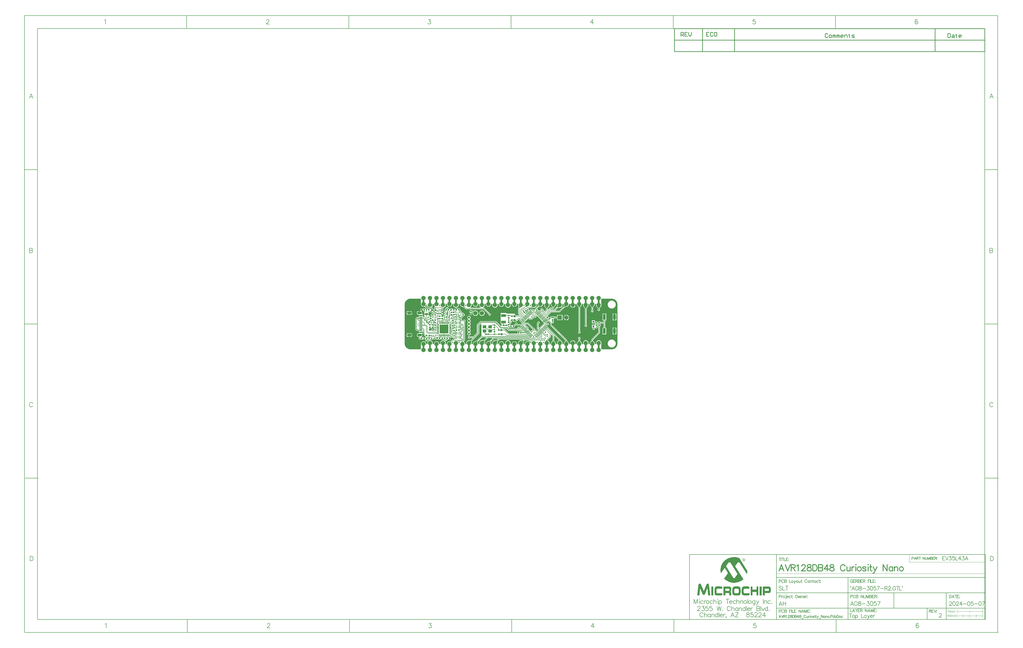
<source format=gtl>
G04*
G04 #@! TF.GenerationSoftware,Altium Limited,Altium Designer,24.4.1 (13)*
G04*
G04 Layer_Physical_Order=1*
G04 Layer_Color=255*
%FSLAX43Y43*%
%MOMM*%
G71*
G04*
G04 #@! TF.SameCoordinates,F18E46F5-819F-4097-AB80-730C87273495*
G04*
G04*
G04 #@! TF.FilePolarity,Positive*
G04*
G01*
G75*
%ADD10C,0.250*%
%ADD11C,0.100*%
%ADD12C,0.254*%
%ADD13C,0.150*%
%ADD14C,0.200*%
%ADD15C,0.127*%
%ADD18C,0.178*%
%ADD21C,0.350*%
%ADD22C,0.180*%
%ADD31R,1.150X0.300*%
%ADD32R,1.150X0.600*%
G04:AMPARAMS|DCode=33|XSize=0.55mm|YSize=0.6mm|CornerRadius=0.138mm|HoleSize=0mm|Usage=FLASHONLY|Rotation=0.000|XOffset=0mm|YOffset=0mm|HoleType=Round|Shape=RoundedRectangle|*
%AMROUNDEDRECTD33*
21,1,0.550,0.325,0,0,0.0*
21,1,0.275,0.600,0,0,0.0*
1,1,0.275,0.138,-0.163*
1,1,0.275,-0.138,-0.163*
1,1,0.275,-0.138,0.163*
1,1,0.275,0.138,0.163*
%
%ADD33ROUNDEDRECTD33*%
G04:AMPARAMS|DCode=34|XSize=0.55mm|YSize=0.6mm|CornerRadius=0.138mm|HoleSize=0mm|Usage=FLASHONLY|Rotation=270.000|XOffset=0mm|YOffset=0mm|HoleType=Round|Shape=RoundedRectangle|*
%AMROUNDEDRECTD34*
21,1,0.550,0.325,0,0,270.0*
21,1,0.275,0.600,0,0,270.0*
1,1,0.275,-0.163,-0.138*
1,1,0.275,-0.163,0.138*
1,1,0.275,0.163,0.138*
1,1,0.275,0.163,-0.138*
%
%ADD34ROUNDEDRECTD34*%
%ADD35R,0.600X0.500*%
%ADD39R,0.535X0.185*%
%ADD40R,0.535X0.170*%
%ADD41R,0.400X0.700*%
G04:AMPARAMS|DCode=42|XSize=0.762mm|YSize=0.762mm|CornerRadius=0.191mm|HoleSize=0mm|Usage=FLASHONLY|Rotation=180.000|XOffset=0mm|YOffset=0mm|HoleType=Round|Shape=RoundedRectangle|*
%AMROUNDEDRECTD42*
21,1,0.762,0.381,0,0,180.0*
21,1,0.381,0.762,0,0,180.0*
1,1,0.381,-0.191,0.191*
1,1,0.381,0.191,0.191*
1,1,0.381,0.191,-0.191*
1,1,0.381,-0.191,-0.191*
%
%ADD42ROUNDEDRECTD42*%
%ADD43R,0.180X0.350*%
%ADD44R,0.940X0.280*%
%ADD46R,0.600X0.250*%
%ADD47C,0.250*%
%ADD48R,1.400X1.150*%
%ADD49R,1.000X2.250*%
%ADD50R,0.800X0.800*%
%ADD51R,1.900X1.100*%
G04:AMPARAMS|DCode=52|XSize=0.55mm|YSize=0.6mm|CornerRadius=0.138mm|HoleSize=0mm|Usage=FLASHONLY|Rotation=135.000|XOffset=0mm|YOffset=0mm|HoleType=Round|Shape=RoundedRectangle|*
%AMROUNDEDRECTD52*
21,1,0.550,0.325,0,0,135.0*
21,1,0.275,0.600,0,0,135.0*
1,1,0.275,0.018,0.212*
1,1,0.275,0.212,0.018*
1,1,0.275,-0.018,-0.212*
1,1,0.275,-0.212,-0.018*
%
%ADD52ROUNDEDRECTD52*%
G04:AMPARAMS|DCode=53|XSize=0.55mm|YSize=0.6mm|CornerRadius=0.138mm|HoleSize=0mm|Usage=FLASHONLY|Rotation=45.000|XOffset=0mm|YOffset=0mm|HoleType=Round|Shape=RoundedRectangle|*
%AMROUNDEDRECTD53*
21,1,0.550,0.325,0,0,45.0*
21,1,0.275,0.600,0,0,45.0*
1,1,0.275,0.212,-0.018*
1,1,0.275,0.018,-0.212*
1,1,0.275,-0.212,0.018*
1,1,0.275,-0.018,0.212*
%
%ADD53ROUNDEDRECTD53*%
G04:AMPARAMS|DCode=54|XSize=0.3mm|YSize=1.65mm|CornerRadius=0mm|HoleSize=0mm|Usage=FLASHONLY|Rotation=225.000|XOffset=0mm|YOffset=0mm|HoleType=Round|Shape=Round|*
%AMOVALD54*
21,1,1.350,0.300,0.000,0.000,315.0*
1,1,0.300,-0.477,0.477*
1,1,0.300,0.477,-0.477*
%
%ADD54OVALD54*%

G04:AMPARAMS|DCode=55|XSize=0.3mm|YSize=1.65mm|CornerRadius=0mm|HoleSize=0mm|Usage=FLASHONLY|Rotation=135.000|XOffset=0mm|YOffset=0mm|HoleType=Round|Shape=Round|*
%AMOVALD55*
21,1,1.350,0.300,0.000,0.000,225.0*
1,1,0.300,0.477,0.477*
1,1,0.300,-0.477,-0.477*
%
%ADD55OVALD55*%

%ADD64O,0.280X0.850*%
%ADD65O,0.850X0.280*%
%ADD66R,3.400X3.400*%
%ADD96C,0.500*%
%ADD97C,0.160*%
%ADD98R,0.650X0.500*%
G04:AMPARAMS|DCode=99|XSize=0.35mm|YSize=0.25mm|CornerRadius=0.1mm|HoleSize=0mm|Usage=FLASHONLY|Rotation=0.000|XOffset=0mm|YOffset=0mm|HoleType=Round|Shape=RoundedRectangle|*
%AMROUNDEDRECTD99*
21,1,0.350,0.050,0,0,0.0*
21,1,0.150,0.250,0,0,0.0*
1,1,0.200,0.075,-0.025*
1,1,0.200,-0.075,-0.025*
1,1,0.200,-0.075,0.025*
1,1,0.200,0.075,0.025*
%
%ADD99ROUNDEDRECTD99*%
G04:AMPARAMS|DCode=100|XSize=0.25mm|YSize=0.6mm|CornerRadius=0.1mm|HoleSize=0mm|Usage=FLASHONLY|Rotation=0.000|XOffset=0mm|YOffset=0mm|HoleType=Round|Shape=RoundedRectangle|*
%AMROUNDEDRECTD100*
21,1,0.250,0.400,0,0,0.0*
21,1,0.050,0.600,0,0,0.0*
1,1,0.200,0.025,-0.200*
1,1,0.200,-0.025,-0.200*
1,1,0.200,-0.025,0.200*
1,1,0.200,0.025,0.200*
%
%ADD100ROUNDEDRECTD100*%
%ADD101R,0.260X0.400*%
%ADD102R,1.300X0.800*%
%ADD103R,0.400X0.250*%
%ADD104R,0.500X1.260*%
%ADD105C,0.686*%
%ADD106C,0.175*%
%ADD107C,0.225*%
%ADD108C,0.150*%
%ADD109C,0.300*%
%ADD110C,0.166*%
%ADD111C,0.240*%
%ADD112R,0.350X0.250*%
%ADD113C,0.900*%
%ADD114C,1.700*%
%ADD115R,1.700X1.700*%
%ADD116O,1.900X1.000*%
%ADD117O,1.800X1.000*%
%ADD118C,3.600*%
%ADD119C,1.702*%
G36*
X44722Y17907D02*
X44720Y17902D01*
X44697Y17822D01*
X44681Y17741D01*
X44672Y17659D01*
X44668Y17577D01*
X44672Y17494D01*
X44681Y17412D01*
X44697Y17331D01*
X44720Y17252D01*
X44739Y17199D01*
X44740Y17195D01*
X44742Y17192D01*
X44742Y17189D01*
X44778Y17092D01*
X44805Y17009D01*
X44823Y16934D01*
X44833Y16868D01*
X44837Y16813D01*
X44835Y16768D01*
X44828Y16734D01*
X44819Y16708D01*
X44808Y16689D01*
X44784Y16659D01*
X44780Y16654D01*
X44767Y16638D01*
X44743Y16600D01*
X44726Y16558D01*
X44715Y16514D01*
X44712Y16469D01*
Y14192D01*
X44715Y14147D01*
X44726Y14103D01*
X44743Y14061D01*
X44767Y14023D01*
X44796Y13988D01*
X45144Y13640D01*
X45091Y13513D01*
X43932D01*
X43916Y13514D01*
X43905Y13517D01*
X43889Y13522D01*
X43869Y13530D01*
X43844Y13543D01*
X43817Y13561D01*
X43788Y13582D01*
X43714Y13645D01*
X43675Y13683D01*
X43674Y13685D01*
X43673Y13685D01*
X43626Y13728D01*
X43575Y13766D01*
X43520Y13799D01*
X43462Y13826D01*
X43402Y13848D01*
X43346Y13862D01*
Y14229D01*
X40104D01*
Y14314D01*
X40100Y14353D01*
X40089Y14391D01*
X40070Y14426D01*
X40045Y14456D01*
X40015Y14481D01*
X39980Y14500D01*
X39942Y14511D01*
X39903Y14515D01*
X38003D01*
X37964Y14511D01*
X37926Y14500D01*
X37891Y14481D01*
X37861Y14456D01*
X37836Y14426D01*
X37817Y14391D01*
X37806Y14353D01*
X37802Y14314D01*
Y10709D01*
X37803Y10699D01*
Y10209D01*
X38135D01*
Y9278D01*
X38008Y9226D01*
X36016Y11217D01*
X35983Y11246D01*
X35946Y11268D01*
X35906Y11285D01*
X35864Y11295D01*
X35821Y11298D01*
X30059D01*
X30016Y11295D01*
X29974Y11285D01*
X29934Y11268D01*
X29897Y11246D01*
X29864Y11217D01*
X28605Y9958D01*
X28577Y9925D01*
X28554Y9888D01*
X28538Y9848D01*
X28528Y9806D01*
X28524Y9763D01*
Y6763D01*
X26977Y5216D01*
X25857D01*
X25819Y5259D01*
X25775Y5298D01*
X25725Y5331D01*
X25673Y5357D01*
X25617Y5376D01*
X25559Y5387D01*
X25500Y5391D01*
X25441Y5387D01*
X25383Y5376D01*
X25327Y5357D01*
X25275Y5331D01*
X25225Y5298D01*
X25181Y5259D01*
X25142Y5215D01*
X25109Y5166D01*
X25083Y5113D01*
X25064Y5057D01*
X25053Y4999D01*
X25049Y4940D01*
X25053Y4881D01*
X25064Y4823D01*
X25083Y4767D01*
X25109Y4715D01*
X25142Y4665D01*
X25181Y4621D01*
X25225Y4582D01*
X25275Y4549D01*
X25327Y4523D01*
X25383Y4504D01*
X25441Y4493D01*
X25500Y4489D01*
X25559Y4493D01*
X25617Y4504D01*
X25673Y4523D01*
X25725Y4549D01*
X25775Y4582D01*
X25819Y4621D01*
X25857Y4664D01*
X26765D01*
X26814Y4547D01*
X26173Y3907D01*
X26154Y3891D01*
X26129Y3877D01*
X26089Y3861D01*
X26032Y3844D01*
X25962Y3829D01*
X25881Y3817D01*
X25542Y3795D01*
X25408Y3795D01*
X25405Y3795D01*
X25400Y3795D01*
X25317Y3792D01*
X25235Y3782D01*
X25154Y3766D01*
X25075Y3743D01*
X24998Y3715D01*
X24923Y3680D01*
X24850Y3640D01*
X24782Y3594D01*
X24717Y3543D01*
X24656Y3487D01*
X24600Y3426D01*
X24549Y3361D01*
X24503Y3293D01*
X24463Y3221D01*
X24428Y3146D01*
X24400Y3068D01*
X24377Y2989D01*
X24361Y2908D01*
X24352Y2826D01*
X24348Y2743D01*
X24352Y2661D01*
X24361Y2579D01*
X24377Y2498D01*
X24400Y2418D01*
X24402Y2413D01*
X24319Y2286D01*
X23961D01*
X23912Y2337D01*
X23908Y2419D01*
X23899Y2501D01*
X23883Y2582D01*
X23860Y2662D01*
X23832Y2739D01*
X23797Y2814D01*
X23757Y2886D01*
X23711Y2955D01*
X23660Y3020D01*
X23604Y3080D01*
X23543Y3137D01*
X23478Y3188D01*
X23413Y3231D01*
X23409Y3234D01*
X23388Y3386D01*
X23775Y3773D01*
X23803Y3806D01*
X23826Y3843D01*
X23842Y3883D01*
X23852Y3925D01*
X23856Y3968D01*
Y5376D01*
Y11078D01*
X23899Y11116D01*
X23938Y11160D01*
X23971Y11209D01*
X23997Y11262D01*
X24016Y11318D01*
X24027Y11376D01*
X24031Y11435D01*
X24027Y11494D01*
X24016Y11552D01*
X23997Y11608D01*
X23971Y11660D01*
X23938Y11710D01*
X23899Y11754D01*
X23855Y11793D01*
X23805Y11826D01*
X23753Y11852D01*
X23697Y11871D01*
X23639Y11882D01*
X23580Y11886D01*
X23521Y11882D01*
X23463Y11871D01*
X23407Y11852D01*
X23355Y11826D01*
X23305Y11793D01*
X23261Y11754D01*
X23223Y11711D01*
X22634D01*
X22480Y11865D01*
X22512Y11900D01*
X22545Y11950D01*
X22571Y12002D01*
X22590Y12058D01*
X22601Y12116D01*
X22605Y12175D01*
X22601Y12234D01*
X22590Y12292D01*
X22571Y12348D01*
X22563Y12362D01*
X22530Y12469D01*
X22593Y12537D01*
X23332Y13277D01*
X23349Y13278D01*
X23407Y13289D01*
X23463Y13308D01*
X23515Y13334D01*
X23565Y13367D01*
X23609Y13406D01*
X23648Y13450D01*
X23681Y13500D01*
X23707Y13552D01*
X23726Y13608D01*
X23737Y13666D01*
X23741Y13725D01*
X23737Y13784D01*
X23726Y13842D01*
X23707Y13898D01*
X23681Y13950D01*
X23648Y14000D01*
X23609Y14044D01*
X23565Y14083D01*
X23515Y14116D01*
X23463Y14142D01*
X23407Y14161D01*
X23349Y14172D01*
X23326Y14174D01*
X23323Y14218D01*
X23312Y14276D01*
X23293Y14332D01*
X23266Y14385D01*
X23234Y14434D01*
X23195Y14478D01*
X23150Y14517D01*
X23101Y14550D01*
X23049Y14576D01*
X22993Y14595D01*
X22935Y14606D01*
X22876Y14610D01*
X22817Y14606D01*
X22759Y14595D01*
X22703Y14576D01*
X22650Y14550D01*
X22530Y14621D01*
Y14963D01*
X22526Y15006D01*
X22516Y15048D01*
X22500Y15088D01*
X22477Y15125D01*
X22449Y15158D01*
X21918Y15689D01*
Y15887D01*
X21915Y15932D01*
X21906Y15975D01*
X21892Y16017D01*
X21872Y16057D01*
X21848Y16093D01*
X21819Y16127D01*
X21785Y16156D01*
X21749Y16180D01*
X21709Y16200D01*
X21667Y16214D01*
X21624Y16223D01*
X21580Y16226D01*
X21305D01*
X21260Y16223D01*
X21217Y16214D01*
X21175Y16200D01*
X21135Y16180D01*
X21099Y16156D01*
X21074Y16134D01*
X21050Y16123D01*
X20934D01*
X20910Y16134D01*
X20885Y16156D01*
X20849Y16180D01*
X20809Y16200D01*
X20767Y16214D01*
X20724Y16223D01*
X20680Y16226D01*
X20404D01*
X20360Y16223D01*
X20317Y16214D01*
X20275Y16200D01*
X20235Y16180D01*
X20199Y16156D01*
X20165Y16127D01*
X20136Y16093D01*
X20112Y16057D01*
X20092Y16017D01*
X20078Y15975D01*
X20069Y15932D01*
X20066Y15887D01*
Y15837D01*
X19923Y15694D01*
X19806Y15742D01*
Y15887D01*
X19803Y15932D01*
X19794Y15975D01*
X19780Y16017D01*
X19760Y16057D01*
X19736Y16093D01*
X19707Y16127D01*
X19673Y16156D01*
X19637Y16180D01*
X19597Y16200D01*
X19555Y16214D01*
X19512Y16223D01*
X19468Y16226D01*
X19457D01*
Y15725D01*
X19203D01*
Y16226D01*
X19192D01*
X19148Y16223D01*
X19105Y16214D01*
X19063Y16200D01*
X19023Y16180D01*
X18987Y16156D01*
X18962Y16134D01*
X18938Y16123D01*
X18822D01*
X18798Y16134D01*
X18773Y16156D01*
X18737Y16180D01*
X18697Y16200D01*
X18655Y16214D01*
X18612Y16223D01*
X18567Y16226D01*
X18292D01*
X18248Y16223D01*
X18205Y16214D01*
X18163Y16200D01*
X18123Y16180D01*
X18087Y16156D01*
X18053Y16127D01*
X18024Y16093D01*
X18000Y16057D01*
X17980Y16017D01*
X17966Y15975D01*
X17957Y15932D01*
X17956Y15916D01*
X17829D01*
X17828Y15932D01*
X17819Y15975D01*
X17805Y16017D01*
X17785Y16057D01*
X17761Y16093D01*
X17732Y16127D01*
X17698Y16156D01*
X17662Y16180D01*
X17622Y16200D01*
X17580Y16214D01*
X17537Y16223D01*
X17493Y16226D01*
X17459D01*
X17356Y16333D01*
X17352Y16392D01*
X17341Y16449D01*
X17322Y16505D01*
X17296Y16558D01*
X17263Y16607D01*
X17224Y16652D01*
X17180Y16690D01*
X17130Y16723D01*
X17078Y16749D01*
X17022Y16768D01*
X16964Y16780D01*
X16905Y16784D01*
X16846Y16780D01*
X16788Y16768D01*
X16732Y16749D01*
X16680Y16723D01*
X16630Y16690D01*
X16586Y16652D01*
X16547Y16607D01*
X16514Y16558D01*
X16488Y16505D01*
X16469Y16449D01*
X16458Y16392D01*
X16454Y16333D01*
X16351Y16226D01*
X16317D01*
X16273Y16223D01*
X16230Y16214D01*
X16188Y16200D01*
X16148Y16180D01*
X16112Y16156D01*
X16078Y16127D01*
X16049Y16093D01*
X16025Y16057D01*
X16005Y16017D01*
X15991Y15975D01*
X15982Y15932D01*
X15979Y15887D01*
Y15725D01*
X15942Y15688D01*
X15912Y15652D01*
X15887Y15612D01*
X15869Y15568D01*
X15858Y15522D01*
X15854Y15475D01*
Y15050D01*
X15655D01*
Y14352D01*
X16155D01*
Y14098D01*
X15655D01*
Y13879D01*
X15552Y13776D01*
X15271D01*
X15268Y13791D01*
X15253Y13834D01*
X15233Y13875D01*
X15207Y13914D01*
X15177Y13948D01*
X15016Y14109D01*
X15078Y14227D01*
X15086Y14227D01*
X15129Y14236D01*
X15171Y14250D01*
X15211Y14270D01*
X15247Y14294D01*
X15281Y14323D01*
X15310Y14357D01*
X15334Y14393D01*
X15354Y14433D01*
X15368Y14475D01*
X15377Y14518D01*
X15380Y14562D01*
Y14573D01*
X14879D01*
Y14827D01*
X15380D01*
Y14837D01*
X15377Y14882D01*
X15368Y14925D01*
X15354Y14967D01*
X15334Y15007D01*
X15310Y15043D01*
X15288Y15068D01*
X15277Y15092D01*
Y15208D01*
X15288Y15232D01*
X15310Y15257D01*
X15334Y15293D01*
X15354Y15333D01*
X15368Y15375D01*
X15377Y15418D01*
X15380Y15462D01*
Y15738D01*
X15377Y15782D01*
X15368Y15825D01*
X15354Y15867D01*
X15334Y15907D01*
X15310Y15943D01*
X15281Y15977D01*
X15238Y16078D01*
X15270Y16131D01*
X15296Y16184D01*
X15315Y16240D01*
X15326Y16298D01*
X15330Y16357D01*
X15327Y16401D01*
X15326Y16416D01*
X15395Y16523D01*
X15425Y16542D01*
X15486Y16554D01*
X15565Y16577D01*
X15642Y16605D01*
X15717Y16640D01*
X15790Y16680D01*
X15858Y16726D01*
X15923Y16777D01*
X15984Y16833D01*
X16040Y16894D01*
X16091Y16959D01*
X16137Y17027D01*
X16177Y17099D01*
X16212Y17174D01*
X16240Y17252D01*
X16263Y17331D01*
X16279Y17412D01*
X16288Y17494D01*
X16292Y17577D01*
X16288Y17659D01*
X16279Y17741D01*
X16263Y17822D01*
X16240Y17902D01*
X16238Y17907D01*
X16321Y18034D01*
X16679D01*
X16728Y17983D01*
X16732Y17901D01*
X16741Y17819D01*
X16757Y17738D01*
X16780Y17658D01*
X16808Y17581D01*
X16843Y17506D01*
X16883Y17434D01*
X16929Y17365D01*
X16980Y17300D01*
X17036Y17240D01*
X17097Y17183D01*
X17162Y17132D01*
X17230Y17086D01*
X17303Y17046D01*
X17378Y17012D01*
X17455Y16983D01*
X17534Y16961D01*
X17615Y16944D01*
X17653Y16940D01*
Y17983D01*
X17907D01*
Y16940D01*
X17945Y16944D01*
X18026Y16961D01*
X18105Y16983D01*
X18182Y17012D01*
X18257Y17046D01*
X18330Y17086D01*
X18398Y17132D01*
X18463Y17183D01*
X18524Y17240D01*
X18580Y17300D01*
X18631Y17365D01*
X18677Y17434D01*
X18717Y17506D01*
X18752Y17581D01*
X18780Y17658D01*
X18803Y17738D01*
X18819Y17819D01*
X18828Y17901D01*
X18832Y17983D01*
X18881Y18034D01*
X19239D01*
X19322Y17907D01*
X19320Y17902D01*
X19297Y17822D01*
X19281Y17741D01*
X19272Y17659D01*
X19268Y17577D01*
X19272Y17494D01*
X19281Y17412D01*
X19297Y17331D01*
X19320Y17252D01*
X19348Y17174D01*
X19383Y17099D01*
X19423Y17027D01*
X19469Y16959D01*
X19520Y16894D01*
X19576Y16833D01*
X19637Y16777D01*
X19702Y16726D01*
X19770Y16680D01*
X19843Y16640D01*
X19918Y16605D01*
X19995Y16577D01*
X20074Y16554D01*
X20155Y16538D01*
X20237Y16528D01*
X20320Y16525D01*
X20403Y16528D01*
X20485Y16538D01*
X20566Y16554D01*
X20645Y16577D01*
X20722Y16605D01*
X20797Y16640D01*
X20870Y16680D01*
X20938Y16726D01*
X21003Y16777D01*
X21064Y16833D01*
X21120Y16894D01*
X21171Y16959D01*
X21217Y17027D01*
X21257Y17099D01*
X21292Y17174D01*
X21320Y17252D01*
X21343Y17331D01*
X21359Y17412D01*
X21368Y17494D01*
X21372Y17577D01*
X21368Y17659D01*
X21359Y17741D01*
X21343Y17822D01*
X21320Y17902D01*
X21318Y17907D01*
X21401Y18034D01*
X21759D01*
X21808Y17983D01*
X21812Y17901D01*
X21821Y17819D01*
X21837Y17738D01*
X21860Y17658D01*
X21888Y17581D01*
X21923Y17506D01*
X21963Y17434D01*
X22009Y17365D01*
X22060Y17300D01*
X22116Y17240D01*
X22177Y17183D01*
X22242Y17132D01*
X22310Y17086D01*
X22383Y17046D01*
X22458Y17012D01*
X22535Y16983D01*
X22560Y16976D01*
X22567Y16973D01*
X22567Y16973D01*
X22568Y16973D01*
X22864Y16885D01*
X23196Y16775D01*
X23339Y16719D01*
X23381Y16699D01*
X23403Y16687D01*
X23409Y16683D01*
X24098Y15993D01*
X24132Y15964D01*
X24171Y15940D01*
X24213Y15923D01*
X24257Y15912D01*
X24302Y15909D01*
X31084D01*
X33052Y13940D01*
X33049Y13900D01*
X33053Y13841D01*
X33064Y13783D01*
X33083Y13727D01*
X33109Y13675D01*
X33142Y13625D01*
X33181Y13581D01*
X33225Y13542D01*
X33275Y13509D01*
X33327Y13483D01*
X33383Y13464D01*
X33441Y13453D01*
X33500Y13449D01*
X33559Y13453D01*
X33617Y13464D01*
X33673Y13483D01*
X33725Y13509D01*
X33775Y13542D01*
X33819Y13581D01*
X33858Y13625D01*
X33891Y13675D01*
X33917Y13727D01*
X33936Y13783D01*
X33947Y13841D01*
X33951Y13900D01*
X33947Y13959D01*
X33936Y14017D01*
X33917Y14073D01*
X33891Y14125D01*
X33858Y14175D01*
X33819Y14219D01*
X33775Y14258D01*
X33725Y14291D01*
X33673Y14317D01*
X33617Y14336D01*
X33559Y14347D01*
X33500Y14351D01*
X33460Y14348D01*
X31407Y16401D01*
X31373Y16430D01*
X31334Y16454D01*
X31292Y16471D01*
X31248Y16482D01*
X31203Y16485D01*
X30925D01*
X30882Y16605D01*
X30957Y16640D01*
X31030Y16680D01*
X31098Y16726D01*
X31163Y16777D01*
X31224Y16833D01*
X31280Y16894D01*
X31331Y16959D01*
X31377Y17027D01*
X31417Y17099D01*
X31452Y17174D01*
X31480Y17252D01*
X31503Y17331D01*
X31519Y17412D01*
X31528Y17494D01*
X31532Y17577D01*
X31528Y17659D01*
X31519Y17741D01*
X31503Y17822D01*
X31480Y17902D01*
X31478Y17907D01*
X31561Y18034D01*
X31919D01*
X31968Y17983D01*
X31972Y17901D01*
X31981Y17819D01*
X31997Y17738D01*
X32020Y17658D01*
X32048Y17581D01*
X32083Y17506D01*
X32123Y17434D01*
X32169Y17365D01*
X32220Y17300D01*
X32276Y17240D01*
X32337Y17183D01*
X32402Y17132D01*
X32470Y17086D01*
X32543Y17046D01*
X32618Y17012D01*
X32695Y16983D01*
X32774Y16961D01*
X32855Y16944D01*
X32937Y16935D01*
X33020Y16931D01*
X33103Y16935D01*
X33185Y16944D01*
X33266Y16961D01*
X33345Y16983D01*
X33422Y17012D01*
X33497Y17046D01*
X33570Y17086D01*
X33638Y17132D01*
X33703Y17183D01*
X33764Y17240D01*
X33820Y17300D01*
X33871Y17365D01*
X33917Y17434D01*
X33957Y17506D01*
X33992Y17581D01*
X34020Y17658D01*
X34043Y17738D01*
X34059Y17819D01*
X34068Y17901D01*
X34072Y17983D01*
X34121Y18034D01*
X34479D01*
X34562Y17907D01*
X34560Y17902D01*
X34537Y17822D01*
X34521Y17741D01*
X34512Y17659D01*
X34508Y17577D01*
X34512Y17494D01*
X34521Y17412D01*
X34537Y17331D01*
X34560Y17252D01*
X34588Y17174D01*
X34623Y17099D01*
X34663Y17027D01*
X34709Y16959D01*
X34760Y16894D01*
X34816Y16833D01*
X34877Y16777D01*
X34942Y16726D01*
X35010Y16680D01*
X35083Y16640D01*
X35158Y16605D01*
X35235Y16577D01*
X35314Y16554D01*
X35395Y16538D01*
X35477Y16528D01*
X35560Y16525D01*
X35643Y16528D01*
X35725Y16538D01*
X35806Y16554D01*
X35885Y16577D01*
X35962Y16605D01*
X36037Y16640D01*
X36110Y16680D01*
X36178Y16726D01*
X36243Y16777D01*
X36304Y16833D01*
X36360Y16894D01*
X36411Y16959D01*
X36457Y17027D01*
X36497Y17099D01*
X36532Y17174D01*
X36560Y17252D01*
X36583Y17331D01*
X36599Y17412D01*
X36608Y17494D01*
X36612Y17577D01*
X36608Y17659D01*
X36599Y17741D01*
X36583Y17822D01*
X36560Y17902D01*
X36558Y17907D01*
X36641Y18034D01*
X36999D01*
X37048Y17983D01*
X37052Y17901D01*
X37061Y17819D01*
X37077Y17738D01*
X37100Y17658D01*
X37128Y17581D01*
X37163Y17506D01*
X37203Y17434D01*
X37249Y17365D01*
X37300Y17300D01*
X37356Y17240D01*
X37417Y17183D01*
X37482Y17132D01*
X37550Y17086D01*
X37623Y17046D01*
X37698Y17012D01*
X37775Y16983D01*
X37854Y16961D01*
X37935Y16944D01*
X38017Y16935D01*
X38100Y16931D01*
X38183Y16935D01*
X38265Y16944D01*
X38346Y16961D01*
X38425Y16983D01*
X38502Y17012D01*
X38577Y17046D01*
X38650Y17086D01*
X38718Y17132D01*
X38783Y17183D01*
X38844Y17240D01*
X38900Y17300D01*
X38951Y17365D01*
X38997Y17434D01*
X39037Y17506D01*
X39072Y17581D01*
X39100Y17658D01*
X39123Y17738D01*
X39139Y17819D01*
X39148Y17901D01*
X39152Y17983D01*
X39201Y18034D01*
X39559D01*
X39642Y17907D01*
X39640Y17902D01*
X39617Y17822D01*
X39601Y17741D01*
X39592Y17659D01*
X39588Y17577D01*
X39592Y17494D01*
X39601Y17412D01*
X39617Y17331D01*
X39640Y17252D01*
X39668Y17174D01*
X39703Y17099D01*
X39743Y17027D01*
X39789Y16959D01*
X39840Y16894D01*
X39896Y16833D01*
X39957Y16777D01*
X40022Y16726D01*
X40090Y16680D01*
X40163Y16640D01*
X40238Y16605D01*
X40315Y16577D01*
X40394Y16554D01*
X40475Y16538D01*
X40557Y16528D01*
X40640Y16525D01*
X40723Y16528D01*
X40805Y16538D01*
X40886Y16554D01*
X40965Y16577D01*
X41042Y16605D01*
X41117Y16640D01*
X41190Y16680D01*
X41258Y16726D01*
X41323Y16777D01*
X41384Y16833D01*
X41440Y16894D01*
X41491Y16959D01*
X41537Y17027D01*
X41577Y17099D01*
X41612Y17174D01*
X41640Y17252D01*
X41663Y17331D01*
X41679Y17412D01*
X41688Y17494D01*
X41692Y17577D01*
X41688Y17659D01*
X41679Y17741D01*
X41663Y17822D01*
X41640Y17902D01*
X41638Y17907D01*
X41721Y18034D01*
X42079D01*
X42128Y17983D01*
X42132Y17901D01*
X42141Y17819D01*
X42157Y17738D01*
X42180Y17658D01*
X42208Y17581D01*
X42243Y17506D01*
X42283Y17434D01*
X42329Y17365D01*
X42380Y17300D01*
X42436Y17240D01*
X42497Y17183D01*
X42562Y17132D01*
X42630Y17086D01*
X42703Y17046D01*
X42778Y17012D01*
X42855Y16983D01*
X42934Y16961D01*
X43015Y16944D01*
X43053Y16940D01*
Y17983D01*
X43307D01*
Y16940D01*
X43345Y16944D01*
X43426Y16961D01*
X43505Y16983D01*
X43582Y17012D01*
X43657Y17046D01*
X43730Y17086D01*
X43798Y17132D01*
X43863Y17183D01*
X43924Y17240D01*
X43980Y17300D01*
X44031Y17365D01*
X44077Y17434D01*
X44117Y17506D01*
X44152Y17581D01*
X44180Y17658D01*
X44203Y17738D01*
X44219Y17819D01*
X44228Y17901D01*
X44232Y17983D01*
X44281Y18034D01*
X44639D01*
X44722Y17907D01*
D02*
G37*
G36*
X54882D02*
X54880Y17902D01*
X54857Y17822D01*
X54841Y17741D01*
X54832Y17659D01*
X54828Y17577D01*
X54832Y17494D01*
X54841Y17412D01*
X54857Y17331D01*
X54880Y17252D01*
X54908Y17174D01*
X54943Y17099D01*
X54983Y17027D01*
X55029Y16959D01*
X55080Y16894D01*
X55136Y16833D01*
X55140Y16830D01*
X55142Y16827D01*
X55236Y16732D01*
X55317Y16646D01*
X55451Y16487D01*
X55499Y16420D01*
X55537Y16360D01*
X55564Y16308D01*
X55581Y16266D01*
X55589Y16237D01*
X55592Y16209D01*
Y15713D01*
X54990Y15111D01*
X54863Y15164D01*
Y15438D01*
X54859Y15483D01*
X54849Y15527D01*
X54831Y15569D01*
X54808Y15607D01*
X54778Y15642D01*
X54341Y16080D01*
X54338Y16092D01*
X54319Y16148D01*
X54293Y16200D01*
X54260Y16250D01*
X54222Y16294D01*
X54177Y16333D01*
X54128Y16366D01*
X54075Y16392D01*
X54019Y16411D01*
X53961Y16422D01*
X53903Y16426D01*
X53844Y16422D01*
X53786Y16411D01*
X53730Y16392D01*
X53677Y16366D01*
X53628Y16333D01*
X53584Y16294D01*
X53545Y16250D01*
X53512Y16200D01*
X53486Y16148D01*
X53467Y16092D01*
X53456Y16034D01*
X53452Y15975D01*
X53456Y15916D01*
X53467Y15858D01*
X53486Y15802D01*
X53512Y15750D01*
X53545Y15700D01*
X53584Y15656D01*
X53628Y15617D01*
X53644Y15606D01*
X53680Y15566D01*
X53687Y15521D01*
X53688Y15444D01*
X53686Y15441D01*
X53679Y15426D01*
X53615Y15402D01*
X53532Y15396D01*
X53508Y15417D01*
X53459Y15450D01*
X53406Y15476D01*
X53350Y15495D01*
X53292Y15506D01*
X53234Y15510D01*
X53175Y15506D01*
X53117Y15495D01*
X53061Y15476D01*
X53008Y15450D01*
X52959Y15417D01*
X52943Y15403D01*
X52828Y15362D01*
X52766Y15398D01*
X52743Y15413D01*
X52702Y15434D01*
X52659Y15449D01*
X52614Y15458D01*
X52567Y15463D01*
X52562Y15509D01*
X52553Y15554D01*
X52538Y15598D01*
X52518Y15639D01*
X52492Y15677D01*
X52462Y15711D01*
X52428Y15742D01*
X52390Y15767D01*
X52348Y15787D01*
X52323Y15796D01*
X52322Y15809D01*
X52311Y15867D01*
X52292Y15923D01*
X52266Y15975D01*
X52233Y16025D01*
X52194Y16069D01*
X52150Y16108D01*
X52107Y16136D01*
X52100Y16143D01*
X52075Y16271D01*
X52080Y16290D01*
X52846Y17055D01*
X52863Y17046D01*
X52938Y17012D01*
X53015Y16983D01*
X53094Y16961D01*
X53175Y16944D01*
X53257Y16935D01*
X53340Y16931D01*
X53423Y16935D01*
X53505Y16944D01*
X53586Y16961D01*
X53665Y16983D01*
X53742Y17012D01*
X53817Y17046D01*
X53890Y17086D01*
X53958Y17132D01*
X54023Y17183D01*
X54084Y17240D01*
X54140Y17300D01*
X54191Y17365D01*
X54237Y17434D01*
X54277Y17506D01*
X54312Y17581D01*
X54340Y17658D01*
X54363Y17738D01*
X54379Y17819D01*
X54388Y17901D01*
X54392Y17983D01*
X54441Y18034D01*
X54799D01*
X54882Y17907D01*
D02*
G37*
G36*
X29482D02*
X29480Y17902D01*
X29457Y17822D01*
X29441Y17741D01*
X29432Y17659D01*
X29428Y17577D01*
X29432Y17494D01*
X29441Y17412D01*
X29457Y17331D01*
X29480Y17252D01*
X29508Y17174D01*
X29543Y17099D01*
X29583Y17027D01*
X29629Y16959D01*
X29680Y16894D01*
X29736Y16833D01*
X29797Y16777D01*
X29862Y16726D01*
X29930Y16680D01*
X30003Y16640D01*
X30078Y16605D01*
X30035Y16485D01*
X25845D01*
X25802Y16605D01*
X25877Y16640D01*
X25950Y16680D01*
X26018Y16726D01*
X26083Y16777D01*
X26144Y16833D01*
X26200Y16894D01*
X26251Y16959D01*
X26297Y17027D01*
X26337Y17099D01*
X26372Y17174D01*
X26400Y17252D01*
X26423Y17331D01*
X26439Y17412D01*
X26448Y17494D01*
X26452Y17577D01*
X26448Y17659D01*
X26439Y17741D01*
X26423Y17822D01*
X26400Y17902D01*
X26398Y17907D01*
X26481Y18034D01*
X26839D01*
X26888Y17983D01*
X26892Y17901D01*
X26901Y17819D01*
X26917Y17738D01*
X26940Y17658D01*
X26968Y17581D01*
X27003Y17506D01*
X27043Y17434D01*
X27089Y17365D01*
X27140Y17300D01*
X27196Y17240D01*
X27257Y17183D01*
X27322Y17132D01*
X27390Y17086D01*
X27463Y17046D01*
X27538Y17012D01*
X27615Y16983D01*
X27694Y16961D01*
X27775Y16944D01*
X27857Y16935D01*
X27940Y16931D01*
X28023Y16935D01*
X28105Y16944D01*
X28186Y16961D01*
X28265Y16983D01*
X28342Y17012D01*
X28417Y17046D01*
X28490Y17086D01*
X28558Y17132D01*
X28623Y17183D01*
X28684Y17240D01*
X28740Y17300D01*
X28791Y17365D01*
X28837Y17434D01*
X28877Y17506D01*
X28912Y17581D01*
X28940Y17658D01*
X28963Y17738D01*
X28979Y17819D01*
X28988Y17901D01*
X28992Y17983D01*
X29041Y18034D01*
X29399D01*
X29482Y17907D01*
D02*
G37*
G36*
X63667Y17149D02*
X63516Y17118D01*
X62960Y16971D01*
X62888Y16943D01*
X62830Y16916D01*
X62784Y16890D01*
X62752Y16864D01*
X62602Y16962D01*
X62640Y17007D01*
X62671Y17061D01*
X62695Y17124D01*
X62712Y17195D01*
X62722Y17274D01*
X62725Y17362D01*
X62722Y17459D01*
X62711Y17564D01*
X62694Y17678D01*
X62669Y17800D01*
X63667Y17149D01*
D02*
G37*
G36*
X23640Y17616D02*
X23598Y17408D01*
X23589Y17315D01*
X23588Y17230D01*
X23595Y17153D01*
X23610Y17083D01*
X23633Y17021D01*
X23663Y16967D01*
X23702Y16920D01*
X23541Y16834D01*
X23515Y16854D01*
X23474Y16878D01*
X23419Y16904D01*
X23265Y16964D01*
X22924Y17077D01*
X22625Y17165D01*
X23673Y17732D01*
X23640Y17616D01*
D02*
G37*
G36*
X48498Y17166D02*
X48341Y17120D01*
X47608Y16853D01*
X47581Y16833D01*
X47420Y16919D01*
X47459Y16966D01*
X47490Y17020D01*
X47513Y17082D01*
X47528Y17151D01*
X47534Y17229D01*
X47533Y17313D01*
X47524Y17406D01*
X47507Y17506D01*
X47481Y17614D01*
X47448Y17729D01*
X48498Y17166D01*
D02*
G37*
G36*
X50573Y16757D02*
X50501Y16774D01*
X50433Y16785D01*
X50368Y16791D01*
X50306Y16790D01*
X50247Y16783D01*
X50192Y16770D01*
X50141Y16752D01*
X50093Y16727D01*
X50048Y16696D01*
X50006Y16659D01*
X49882Y16783D01*
X49919Y16824D01*
X49950Y16869D01*
X49975Y16918D01*
X49994Y16969D01*
X50006Y17024D01*
X50013Y17083D01*
X50014Y17144D01*
X50009Y17209D01*
X49997Y17278D01*
X49980Y17350D01*
X50573Y16757D01*
D02*
G37*
G36*
X58919Y17278D02*
X58690Y17017D01*
X58635Y16939D01*
X58589Y16867D01*
X58553Y16799D01*
X58528Y16737D01*
X58513Y16679D01*
X58507Y16626D01*
X58333D01*
X58327Y16679D01*
X58312Y16737D01*
X58287Y16799D01*
X58251Y16867D01*
X58205Y16939D01*
X58150Y17017D01*
X58007Y17186D01*
X57921Y17278D01*
X57824Y17376D01*
X59016Y17376D01*
X58919Y17278D01*
D02*
G37*
G36*
X69172Y17372D02*
X69075Y17276D01*
X68846Y17016D01*
X68790Y16939D01*
X68744Y16866D01*
X68708Y16799D01*
X68683Y16736D01*
X68668Y16679D01*
X68662Y16626D01*
X68488Y16627D01*
X68482Y16679D01*
X68467Y16737D01*
X68442Y16799D01*
X68406Y16867D01*
X68361Y16940D01*
X68305Y17017D01*
X68163Y17188D01*
X68077Y17281D01*
X67981Y17379D01*
X69172Y17372D01*
D02*
G37*
G36*
X74248Y17369D02*
X74151Y17273D01*
X73921Y17015D01*
X73865Y16938D01*
X73819Y16866D01*
X73783Y16799D01*
X73758Y16736D01*
X73743Y16678D01*
X73738Y16625D01*
X73562Y16627D01*
X73557Y16680D01*
X73542Y16737D01*
X73517Y16800D01*
X73482Y16867D01*
X73436Y16940D01*
X73381Y17018D01*
X73239Y17190D01*
X73153Y17284D01*
X73057Y17383D01*
X74248Y17369D01*
D02*
G37*
G36*
X60951Y16726D02*
X60815Y16726D01*
X60468Y16702D01*
X60373Y16687D01*
X60290Y16668D01*
X60217Y16645D01*
X60155Y16619D01*
X60103Y16589D01*
X60062Y16555D01*
X59939Y16679D01*
X59972Y16720D01*
X60002Y16772D01*
X60029Y16834D01*
X60051Y16907D01*
X60070Y16990D01*
X60085Y17085D01*
X60105Y17305D01*
X60109Y17431D01*
X60109Y17568D01*
X60951Y16726D01*
D02*
G37*
G36*
X62448Y17983D02*
X62452Y17901D01*
X62461Y17819D01*
X62471Y17768D01*
X62472Y17760D01*
X62496Y17643D01*
X62512Y17539D01*
X62521Y17445D01*
X62524Y17362D01*
X62522Y17291D01*
X62514Y17231D01*
X62503Y17183D01*
X62489Y17148D01*
X62474Y17122D01*
X62453Y17097D01*
X60645Y15288D01*
X59259D01*
X59206Y15415D01*
X60197Y16406D01*
X60218Y16424D01*
X60245Y16439D01*
X60286Y16456D01*
X60342Y16474D01*
X60412Y16489D01*
X60491Y16502D01*
X60822Y16525D01*
X60952Y16525D01*
X60955Y16525D01*
X60960Y16525D01*
X61043Y16528D01*
X61125Y16538D01*
X61206Y16554D01*
X61285Y16577D01*
X61362Y16605D01*
X61437Y16640D01*
X61510Y16680D01*
X61578Y16726D01*
X61643Y16777D01*
X61704Y16833D01*
X61760Y16894D01*
X61811Y16959D01*
X61857Y17027D01*
X61897Y17099D01*
X61932Y17174D01*
X61960Y17252D01*
X61983Y17331D01*
X61999Y17412D01*
X62008Y17494D01*
X62012Y17577D01*
X62008Y17659D01*
X61999Y17741D01*
X61983Y17822D01*
X61960Y17902D01*
X61958Y17907D01*
X62041Y18034D01*
X62399D01*
X62448Y17983D01*
D02*
G37*
G36*
X52288D02*
X52292Y17901D01*
X52301Y17819D01*
X52317Y17738D01*
X52340Y17658D01*
X52368Y17581D01*
X52403Y17506D01*
X52431Y17456D01*
X50921Y15946D01*
X50892Y15912D01*
X50868Y15873D01*
X50851Y15832D01*
X50840Y15788D01*
X50837Y15742D01*
Y15369D01*
X50543Y15076D01*
X50514Y15041D01*
X50509Y15034D01*
X50381Y15011D01*
X50322Y15068D01*
X50329Y15100D01*
X50380Y15194D01*
X50423Y15208D01*
X50475Y15234D01*
X50525Y15267D01*
X50569Y15306D01*
X50608Y15350D01*
X50641Y15399D01*
X50667Y15452D01*
X50686Y15508D01*
X50697Y15566D01*
X50701Y15625D01*
X50697Y15684D01*
X50686Y15742D01*
X50667Y15798D01*
X50641Y15850D01*
X50608Y15900D01*
X50569Y15944D01*
X50525Y15983D01*
X50475Y16016D01*
X50423Y16042D01*
X50367Y16061D01*
X50309Y16072D01*
X50250Y16076D01*
X50191Y16072D01*
X50133Y16061D01*
X50077Y16042D01*
X50025Y16016D01*
X49975Y15983D01*
X49931Y15944D01*
X49904Y15913D01*
X49775D01*
X49730Y15910D01*
X49686Y15899D01*
X49644Y15882D01*
X49605Y15858D01*
X49571Y15829D01*
X49526Y15784D01*
X49520Y15787D01*
X49477Y15802D01*
X49432Y15811D01*
X49386Y15814D01*
X49340Y15811D01*
X49295Y15802D01*
X49252Y15787D01*
X49210Y15767D01*
X49172Y15742D01*
X49138Y15711D01*
X49108Y15677D01*
X49082Y15639D01*
X49062Y15598D01*
X49047Y15554D01*
X49038Y15509D01*
X49033Y15463D01*
X48986Y15458D01*
X48941Y15449D01*
X48898Y15434D01*
X48857Y15413D01*
X48813Y15409D01*
X48705Y15514D01*
Y15585D01*
X48713Y15603D01*
X48744Y15639D01*
X48777Y15688D01*
X48803Y15740D01*
X48822Y15796D01*
X48833Y15854D01*
X48837Y15913D01*
X48833Y15972D01*
X48822Y16030D01*
X48803Y16086D01*
X48777Y16139D01*
X48744Y16188D01*
X48705Y16232D01*
X48661Y16271D01*
X48611Y16304D01*
X48607Y16306D01*
X48637Y16433D01*
X49944D01*
X49989Y16436D01*
X50033Y16447D01*
X50075Y16464D01*
X50114Y16488D01*
X50133Y16504D01*
X50139Y16509D01*
X50172Y16537D01*
X50196Y16554D01*
X50221Y16567D01*
X50250Y16577D01*
X50282Y16585D01*
X50319Y16589D01*
X50361Y16590D01*
X50408Y16586D01*
X50461Y16577D01*
X50526Y16561D01*
X50530Y16561D01*
X50534Y16560D01*
X50536Y16559D01*
X50554Y16554D01*
X50635Y16538D01*
X50717Y16528D01*
X50800Y16525D01*
X50883Y16528D01*
X50965Y16538D01*
X51046Y16554D01*
X51125Y16577D01*
X51202Y16605D01*
X51277Y16640D01*
X51350Y16680D01*
X51418Y16726D01*
X51483Y16777D01*
X51544Y16833D01*
X51600Y16894D01*
X51651Y16959D01*
X51697Y17027D01*
X51737Y17099D01*
X51772Y17174D01*
X51800Y17252D01*
X51823Y17331D01*
X51839Y17412D01*
X51848Y17494D01*
X51852Y17577D01*
X51848Y17659D01*
X51839Y17741D01*
X51823Y17822D01*
X51800Y17902D01*
X51798Y17907D01*
X51881Y18034D01*
X52239D01*
X52288Y17983D01*
D02*
G37*
G36*
X45950Y16758D02*
X45807Y16716D01*
X45205Y16502D01*
X45148Y16471D01*
X45103Y16443D01*
X45070Y16415D01*
X44938Y16531D01*
X44975Y16575D01*
X45003Y16625D01*
X45023Y16682D01*
X45035Y16745D01*
X45038Y16815D01*
X45033Y16891D01*
X45020Y16973D01*
X44998Y17062D01*
X44969Y17158D01*
X44931Y17259D01*
X45950Y16758D01*
D02*
G37*
G36*
X76699Y16872D02*
X76470Y16610D01*
X76415Y16533D01*
X76369Y16460D01*
X76333Y16393D01*
X76308Y16330D01*
X76293Y16273D01*
X76287Y16220D01*
X76113D01*
X76107Y16273D01*
X76092Y16330D01*
X76067Y16393D01*
X76031Y16460D01*
X75985Y16533D01*
X75930Y16610D01*
X75787Y16780D01*
X75701Y16872D01*
X75604Y16969D01*
X76796D01*
X76699Y16872D01*
D02*
G37*
G36*
X71619Y16872D02*
X71390Y16610D01*
X71335Y16533D01*
X71289Y16460D01*
X71253Y16393D01*
X71228Y16330D01*
X71213Y16273D01*
X71207Y16220D01*
X71033D01*
X71027Y16273D01*
X71012Y16330D01*
X70987Y16393D01*
X70951Y16460D01*
X70905Y16533D01*
X70850Y16610D01*
X70707Y16780D01*
X70621Y16872D01*
X70524Y16969D01*
X71716Y16969D01*
X71619Y16872D01*
D02*
G37*
G36*
X56379D02*
X56150Y16610D01*
X56095Y16533D01*
X56049Y16460D01*
X56013Y16393D01*
X55988Y16330D01*
X55973Y16273D01*
X55967Y16220D01*
X55792D01*
X55787Y16273D01*
X55772Y16330D01*
X55747Y16393D01*
X55711Y16460D01*
X55665Y16533D01*
X55610Y16610D01*
X55467Y16780D01*
X55381Y16872D01*
X55284Y16969D01*
X56476Y16969D01*
X56379Y16872D01*
D02*
G37*
G36*
X6604Y20051D02*
Y18252D01*
X6597Y18229D01*
X6581Y18148D01*
X6572Y18066D01*
X6568Y17983D01*
X6572Y17901D01*
X6581Y17819D01*
X6597Y17738D01*
X6620Y17658D01*
X6648Y17581D01*
X6683Y17506D01*
X6723Y17434D01*
X6769Y17365D01*
X6820Y17300D01*
X6876Y17240D01*
X6937Y17183D01*
X7002Y17132D01*
X7070Y17086D01*
X7143Y17046D01*
X7218Y17012D01*
X7295Y16983D01*
X7374Y16961D01*
X7455Y16944D01*
X7537Y16935D01*
X7620Y16931D01*
X7703Y16935D01*
X7785Y16944D01*
X7866Y16961D01*
X7945Y16983D01*
X8022Y17012D01*
X8027Y17014D01*
X8036Y16996D01*
X8062Y16958D01*
X8092Y16923D01*
X8414Y16601D01*
X8449Y16571D01*
X8487Y16545D01*
X8528Y16525D01*
X8571Y16510D01*
X8616Y16501D01*
X8662Y16498D01*
X9115D01*
X9324Y16289D01*
X9330Y16246D01*
X9309Y16130D01*
X9293Y16123D01*
X9177D01*
X9153Y16134D01*
X9128Y16156D01*
X9092Y16180D01*
X9052Y16200D01*
X9010Y16214D01*
X8967Y16223D01*
X8922Y16226D01*
X8648D01*
X8603Y16223D01*
X8560Y16214D01*
X8518Y16200D01*
X8478Y16180D01*
X8442Y16156D01*
X8408Y16127D01*
X8379Y16093D01*
X8372Y16083D01*
X8299Y16068D01*
X8226Y16083D01*
X8219Y16093D01*
X8190Y16127D01*
X8157Y16156D01*
X8120Y16180D01*
X8080Y16200D01*
X8038Y16214D01*
X7995Y16223D01*
X7951Y16226D01*
X7676D01*
X7632Y16223D01*
X7588Y16214D01*
X7547Y16200D01*
X7507Y16180D01*
X7470Y16156D01*
X7445Y16134D01*
X7422Y16123D01*
X7305D01*
X7282Y16134D01*
X7257Y16156D01*
X7220Y16180D01*
X7180Y16200D01*
X7138Y16214D01*
X7095Y16223D01*
X7051Y16226D01*
X7040D01*
Y15725D01*
Y15224D01*
X7051D01*
X7095Y15227D01*
X7138Y15236D01*
X7180Y15250D01*
X7220Y15270D01*
X7257Y15294D01*
X7282Y15316D01*
X7305Y15327D01*
X7422D01*
X7445Y15316D01*
X7470Y15294D01*
X7507Y15270D01*
X7547Y15250D01*
X7588Y15236D01*
X7632Y15227D01*
X7676Y15224D01*
X7805D01*
Y14528D01*
X7935D01*
Y14156D01*
X9635D01*
Y14528D01*
X9765D01*
Y14603D01*
X10218D01*
X10260Y14606D01*
X10302Y14614D01*
X10342Y14628D01*
X10380Y14646D01*
X10416Y14670D01*
X10448Y14698D01*
X10765Y15015D01*
X10769Y15015D01*
X10960D01*
X10999Y14888D01*
X10990Y14883D01*
X10946Y14844D01*
X10907Y14800D01*
X10874Y14750D01*
X10848Y14698D01*
X10829Y14642D01*
X10818Y14584D01*
X10814Y14525D01*
X10818Y14466D01*
X10829Y14408D01*
X10848Y14352D01*
X10874Y14300D01*
X10907Y14250D01*
X10888Y14177D01*
X10859Y14143D01*
X10835Y14107D01*
X10815Y14067D01*
X10801Y14025D01*
X10792Y13982D01*
X10789Y13938D01*
Y13787D01*
X10778Y13768D01*
X10737Y13734D01*
X10662Y13695D01*
X10640Y13700D01*
X10596Y13703D01*
X10561D01*
Y13227D01*
X10434D01*
Y13100D01*
X9899D01*
X9844Y13048D01*
X9779Y13051D01*
X9765Y13061D01*
Y13528D01*
X9635D01*
Y13902D01*
X7935D01*
Y13528D01*
X7805D01*
Y12916D01*
X7800Y12909D01*
X7729Y12865D01*
X7678Y12849D01*
X7653Y12861D01*
X7613Y12875D01*
X7571Y12883D01*
X7528Y12886D01*
X7385D01*
Y13233D01*
X5835D01*
Y12886D01*
X5169D01*
X5126Y12883D01*
X5084Y12875D01*
X5044Y12861D01*
X5006Y12842D01*
X4970Y12818D01*
X4938Y12790D01*
X4510Y12362D01*
X4482Y12330D01*
X4458Y12294D01*
X4439Y12256D01*
X4425Y12216D01*
X4417Y12174D01*
X4414Y12131D01*
Y8180D01*
X4417Y8137D01*
X4425Y8096D01*
X4439Y8055D01*
X4458Y8017D01*
X4482Y7982D01*
X4510Y7950D01*
X4930Y7530D01*
X4962Y7502D01*
X4997Y7478D01*
X5035Y7459D01*
X5076Y7445D01*
X5117Y7437D01*
X5160Y7434D01*
X5835D01*
Y7087D01*
X7385D01*
Y7260D01*
Y7880D01*
X7502Y7929D01*
X7589Y7842D01*
Y6208D01*
X7593Y6165D01*
X7603Y6123D01*
X7619Y6083D01*
X7642Y6046D01*
X7670Y6013D01*
X8245Y5438D01*
X8278Y5410D01*
X8315Y5388D01*
X8355Y5371D01*
X8396Y5361D01*
X8402Y5341D01*
X8422Y5302D01*
X8447Y5265D01*
X8476Y5232D01*
X8509Y5203D01*
X8546Y5178D01*
X8553Y5174D01*
X8567Y5112D01*
X8567Y5089D01*
X8552Y5036D01*
X8542Y5030D01*
X8505Y5006D01*
X8472Y4977D01*
X8443Y4943D01*
X8418Y4907D01*
X8416Y4902D01*
X8372Y4890D01*
X8320D01*
X8276Y4902D01*
X8274Y4907D01*
X8249Y4943D01*
X8220Y4977D01*
X8187Y5006D01*
X8150Y5030D01*
X8111Y5050D01*
X8069Y5064D01*
X8025Y5073D01*
X7981Y5076D01*
X7971D01*
Y4575D01*
Y4260D01*
X7975Y4169D01*
X7994Y4114D01*
X8016Y4077D01*
X8025Y4077D01*
X8069Y4086D01*
X8111Y4100D01*
X8150Y4120D01*
X8187Y4144D01*
X8220Y4173D01*
X8249Y4207D01*
X8257Y4219D01*
X8371Y4223D01*
X8392Y4219D01*
X8429Y4131D01*
X8427Y4130D01*
X8394Y4081D01*
X8368Y4028D01*
X8349Y3972D01*
X8338Y3914D01*
X8334Y3855D01*
X8338Y3796D01*
X8349Y3739D01*
X8368Y3683D01*
X8394Y3630D01*
X8427Y3581D01*
X8466Y3536D01*
X8510Y3497D01*
X8560Y3465D01*
X8612Y3439D01*
X8668Y3420D01*
X8726Y3408D01*
X8785Y3404D01*
X8844Y3408D01*
X8902Y3420D01*
X8958Y3439D01*
X9010Y3465D01*
X9060Y3497D01*
X9104Y3536D01*
X9143Y3581D01*
X9176Y3630D01*
X9202Y3683D01*
X9221Y3739D01*
X9232Y3796D01*
X9236Y3855D01*
X9232Y3914D01*
X9221Y3972D01*
X9202Y4028D01*
X9192Y4047D01*
X9224Y4134D01*
X9264Y4177D01*
X9357D01*
X9380Y4166D01*
X9405Y4144D01*
X9442Y4120D01*
X9473Y4104D01*
X9476Y4071D01*
X9486Y4029D01*
X9503Y3989D01*
X9525Y3952D01*
X9553Y3919D01*
X9662Y3811D01*
X9668Y3771D01*
X9638Y3655D01*
X9610Y3640D01*
X9542Y3594D01*
X9477Y3543D01*
X9416Y3487D01*
X9360Y3426D01*
X9309Y3361D01*
X9263Y3293D01*
X9223Y3221D01*
X9188Y3146D01*
X9160Y3068D01*
X9137Y2989D01*
X9121Y2908D01*
X9112Y2826D01*
X9108Y2743D01*
X9112Y2661D01*
X9121Y2579D01*
X9137Y2498D01*
X9160Y2418D01*
X9162Y2413D01*
X9079Y2286D01*
X8721D01*
X8672Y2337D01*
X8668Y2419D01*
X8659Y2501D01*
X8643Y2582D01*
X8620Y2662D01*
X8592Y2739D01*
X8557Y2814D01*
X8517Y2886D01*
X8471Y2955D01*
X8420Y3020D01*
X8364Y3080D01*
X8303Y3137D01*
X8238Y3188D01*
X8170Y3234D01*
X8097Y3274D01*
X8022Y3308D01*
X7945Y3337D01*
X7866Y3359D01*
X7785Y3376D01*
X7703Y3385D01*
X7620Y3389D01*
X7537Y3385D01*
X7455Y3376D01*
X7374Y3359D01*
X7295Y3337D01*
X7218Y3308D01*
X7143Y3274D01*
X7070Y3234D01*
X7002Y3188D01*
X6937Y3137D01*
X6876Y3080D01*
X6820Y3020D01*
X6769Y2955D01*
X6723Y2886D01*
X6683Y2814D01*
X6648Y2739D01*
X6620Y2662D01*
X6597Y2582D01*
X6581Y2501D01*
X6572Y2419D01*
X6568Y2337D01*
X6572Y2254D01*
X6581Y2172D01*
X6597Y2091D01*
X6604Y2068D01*
Y269D01*
X6600Y255D01*
X2315D01*
X1873Y343D01*
X1458Y515D01*
X1083Y765D01*
X765Y1083D01*
X515Y1458D01*
X343Y1873D01*
X255Y2315D01*
Y2540D01*
Y17780D01*
Y18005D01*
X343Y18447D01*
X515Y18862D01*
X765Y19237D01*
X1083Y19555D01*
X1458Y19805D01*
X1873Y19977D01*
X2315Y20065D01*
X6600D01*
X6604Y20051D01*
D02*
G37*
G36*
X59962Y17907D02*
X59960Y17902D01*
X59937Y17822D01*
X59921Y17741D01*
X59912Y17659D01*
X59908Y17577D01*
X59908Y17572D01*
X59908Y17569D01*
X59908Y17435D01*
X59904Y17317D01*
X59886Y17109D01*
X59873Y17028D01*
X59857Y16959D01*
X59840Y16903D01*
X59822Y16862D01*
X59807Y16835D01*
X59789Y16814D01*
X58764Y15788D01*
X57369D01*
X57317Y15915D01*
X57454Y16053D01*
X58155D01*
X58200Y16056D01*
X58244Y16067D01*
X58286Y16084D01*
X58324Y16108D01*
X58359Y16137D01*
X58624Y16402D01*
X58653Y16437D01*
X58677Y16475D01*
X58694Y16517D01*
X58705Y16561D01*
X58708Y16606D01*
Y16616D01*
X58711Y16643D01*
X58719Y16673D01*
X58736Y16714D01*
X58763Y16766D01*
X58801Y16827D01*
X58848Y16891D01*
X59066Y17141D01*
X59158Y17234D01*
X59160Y17236D01*
X59164Y17240D01*
X59220Y17300D01*
X59271Y17365D01*
X59317Y17434D01*
X59357Y17506D01*
X59392Y17581D01*
X59420Y17658D01*
X59443Y17738D01*
X59459Y17819D01*
X59468Y17901D01*
X59472Y17983D01*
X59521Y18034D01*
X59879D01*
X59962Y17907D01*
D02*
G37*
G36*
X57368Y17983D02*
X57372Y17901D01*
X57381Y17819D01*
X57397Y17738D01*
X57420Y17658D01*
X57448Y17581D01*
X57483Y17506D01*
X57523Y17434D01*
X57569Y17365D01*
X57620Y17300D01*
X57676Y17240D01*
X57680Y17236D01*
X57682Y17234D01*
X57776Y17139D01*
X57857Y17053D01*
X57991Y16893D01*
X58039Y16827D01*
X58077Y16766D01*
X58095Y16732D01*
X58037Y16649D01*
X58017Y16629D01*
X57335D01*
X57290Y16626D01*
X57245Y16615D01*
X57204Y16598D01*
X57165Y16574D01*
X57131Y16545D01*
X56295Y15710D01*
X56168Y15762D01*
Y16209D01*
X56171Y16237D01*
X56179Y16266D01*
X56196Y16308D01*
X56223Y16360D01*
X56261Y16420D01*
X56308Y16485D01*
X56526Y16735D01*
X56618Y16827D01*
X56620Y16830D01*
X56624Y16833D01*
X56680Y16894D01*
X56731Y16959D01*
X56777Y17027D01*
X56817Y17099D01*
X56852Y17174D01*
X56880Y17252D01*
X56903Y17331D01*
X56919Y17412D01*
X56928Y17494D01*
X56932Y17577D01*
X56928Y17659D01*
X56919Y17741D01*
X56903Y17822D01*
X56880Y17902D01*
X56878Y17907D01*
X56961Y18034D01*
X57319D01*
X57368Y17983D01*
D02*
G37*
G36*
X11648D02*
X11652Y17901D01*
X11661Y17819D01*
X11677Y17738D01*
X11700Y17658D01*
X11728Y17581D01*
X11763Y17506D01*
X11803Y17434D01*
X11849Y17365D01*
X11900Y17300D01*
X11956Y17240D01*
X12017Y17183D01*
X12082Y17132D01*
X12131Y17099D01*
X12137Y17023D01*
X12118Y16959D01*
X12077Y16939D01*
X12028Y16906D01*
X11984Y16867D01*
X11945Y16823D01*
X11912Y16773D01*
X11886Y16721D01*
X11867Y16665D01*
X11855Y16607D01*
X11852Y16548D01*
X11855Y16489D01*
X11867Y16431D01*
X11886Y16375D01*
X11912Y16323D01*
X11945Y16273D01*
X11956Y16261D01*
X11963Y16197D01*
X11958Y16163D01*
X11935Y16103D01*
X11928Y16098D01*
X11889Y16064D01*
X11856Y16026D01*
X11827Y15983D01*
X11804Y15937D01*
X11788Y15889D01*
X11778Y15839D01*
X11775Y15788D01*
Y15634D01*
X11657Y15585D01*
X11606Y15636D01*
X11571Y15667D01*
X11541Y15687D01*
Y15788D01*
X11538Y15839D01*
X11528Y15889D01*
X11512Y15937D01*
X11489Y15983D01*
X11460Y16026D01*
X11427Y16064D01*
X11388Y16098D01*
X11346Y16126D01*
X11300Y16149D01*
X11251Y16166D01*
X11209Y16174D01*
Y16197D01*
X11206Y16243D01*
X11197Y16288D01*
X11182Y16331D01*
X11162Y16372D01*
X11136Y16411D01*
X11106Y16445D01*
X10895Y16656D01*
X10880Y16691D01*
X10878Y16700D01*
X10883Y16799D01*
X10893Y16823D01*
X10904Y16833D01*
X10960Y16894D01*
X11011Y16959D01*
X11057Y17027D01*
X11097Y17099D01*
X11132Y17174D01*
X11160Y17252D01*
X11183Y17331D01*
X11199Y17412D01*
X11208Y17494D01*
X11212Y17577D01*
X11208Y17659D01*
X11199Y17741D01*
X11183Y17822D01*
X11160Y17902D01*
X11158Y17907D01*
X11241Y18034D01*
X11599D01*
X11648Y17983D01*
D02*
G37*
G36*
X81947Y19977D02*
X82362Y19805D01*
X82737Y19555D01*
X83055Y19237D01*
X83305Y18862D01*
X83477Y18447D01*
X83565Y18005D01*
Y17780D01*
Y2540D01*
Y2315D01*
X83477Y1873D01*
X83305Y1458D01*
X83055Y1083D01*
X82737Y765D01*
X82362Y515D01*
X81947Y343D01*
X81505Y255D01*
X77220D01*
X77216Y269D01*
Y2286D01*
X77216D01*
X77198Y2413D01*
X77200Y2418D01*
X77223Y2498D01*
X77239Y2579D01*
X77248Y2661D01*
X77252Y2743D01*
X77248Y2826D01*
X77239Y2908D01*
X77223Y2989D01*
X77200Y3068D01*
X77172Y3146D01*
X77137Y3221D01*
X77097Y3293D01*
X77051Y3361D01*
X77000Y3426D01*
X76944Y3487D01*
X76883Y3543D01*
X76818Y3594D01*
X76750Y3640D01*
X76677Y3680D01*
X76602Y3715D01*
X76525Y3743D01*
X76446Y3766D01*
X76365Y3782D01*
X76283Y3792D01*
X76200Y3795D01*
X76117Y3792D01*
X76035Y3782D01*
X75954Y3766D01*
X75875Y3743D01*
X75798Y3715D01*
X75723Y3680D01*
X75650Y3640D01*
X75582Y3594D01*
X75517Y3543D01*
X75456Y3487D01*
X75400Y3426D01*
X75349Y3361D01*
X75303Y3293D01*
X75263Y3221D01*
X75228Y3146D01*
X75200Y3068D01*
X75177Y2989D01*
X75161Y2908D01*
X75152Y2826D01*
X75148Y2743D01*
X75152Y2661D01*
X75161Y2579D01*
X75177Y2498D01*
X75200Y2418D01*
X75202Y2413D01*
X75119Y2286D01*
X74761D01*
X74712Y2337D01*
X74708Y2419D01*
X74699Y2501D01*
X74683Y2582D01*
X74660Y2662D01*
X74632Y2739D01*
X74597Y2814D01*
X74557Y2886D01*
X74511Y2955D01*
X74460Y3020D01*
X74404Y3080D01*
X74400Y3084D01*
X74398Y3086D01*
X74304Y3181D01*
X74223Y3267D01*
X74089Y3427D01*
X74041Y3493D01*
X74003Y3554D01*
X73976Y3606D01*
X73959Y3647D01*
X73951Y3677D01*
X73948Y3704D01*
Y3948D01*
X76609Y6608D01*
X76638Y6643D01*
X76662Y6681D01*
X76679Y6723D01*
X76690Y6767D01*
X76693Y6812D01*
Y9244D01*
X76704Y9246D01*
X76746Y9260D01*
X76786Y9280D01*
X76822Y9304D01*
X76856Y9333D01*
X76885Y9367D01*
X76909Y9403D01*
X76929Y9443D01*
X76943Y9485D01*
X76952Y9528D01*
X76955Y9573D01*
Y9847D01*
X76952Y9892D01*
X76943Y9935D01*
X76929Y9977D01*
X76909Y10017D01*
X76885Y10053D01*
X76863Y10078D01*
X76852Y10102D01*
Y10218D01*
X76863Y10242D01*
X76885Y10267D01*
X76909Y10303D01*
X76925Y10334D01*
X78115D01*
Y8735D01*
X77691D01*
Y6085D01*
X79091D01*
Y8735D01*
X78667D01*
Y10610D01*
Y11585D01*
X79091D01*
Y14235D01*
X77691D01*
Y11585D01*
X78115D01*
Y10886D01*
X76925D01*
X76909Y10917D01*
X76885Y10953D01*
X76856Y10987D01*
X76822Y11016D01*
X76786Y11040D01*
X76746Y11060D01*
X76704Y11074D01*
X76661Y11083D01*
X76617Y11086D01*
X76291D01*
X76247Y11083D01*
X76204Y11074D01*
X76162Y11060D01*
X76122Y11040D01*
X76086Y11016D01*
X76052Y10987D01*
X76023Y10953D01*
X75999Y10917D01*
X75979Y10877D01*
X75965Y10835D01*
X75956Y10792D01*
X75953Y10748D01*
Y10472D01*
X75956Y10428D01*
X75965Y10385D01*
X75979Y10343D01*
X75999Y10303D01*
X76023Y10267D01*
X76045Y10242D01*
X76056Y10218D01*
Y10102D01*
X76045Y10078D01*
X76023Y10053D01*
X75999Y10017D01*
X75979Y9977D01*
X75965Y9935D01*
X75956Y9892D01*
X75953Y9847D01*
Y9573D01*
X75956Y9528D01*
X75965Y9485D01*
X75979Y9443D01*
X75999Y9403D01*
X76023Y9367D01*
X76052Y9333D01*
X76086Y9304D01*
X76117Y9283D01*
Y6932D01*
X73456Y4271D01*
X73427Y4237D01*
X73403Y4198D01*
X73386Y4156D01*
X73375Y4112D01*
X73372Y4067D01*
Y3704D01*
X73369Y3677D01*
X73361Y3647D01*
X73344Y3606D01*
X73317Y3554D01*
X73279Y3493D01*
X73232Y3429D01*
X73014Y3179D01*
X72922Y3086D01*
X72920Y3084D01*
X72916Y3080D01*
X72860Y3020D01*
X72809Y2955D01*
X72763Y2886D01*
X72723Y2814D01*
X72688Y2739D01*
X72660Y2662D01*
X72637Y2582D01*
X72621Y2501D01*
X72612Y2419D01*
X72608Y2337D01*
X72559Y2286D01*
X72201D01*
X72118Y2413D01*
X72120Y2418D01*
X72143Y2498D01*
X72159Y2579D01*
X72168Y2661D01*
X72172Y2743D01*
X72168Y2826D01*
X72159Y2908D01*
X72143Y2989D01*
X72120Y3068D01*
X72092Y3146D01*
X72057Y3221D01*
X72017Y3293D01*
X71971Y3361D01*
X71920Y3426D01*
X71864Y3487D01*
X71803Y3543D01*
X71738Y3594D01*
X71670Y3640D01*
X71597Y3680D01*
X71522Y3715D01*
X71445Y3743D01*
X71366Y3766D01*
X71285Y3782D01*
X71203Y3792D01*
X71120Y3795D01*
X71037Y3792D01*
X70955Y3782D01*
X70874Y3766D01*
X70795Y3743D01*
X70718Y3715D01*
X70643Y3680D01*
X70570Y3640D01*
X70502Y3594D01*
X70437Y3543D01*
X70376Y3487D01*
X70320Y3426D01*
X70269Y3361D01*
X70223Y3293D01*
X70183Y3221D01*
X70148Y3146D01*
X70120Y3068D01*
X70097Y2989D01*
X70081Y2908D01*
X70072Y2826D01*
X70068Y2743D01*
X70072Y2661D01*
X70081Y2579D01*
X70097Y2498D01*
X70120Y2418D01*
X70122Y2413D01*
X70039Y2286D01*
X69681D01*
X69632Y2337D01*
X69628Y2419D01*
X69619Y2501D01*
X69603Y2582D01*
X69580Y2662D01*
X69552Y2739D01*
X69517Y2814D01*
X69477Y2886D01*
X69431Y2955D01*
X69380Y3020D01*
X69324Y3080D01*
X69319Y3084D01*
X69318Y3086D01*
X69135Y3274D01*
X68998Y3435D01*
X68948Y3502D01*
X68909Y3563D01*
X68881Y3614D01*
X68863Y3655D01*
X68856Y3682D01*
X68853Y3707D01*
Y4307D01*
X68894Y4342D01*
X68933Y4386D01*
X68966Y4436D01*
X68992Y4488D01*
X69011Y4544D01*
X69022Y4602D01*
X69026Y4661D01*
X69022Y4720D01*
X69011Y4778D01*
X68992Y4834D01*
X68966Y4886D01*
X68933Y4936D01*
X68894Y4980D01*
X68850Y5019D01*
X68800Y5052D01*
X68748Y5078D01*
X68692Y5097D01*
X68634Y5108D01*
X68575Y5112D01*
X68516Y5108D01*
X68458Y5097D01*
X68402Y5078D01*
X68350Y5052D01*
X68300Y5019D01*
X68256Y4980D01*
X68217Y4936D01*
X68184Y4886D01*
X68158Y4834D01*
X68139Y4778D01*
X68128Y4720D01*
X68124Y4661D01*
X68128Y4602D01*
X68139Y4544D01*
X68158Y4488D01*
X68184Y4436D01*
X68217Y4386D01*
X68256Y4342D01*
X68300Y4303D01*
X68302Y4302D01*
Y3706D01*
X68299Y3682D01*
X68292Y3654D01*
X68274Y3614D01*
X68246Y3562D01*
X68207Y3501D01*
X68159Y3435D01*
X67934Y3180D01*
X67840Y3084D01*
X67838Y3082D01*
X67836Y3080D01*
X67780Y3020D01*
X67729Y2955D01*
X67683Y2886D01*
X67643Y2814D01*
X67608Y2739D01*
X67580Y2662D01*
X67557Y2582D01*
X67541Y2501D01*
X67532Y2419D01*
X67528Y2337D01*
X67479Y2286D01*
X67121D01*
X67038Y2413D01*
X67040Y2418D01*
X67063Y2498D01*
X67079Y2579D01*
X67083Y2616D01*
X64997D01*
X65001Y2579D01*
X65017Y2498D01*
X65040Y2418D01*
X65042Y2413D01*
X64959Y2286D01*
X64601D01*
X64552Y2337D01*
X64548Y2419D01*
X64539Y2501D01*
X64523Y2582D01*
X64500Y2662D01*
X64472Y2739D01*
X64437Y2814D01*
X64397Y2886D01*
X64351Y2955D01*
X64300Y3020D01*
X64244Y3080D01*
X64240Y3084D01*
X64238Y3086D01*
X64144Y3181D01*
X64063Y3267D01*
X63929Y3427D01*
X63881Y3493D01*
X63843Y3554D01*
X63816Y3606D01*
X63799Y3647D01*
X63791Y3677D01*
X63788Y3704D01*
Y3753D01*
X63785Y3798D01*
X63774Y3842D01*
X63757Y3884D01*
X63733Y3922D01*
X63704Y3957D01*
X58079Y9582D01*
X58079Y9582D01*
X57832Y9828D01*
Y10495D01*
X57874Y10533D01*
X57959Y10568D01*
X57982Y10557D01*
X58038Y10538D01*
X58096Y10526D01*
X58155Y10522D01*
X58214Y10526D01*
X58272Y10538D01*
X58327Y10557D01*
X58380Y10583D01*
X58429Y10615D01*
X58474Y10654D01*
X58513Y10699D01*
X58545Y10748D01*
X58572Y10801D01*
X58591Y10856D01*
X58602Y10914D01*
X58606Y10973D01*
X58602Y11032D01*
X58591Y11090D01*
X58572Y11146D01*
X58545Y11199D01*
X58526Y11228D01*
X58515Y11258D01*
X58540Y11388D01*
X58552Y11398D01*
X58581Y11432D01*
X58605Y11468D01*
X58625Y11508D01*
X58639Y11550D01*
X58648Y11593D01*
X58651Y11637D01*
Y11913D01*
X58648Y11957D01*
X58639Y12000D01*
X58625Y12042D01*
X58605Y12082D01*
X58581Y12118D01*
X58559Y12143D01*
X58548Y12167D01*
Y12270D01*
X58638Y12372D01*
X59910D01*
Y11650D01*
X62010D01*
Y13750D01*
X59910D01*
Y13028D01*
X58573D01*
X58552Y13052D01*
X58518Y13081D01*
X58482Y13105D01*
X58442Y13125D01*
X58400Y13139D01*
X58357Y13148D01*
X58312Y13151D01*
X57987D01*
X57943Y13148D01*
X57900Y13139D01*
X57858Y13125D01*
X57818Y13105D01*
X57782Y13081D01*
X57748Y13052D01*
X57727Y13028D01*
X57407D01*
X57365Y13025D01*
X57323Y13017D01*
X57282Y13003D01*
X57244Y12984D01*
X57208Y12960D01*
X57176Y12932D01*
X56942Y12698D01*
X56923Y12701D01*
X56890Y12703D01*
X56865Y12712D01*
X56783Y12794D01*
X56774Y12819D01*
X56772Y12852D01*
X56764Y12895D01*
X56749Y12937D01*
X56730Y12977D01*
X56705Y13014D01*
X56676Y13047D01*
X56669Y13054D01*
X56315Y12700D01*
X56135Y12880D01*
X56489Y13234D01*
X56482Y13241D01*
X56448Y13271D01*
X56412Y13295D01*
X56372Y13315D01*
X56330Y13329D01*
X56325Y13330D01*
X56283Y13424D01*
X56281Y13465D01*
X57527Y14712D01*
X60764D01*
X60809Y14715D01*
X60853Y14726D01*
X60895Y14743D01*
X60934Y14767D01*
X60968Y14796D01*
X62886Y16714D01*
X62899Y16724D01*
X62922Y16738D01*
X62966Y16758D01*
X63022Y16779D01*
X63562Y16922D01*
X63707Y16952D01*
X63708Y16952D01*
X63708Y16952D01*
X63716Y16955D01*
X63746Y16961D01*
X63825Y16983D01*
X63902Y17012D01*
X63977Y17046D01*
X64050Y17086D01*
X64118Y17132D01*
X64183Y17183D01*
X64244Y17240D01*
X64300Y17300D01*
X64351Y17365D01*
X64397Y17434D01*
X64437Y17506D01*
X64472Y17581D01*
X64500Y17658D01*
X64523Y17738D01*
X64539Y17819D01*
X64548Y17901D01*
X64552Y17983D01*
X64601Y18034D01*
X64959D01*
X65042Y17907D01*
X65040Y17902D01*
X65017Y17822D01*
X65001Y17741D01*
X64997Y17704D01*
X67083D01*
X67079Y17741D01*
X67063Y17822D01*
X67040Y17902D01*
X67038Y17907D01*
X67121Y18034D01*
X67479D01*
X67528Y17983D01*
X67532Y17901D01*
X67541Y17819D01*
X67557Y17738D01*
X67580Y17658D01*
X67608Y17581D01*
X67643Y17506D01*
X67683Y17434D01*
X67729Y17365D01*
X67780Y17300D01*
X67836Y17240D01*
X67837Y17239D01*
X67837Y17238D01*
X67932Y17142D01*
X68012Y17056D01*
X68146Y16895D01*
X68194Y16828D01*
X68232Y16767D01*
X68259Y16715D01*
X68276Y16673D01*
X68284Y16644D01*
X68287Y16616D01*
Y7221D01*
X68256Y7194D01*
X68217Y7150D01*
X68184Y7100D01*
X68158Y7048D01*
X68139Y6992D01*
X68128Y6934D01*
X68124Y6875D01*
X68128Y6816D01*
X68139Y6758D01*
X68158Y6702D01*
X68184Y6649D01*
X68217Y6600D01*
X68256Y6556D01*
X68300Y6517D01*
X68350Y6484D01*
X68402Y6458D01*
X68458Y6439D01*
X68516Y6428D01*
X68575Y6424D01*
X68634Y6428D01*
X68692Y6439D01*
X68748Y6458D01*
X68800Y6484D01*
X68850Y6517D01*
X68894Y6556D01*
X68933Y6600D01*
X68966Y6649D01*
X68992Y6702D01*
X69011Y6758D01*
X69022Y6816D01*
X69026Y6875D01*
X69022Y6934D01*
X69011Y6992D01*
X68992Y7048D01*
X68966Y7100D01*
X68933Y7150D01*
X68894Y7194D01*
X68863Y7221D01*
Y16615D01*
X68866Y16643D01*
X68874Y16673D01*
X68891Y16714D01*
X68918Y16765D01*
X68956Y16826D01*
X69003Y16890D01*
X69222Y17138D01*
X69314Y17230D01*
X69317Y17233D01*
X69324Y17240D01*
X69380Y17300D01*
X69431Y17365D01*
X69477Y17434D01*
X69517Y17506D01*
X69552Y17581D01*
X69580Y17658D01*
X69603Y17738D01*
X69619Y17819D01*
X69628Y17901D01*
X69632Y17983D01*
X69681Y18034D01*
X70039D01*
X70122Y17907D01*
X70120Y17902D01*
X70097Y17822D01*
X70081Y17741D01*
X70072Y17659D01*
X70068Y17577D01*
X70072Y17494D01*
X70081Y17412D01*
X70097Y17331D01*
X70120Y17252D01*
X70148Y17174D01*
X70183Y17099D01*
X70223Y17027D01*
X70269Y16959D01*
X70320Y16894D01*
X70376Y16833D01*
X70380Y16830D01*
X70382Y16827D01*
X70476Y16732D01*
X70557Y16646D01*
X70691Y16487D01*
X70739Y16420D01*
X70777Y16360D01*
X70804Y16308D01*
X70821Y16266D01*
X70829Y16237D01*
X70832Y16209D01*
Y9846D01*
X70801Y9819D01*
X70762Y9775D01*
X70729Y9725D01*
X70703Y9673D01*
X70684Y9617D01*
X70673Y9559D01*
X70669Y9500D01*
X70673Y9441D01*
X70684Y9383D01*
X70703Y9327D01*
X70729Y9274D01*
X70762Y9225D01*
X70801Y9181D01*
X70845Y9142D01*
X70895Y9109D01*
X70947Y9083D01*
X71003Y9064D01*
X71061Y9053D01*
X71120Y9049D01*
X71179Y9053D01*
X71237Y9064D01*
X71293Y9083D01*
X71345Y9109D01*
X71395Y9142D01*
X71439Y9181D01*
X71478Y9225D01*
X71511Y9274D01*
X71537Y9327D01*
X71556Y9383D01*
X71567Y9441D01*
X71571Y9500D01*
X71567Y9559D01*
X71556Y9617D01*
X71537Y9673D01*
X71511Y9725D01*
X71478Y9775D01*
X71439Y9819D01*
X71408Y9846D01*
Y16209D01*
X71411Y16237D01*
X71419Y16266D01*
X71436Y16308D01*
X71463Y16360D01*
X71501Y16420D01*
X71548Y16485D01*
X71766Y16735D01*
X71858Y16827D01*
X71860Y16830D01*
X71864Y16833D01*
X71920Y16894D01*
X71971Y16959D01*
X72017Y17027D01*
X72057Y17099D01*
X72092Y17174D01*
X72120Y17252D01*
X72143Y17331D01*
X72159Y17412D01*
X72168Y17494D01*
X72172Y17577D01*
X72168Y17659D01*
X72159Y17741D01*
X72143Y17822D01*
X72120Y17902D01*
X72118Y17907D01*
X72201Y18034D01*
X72559D01*
X72608Y17983D01*
X72612Y17901D01*
X72621Y17819D01*
X72637Y17738D01*
X72660Y17658D01*
X72688Y17581D01*
X72723Y17506D01*
X72763Y17434D01*
X72809Y17365D01*
X72860Y17300D01*
X72911Y17246D01*
X72913Y17243D01*
X73007Y17146D01*
X73087Y17058D01*
X73221Y16896D01*
X73269Y16829D01*
X73307Y16768D01*
X73334Y16715D01*
X73351Y16673D01*
X73359Y16644D01*
X73362Y16617D01*
Y15547D01*
X73331Y15520D01*
X73292Y15475D01*
X73259Y15426D01*
X73233Y15374D01*
X73214Y15318D01*
X73203Y15260D01*
X73199Y15201D01*
X73203Y15142D01*
X73214Y15084D01*
X73233Y15028D01*
X73259Y14975D01*
X73292Y14926D01*
X73331Y14882D01*
X73375Y14843D01*
X73425Y14810D01*
X73477Y14784D01*
X73533Y14765D01*
X73591Y14754D01*
X73650Y14750D01*
X73709Y14754D01*
X73767Y14765D01*
X73823Y14784D01*
X73875Y14810D01*
X73925Y14843D01*
X73969Y14882D01*
X74008Y14926D01*
X74041Y14975D01*
X74067Y15028D01*
X74086Y15084D01*
X74097Y15142D01*
X74101Y15201D01*
X74097Y15260D01*
X74086Y15318D01*
X74067Y15374D01*
X74041Y15426D01*
X74008Y15475D01*
X73969Y15520D01*
X73938Y15547D01*
Y16615D01*
X73941Y16643D01*
X73949Y16672D01*
X73966Y16714D01*
X73993Y16765D01*
X74031Y16825D01*
X74078Y16888D01*
X74297Y17135D01*
X74389Y17225D01*
X74393Y17230D01*
X74404Y17240D01*
X74460Y17300D01*
X74511Y17365D01*
X74557Y17434D01*
X74597Y17506D01*
X74632Y17581D01*
X74660Y17658D01*
X74683Y17738D01*
X74699Y17819D01*
X74708Y17901D01*
X74712Y17983D01*
X74761Y18034D01*
X75119D01*
X75202Y17907D01*
X75200Y17902D01*
X75177Y17822D01*
X75161Y17741D01*
X75152Y17659D01*
X75148Y17577D01*
X75152Y17494D01*
X75161Y17412D01*
X75177Y17331D01*
X75200Y17252D01*
X75228Y17174D01*
X75263Y17099D01*
X75303Y17027D01*
X75349Y16959D01*
X75400Y16894D01*
X75456Y16833D01*
X75460Y16830D01*
X75462Y16827D01*
X75556Y16732D01*
X75637Y16646D01*
X75771Y16487D01*
X75819Y16420D01*
X75857Y16360D01*
X75884Y16308D01*
X75901Y16266D01*
X75909Y16237D01*
X75912Y16209D01*
Y16060D01*
X75881Y16033D01*
X75842Y15989D01*
X75809Y15940D01*
X75783Y15887D01*
X75764Y15831D01*
X75753Y15773D01*
X75749Y15714D01*
X75753Y15656D01*
X75764Y15598D01*
X75783Y15542D01*
X75809Y15489D01*
X75842Y15440D01*
X75881Y15395D01*
X75925Y15357D01*
X75975Y15324D01*
X76027Y15298D01*
X76083Y15279D01*
X76141Y15267D01*
X76200Y15263D01*
X76259Y15267D01*
X76317Y15279D01*
X76373Y15298D01*
X76425Y15324D01*
X76475Y15357D01*
X76519Y15395D01*
X76558Y15440D01*
X76591Y15489D01*
X76617Y15542D01*
X76636Y15598D01*
X76647Y15656D01*
X76651Y15714D01*
X76647Y15773D01*
X76636Y15831D01*
X76617Y15887D01*
X76591Y15940D01*
X76558Y15989D01*
X76519Y16033D01*
X76488Y16060D01*
Y16209D01*
X76491Y16237D01*
X76499Y16266D01*
X76516Y16308D01*
X76543Y16360D01*
X76581Y16420D01*
X76628Y16485D01*
X76846Y16735D01*
X76938Y16827D01*
X76940Y16830D01*
X76944Y16833D01*
X77000Y16894D01*
X77051Y16959D01*
X77097Y17027D01*
X77137Y17099D01*
X77172Y17174D01*
X77200Y17252D01*
X77223Y17331D01*
X77239Y17412D01*
X77248Y17494D01*
X77252Y17577D01*
X77248Y17659D01*
X77239Y17741D01*
X77223Y17822D01*
X77200Y17902D01*
X77198Y17907D01*
X77216Y18034D01*
X77216D01*
Y20051D01*
X77220Y20065D01*
X81505D01*
X81947Y19977D01*
D02*
G37*
G36*
X41812Y13521D02*
X41843Y13494D01*
X41853Y13487D01*
X41862Y13482D01*
X41870Y13477D01*
X41877Y13474D01*
X41885Y13473D01*
X41891Y13472D01*
X41894Y13123D01*
X41893Y13144D01*
X41889Y13165D01*
X41884Y13186D01*
X41876Y13207D01*
X41866Y13228D01*
X41854Y13249D01*
X41840Y13270D01*
X41824Y13292D01*
X41806Y13313D01*
X41785Y13335D01*
X41800Y13532D01*
X41812Y13521D01*
D02*
G37*
G36*
X43578Y13497D02*
X43663Y13424D01*
X43704Y13394D01*
X43743Y13369D01*
X43782Y13349D01*
X43819Y13333D01*
X43855Y13322D01*
X43890Y13315D01*
X43924Y13312D01*
Y13137D01*
X43890Y13135D01*
X43855Y13128D01*
X43819Y13117D01*
X43782Y13101D01*
X43743Y13081D01*
X43704Y13056D01*
X43663Y13026D01*
X43621Y12992D01*
X43534Y12910D01*
Y13540D01*
X43578Y13497D01*
D02*
G37*
G36*
X51719Y13554D02*
X51753Y13523D01*
X51791Y13498D01*
X51833Y13478D01*
X51876Y13463D01*
X51921Y13454D01*
X51967Y13448D01*
X51973Y13402D01*
X51981Y13357D01*
X51996Y13314D01*
X52017Y13273D01*
X52042Y13235D01*
X52072Y13200D01*
X52107Y13170D01*
X52145Y13144D01*
X52186Y13124D01*
X52229Y13109D01*
X52275Y13100D01*
X52323Y13094D01*
X52326Y13049D01*
X52335Y13004D01*
X52350Y12960D01*
X52370Y12919D01*
X52396Y12881D01*
X52426Y12846D01*
X52460Y12816D01*
X52498Y12791D01*
X52540Y12770D01*
X52583Y12756D01*
X52628Y12747D01*
X52674Y12741D01*
X52680Y12695D01*
X52689Y12650D01*
X52703Y12607D01*
X52724Y12566D01*
X52749Y12527D01*
X52779Y12493D01*
X52814Y12463D01*
X52852Y12437D01*
X52893Y12417D01*
X52937Y12402D01*
X52982Y12393D01*
X53027Y12390D01*
X53033Y12342D01*
X53042Y12297D01*
X53057Y12253D01*
X53077Y12212D01*
X53103Y12174D01*
X53133Y12139D01*
X53167Y12109D01*
X53206Y12084D01*
X53247Y12063D01*
X53290Y12049D01*
X53335Y12040D01*
X53381Y12034D01*
X53387Y11988D01*
X53396Y11943D01*
X53410Y11900D01*
X53431Y11858D01*
X53456Y11820D01*
X53486Y11786D01*
X53521Y11756D01*
X53559Y11730D01*
X53600Y11710D01*
X53644Y11695D01*
X53689Y11686D01*
X53735Y11681D01*
X53740Y11634D01*
X53749Y11590D01*
X53764Y11546D01*
X53784Y11505D01*
X53810Y11467D01*
X53840Y11432D01*
X53842Y11430D01*
X53842Y11423D01*
X53845Y11383D01*
X53857Y11346D01*
X53875Y11311D01*
X53900Y11281D01*
X54340Y10841D01*
X54370Y10816D01*
X54405Y10798D01*
X54442Y10786D01*
X54482Y10783D01*
X54500Y10784D01*
X54517Y10760D01*
X54547Y10725D01*
X54582Y10695D01*
X54620Y10669D01*
X54661Y10649D01*
X54704Y10634D01*
X54707Y10634D01*
X54738Y10601D01*
X54761Y10553D01*
X54769Y10495D01*
X54748Y10461D01*
X54719Y10434D01*
X54711Y10430D01*
X54686Y10424D01*
X54644Y10407D01*
X54605Y10383D01*
X54571Y10354D01*
X53396Y9179D01*
X53396Y9179D01*
X53367Y9145D01*
X53343Y9106D01*
X53326Y9064D01*
X53315Y9020D01*
X53312Y8975D01*
Y8815D01*
X53287Y8788D01*
X53185Y8740D01*
X53173Y8746D01*
X53117Y8765D01*
X53059Y8777D01*
X53000Y8780D01*
X52941Y8777D01*
X52883Y8765D01*
X52827Y8746D01*
X52775Y8720D01*
X52740Y8697D01*
X52688Y8711D01*
X52613Y8758D01*
Y10206D01*
X52638Y10229D01*
X52697Y10232D01*
X52754Y10244D01*
X52810Y10263D01*
X52863Y10289D01*
X52912Y10322D01*
X52957Y10361D01*
X52995Y10405D01*
X53028Y10454D01*
X53054Y10507D01*
X53073Y10563D01*
X53085Y10621D01*
X53089Y10679D01*
X53085Y10738D01*
X53073Y10796D01*
X53054Y10852D01*
X53028Y10905D01*
X52995Y10954D01*
X52957Y10998D01*
X52912Y11037D01*
X52863Y11070D01*
X52810Y11096D01*
X52754Y11115D01*
X52697Y11127D01*
X52638Y11130D01*
X52579Y11127D01*
X52521Y11115D01*
X52465Y11096D01*
X52412Y11070D01*
X52363Y11037D01*
X52319Y10998D01*
X52280Y10954D01*
X52247Y10905D01*
X52221Y10852D01*
X52202Y10796D01*
X52191Y10738D01*
X52187Y10679D01*
X52189Y10639D01*
X52121Y10571D01*
X52092Y10536D01*
X52068Y10498D01*
X52051Y10456D01*
X52040Y10412D01*
X52037Y10367D01*
Y8281D01*
X52040Y8236D01*
X52051Y8192D01*
X52068Y8151D01*
X52092Y8112D01*
X52121Y8078D01*
X52521Y7677D01*
X52526Y7643D01*
X52499Y7531D01*
X52493Y7526D01*
X52460Y7504D01*
X52426Y7474D01*
X52396Y7439D01*
X52374Y7406D01*
X52369Y7401D01*
X52256Y7373D01*
X52222Y7378D01*
X51800Y7800D01*
X51766Y7829D01*
X51727Y7853D01*
X51685Y7870D01*
X51641Y7881D01*
X51596Y7885D01*
X51337D01*
X51299Y7914D01*
X51240Y8012D01*
X51242Y8025D01*
X51246Y8084D01*
X51242Y8142D01*
X51231Y8200D01*
X51212Y8256D01*
X51186Y8309D01*
X51153Y8358D01*
X51114Y8402D01*
X51070Y8441D01*
X51021Y8474D01*
X50968Y8500D01*
X50912Y8519D01*
X50854Y8531D01*
X50795Y8535D01*
X50755Y8532D01*
X48695Y10591D01*
X48661Y10621D01*
X48622Y10644D01*
X48580Y10662D01*
X48536Y10672D01*
X48491Y10676D01*
X47179D01*
X47162Y10691D01*
X47109Y10798D01*
X47129Y10839D01*
X47144Y10882D01*
X47153Y10927D01*
X47158Y10973D01*
X47204Y10979D01*
X47249Y10988D01*
X47293Y11003D01*
X47334Y11023D01*
X47372Y11048D01*
X47406Y11079D01*
X47437Y11113D01*
X47462Y11151D01*
X47482Y11193D01*
X47497Y11236D01*
X47506Y11281D01*
X47512Y11327D01*
X47558Y11333D01*
X47603Y11341D01*
X47646Y11356D01*
X47687Y11377D01*
X47725Y11402D01*
X47760Y11432D01*
X47790Y11467D01*
X47816Y11505D01*
X47836Y11546D01*
X47851Y11590D01*
X47860Y11634D01*
X47865Y11681D01*
X47911Y11686D01*
X47956Y11695D01*
X48000Y11710D01*
X48041Y11730D01*
X48079Y11756D01*
X48114Y11786D01*
X48144Y11820D01*
X48169Y11858D01*
X48190Y11900D01*
X48204Y11943D01*
X48213Y11988D01*
X48219Y12034D01*
X48265Y12040D01*
X48310Y12049D01*
X48353Y12063D01*
X48394Y12084D01*
X48433Y12109D01*
X48467Y12139D01*
X48497Y12174D01*
X48519Y12207D01*
X48524Y12212D01*
X48636Y12240D01*
X48671Y12235D01*
X48906Y12000D01*
X48940Y11971D01*
X48979Y11947D01*
X49021Y11930D01*
X49065Y11919D01*
X49110Y11915D01*
X50026D01*
X50071Y11919D01*
X50115Y11930D01*
X50157Y11947D01*
X50195Y11971D01*
X50230Y12000D01*
X50887Y12658D01*
X50956Y12720D01*
X51025Y12704D01*
X51074Y12671D01*
X51127Y12645D01*
X51183Y12626D01*
X51241Y12614D01*
X51300Y12611D01*
X51359Y12614D01*
X51417Y12626D01*
X51472Y12645D01*
X51525Y12671D01*
X51574Y12704D01*
X51619Y12743D01*
X51658Y12787D01*
X51690Y12836D01*
X51717Y12889D01*
X51735Y12945D01*
X51747Y13003D01*
X51751Y13061D01*
X51747Y13120D01*
X51735Y13178D01*
X51717Y13234D01*
X51690Y13287D01*
X51658Y13336D01*
X51619Y13380D01*
X51584Y13411D01*
X51592Y13534D01*
X51704Y13570D01*
X51719Y13554D01*
D02*
G37*
G36*
X41891Y11453D02*
X41890Y11458D01*
X41887Y11461D01*
X41883Y11461D01*
X41876Y11459D01*
X41868Y11454D01*
X41858Y11447D01*
X41846Y11438D01*
X41817Y11411D01*
X41800Y11394D01*
X41785Y11591D01*
X41806Y11613D01*
X41824Y11634D01*
X41840Y11656D01*
X41854Y11677D01*
X41866Y11698D01*
X41876Y11719D01*
X41884Y11740D01*
X41889Y11761D01*
X41893Y11782D01*
X41894Y11803D01*
X41891Y11453D01*
D02*
G37*
G36*
X18825Y11343D02*
X18724D01*
X18794Y11413D01*
X18825Y11343D01*
D02*
G37*
G36*
X43637Y11866D02*
X43665Y11823D01*
X43695Y11785D01*
X43726Y11753D01*
X43757Y11725D01*
X43790Y11703D01*
X43824Y11685D01*
X43859Y11673D01*
X43895Y11665D01*
X43931Y11663D01*
X43880Y11488D01*
X43852Y11486D01*
X43821Y11480D01*
X43786Y11471D01*
X43747Y11459D01*
X43658Y11423D01*
X43554Y11373D01*
X43434Y11308D01*
X43609Y11913D01*
X43637Y11866D01*
D02*
G37*
G36*
X45315Y11984D02*
X45296Y11861D01*
X45283Y11852D01*
X45249Y11822D01*
X45218Y11788D01*
X45193Y11750D01*
X45173Y11708D01*
X45158Y11665D01*
X45149Y11620D01*
X45146Y11574D01*
X45149Y11528D01*
X45158Y11483D01*
X45173Y11440D01*
X45193Y11399D01*
X45218Y11361D01*
X45249Y11326D01*
X46099Y10475D01*
X46099Y10437D01*
X46057Y10338D01*
X46055Y10338D01*
X46015Y10321D01*
X45978Y10299D01*
X45945Y10270D01*
X45751Y10076D01*
X44509D01*
X44350Y10234D01*
X44354Y10291D01*
X44350Y10350D01*
X44339Y10408D01*
X44320Y10464D01*
X44294Y10517D01*
X44261Y10566D01*
X44222Y10610D01*
X44178Y10649D01*
X44129Y10682D01*
X44076Y10708D01*
X44020Y10727D01*
X43962Y10738D01*
X43903Y10742D01*
X43844Y10738D01*
X43786Y10727D01*
X43731Y10708D01*
X43678Y10682D01*
X43629Y10649D01*
X43584Y10610D01*
X43545Y10566D01*
X43513Y10517D01*
X43487Y10464D01*
X43468Y10408D01*
X43456Y10350D01*
X43452Y10291D01*
X43455Y10251D01*
X42947Y9742D01*
X42912Y9745D01*
X42638D01*
X42593Y9742D01*
X42550Y9733D01*
X42508Y9719D01*
X42468Y9699D01*
X42432Y9675D01*
X42407Y9653D01*
X42383Y9642D01*
X42267D01*
X42243Y9653D01*
X42218Y9675D01*
X42182Y9699D01*
X42142Y9719D01*
X42100Y9733D01*
X42057Y9742D01*
X42013Y9745D01*
X41737D01*
X41693Y9742D01*
X41650Y9733D01*
X41608Y9719D01*
X41607Y9718D01*
X41590Y9722D01*
X41509Y9769D01*
X41486Y9797D01*
Y10034D01*
X41942Y10490D01*
X41970Y10523D01*
X41993Y10560D01*
X42009Y10600D01*
X42019Y10642D01*
X42023Y10685D01*
Y11250D01*
X42738D01*
X42800Y11197D01*
X42851Y11159D01*
X42906Y11126D01*
X42964Y11099D01*
X43024Y11077D01*
X43086Y11062D01*
X43149Y11052D01*
X43213Y11049D01*
X43277Y11052D01*
X43340Y11062D01*
X43402Y11077D01*
X43462Y11099D01*
X43520Y11126D01*
X43526Y11130D01*
X43530Y11131D01*
X43645Y11194D01*
X43739Y11239D01*
X43816Y11270D01*
X43842Y11278D01*
X43863Y11284D01*
X43876Y11286D01*
X43887Y11287D01*
X44089D01*
X44134Y11290D01*
X44178Y11301D01*
X44220Y11318D01*
X44258Y11342D01*
X44293Y11371D01*
X44999Y12078D01*
X45225D01*
X45315Y11984D01*
D02*
G37*
G36*
X44199Y9605D02*
X44232Y9577D01*
X44269Y9554D01*
X44309Y9538D01*
X44351Y9528D01*
X44394Y9524D01*
X45613D01*
X45662Y9407D01*
X45249Y8994D01*
X45218Y8959D01*
X45209Y8945D01*
X45090Y8936D01*
X45073Y8939D01*
X45069Y8944D01*
X45025Y8983D01*
X44975Y9016D01*
X44923Y9042D01*
X44867Y9061D01*
X44809Y9072D01*
X44750Y9076D01*
X44691Y9072D01*
X44633Y9061D01*
X44577Y9042D01*
X44525Y9016D01*
X44475Y8983D01*
X44431Y8944D01*
X44392Y8900D01*
X44359Y8850D01*
X44333Y8798D01*
X44314Y8742D01*
X44303Y8684D01*
X44299Y8625D01*
X44303Y8566D01*
X44310Y8528D01*
X44284Y8473D01*
X44222Y8401D01*
X41218D01*
X41052Y8567D01*
X41057Y8644D01*
X41084Y8715D01*
X41114Y8730D01*
X41163Y8762D01*
X41207Y8801D01*
X41246Y8846D01*
X41253Y8856D01*
X41486D01*
X41498Y8842D01*
X41532Y8813D01*
X41568Y8789D01*
X41608Y8769D01*
X41650Y8755D01*
X41693Y8746D01*
X41737Y8743D01*
X42013D01*
X42057Y8746D01*
X42100Y8755D01*
X42142Y8769D01*
X42182Y8789D01*
X42218Y8813D01*
X42243Y8835D01*
X42267Y8846D01*
X42383D01*
X42407Y8835D01*
X42432Y8813D01*
X42468Y8789D01*
X42508Y8769D01*
X42550Y8755D01*
X42593Y8746D01*
X42638Y8743D01*
X42912D01*
X42957Y8746D01*
X43000Y8755D01*
X43042Y8769D01*
X43082Y8789D01*
X43118Y8813D01*
X43152Y8842D01*
X43181Y8876D01*
X43205Y8912D01*
X43225Y8952D01*
X43239Y8994D01*
X43248Y9037D01*
X43251Y9082D01*
Y9231D01*
X43863Y9843D01*
X43903Y9840D01*
X43960Y9844D01*
X44199Y9605D01*
D02*
G37*
G36*
X56458Y11259D02*
X57256Y10462D01*
Y9709D01*
X57259Y9664D01*
X57270Y9620D01*
X57287Y9578D01*
X57311Y9539D01*
X57340Y9505D01*
X57671Y9174D01*
X63200Y3645D01*
X63184Y3606D01*
X63157Y3554D01*
X63119Y3493D01*
X63072Y3429D01*
X62854Y3179D01*
X62762Y3086D01*
X62760Y3084D01*
X62756Y3080D01*
X62700Y3020D01*
X62649Y2955D01*
X62603Y2886D01*
X62563Y2814D01*
X62528Y2739D01*
X62500Y2662D01*
X62477Y2582D01*
X62461Y2501D01*
X62452Y2419D01*
X62448Y2337D01*
X62399Y2286D01*
X62041D01*
X61958Y2413D01*
X61960Y2418D01*
X61983Y2498D01*
X61999Y2579D01*
X62008Y2661D01*
X62012Y2743D01*
X62008Y2826D01*
X61999Y2908D01*
X61983Y2989D01*
X61960Y3068D01*
X61932Y3146D01*
X61897Y3221D01*
X61857Y3293D01*
X61811Y3361D01*
X61760Y3426D01*
X61704Y3487D01*
X61643Y3543D01*
X61578Y3594D01*
X61510Y3640D01*
X61437Y3680D01*
X61399Y3698D01*
X61393Y3702D01*
X61353Y3721D01*
X61326Y3738D01*
X61305Y3754D01*
X61289Y3770D01*
X61277Y3785D01*
X61267Y3801D01*
X61260Y3818D01*
X61254Y3838D01*
X61250Y3861D01*
X61248Y3900D01*
X61247Y3908D01*
X61245Y3934D01*
X61234Y3978D01*
X61217Y4020D01*
X61193Y4059D01*
X61164Y4093D01*
X56447Y8809D01*
X56442Y8837D01*
X56427Y8880D01*
X56407Y8921D01*
X56382Y8959D01*
X56351Y8994D01*
X55601Y9744D01*
X55649Y9862D01*
X55904D01*
X55931Y9831D01*
X55975Y9792D01*
X56025Y9759D01*
X56077Y9733D01*
X56133Y9714D01*
X56191Y9703D01*
X56250Y9699D01*
X56309Y9703D01*
X56367Y9714D01*
X56423Y9733D01*
X56475Y9759D01*
X56525Y9792D01*
X56569Y9831D01*
X56608Y9875D01*
X56641Y9925D01*
X56667Y9977D01*
X56686Y10033D01*
X56697Y10091D01*
X56701Y10150D01*
X56697Y10209D01*
X56686Y10267D01*
X56667Y10323D01*
X56641Y10375D01*
X56608Y10425D01*
X56569Y10469D01*
X56525Y10508D01*
X56475Y10541D01*
X56423Y10567D01*
X56367Y10586D01*
X56309Y10597D01*
X56250Y10601D01*
X56191Y10597D01*
X56133Y10586D01*
X56077Y10567D01*
X56025Y10541D01*
X55975Y10508D01*
X55931Y10469D01*
X55904Y10438D01*
X55629D01*
X55581Y10556D01*
X56351Y11326D01*
X56458Y11259D01*
D02*
G37*
G36*
X11237Y8449D02*
X11273D01*
X11317Y8452D01*
X11360Y8461D01*
X11402Y8475D01*
X11442Y8495D01*
X11479Y8519D01*
X11512Y8548D01*
X11808Y8252D01*
X11841Y8224D01*
X11862Y8159D01*
X11838Y8098D01*
X11819Y8042D01*
X11808Y7984D01*
X11804Y7925D01*
X11808Y7866D01*
X11816Y7827D01*
X11797Y7781D01*
X11728Y7700D01*
X11504D01*
X11502Y7734D01*
X11491Y7792D01*
X11472Y7848D01*
X11446Y7900D01*
X11413Y7950D01*
X11374Y7994D01*
X11330Y8033D01*
X11280Y8066D01*
X11228Y8092D01*
X11172Y8111D01*
X11114Y8122D01*
X11055Y8126D01*
X10996Y8122D01*
X10938Y8111D01*
X10882Y8092D01*
X10830Y8066D01*
X10780Y8033D01*
X10736Y7994D01*
X10697Y7950D01*
X10664Y7900D01*
X10638Y7848D01*
X10619Y7792D01*
X10608Y7734D01*
X10604Y7675D01*
X10605Y7668D01*
X10533Y7567D01*
X10493Y7541D01*
X9764D01*
Y8377D01*
X9796Y8412D01*
X9891Y8462D01*
X9894Y8461D01*
X9937Y8452D01*
X9981Y8449D01*
X10017D01*
Y8925D01*
X10271D01*
Y8449D01*
X10306D01*
X10350Y8452D01*
X10394Y8461D01*
X10436Y8475D01*
X10475Y8495D01*
X10512Y8519D01*
X10545Y8548D01*
X10549Y8552D01*
X10611Y8566D01*
X10643Y8566D01*
X10706Y8552D01*
X10709Y8548D01*
X10742Y8519D01*
X10779Y8495D01*
X10818Y8475D01*
X10860Y8461D01*
X10904Y8452D01*
X10948Y8449D01*
X10983D01*
Y8925D01*
X11237D01*
Y8449D01*
D02*
G37*
G36*
X19880Y7706D02*
X19853Y7699D01*
X19831Y7690D01*
X19813Y7675D01*
X19795Y7658D01*
X19774Y7712D01*
X19880Y7706D01*
D02*
G37*
G36*
X50347Y8124D02*
X50344Y8084D01*
X50348Y8025D01*
X50351Y8008D01*
X50351Y7951D01*
X50310Y7876D01*
X50265Y7853D01*
X50265Y7853D01*
X50227Y7829D01*
X50192Y7800D01*
X49990Y7598D01*
X49950Y7601D01*
X49891Y7597D01*
X49833Y7586D01*
X49777Y7567D01*
X49725Y7541D01*
X49675Y7508D01*
X49631Y7469D01*
X49592Y7425D01*
X49559Y7375D01*
X49533Y7323D01*
X49520Y7282D01*
X49518Y7280D01*
X49488Y7253D01*
X49396Y7212D01*
X49275Y7258D01*
X49274Y7271D01*
X49265Y7316D01*
X49250Y7360D01*
X49230Y7401D01*
X49212Y7428D01*
X49217Y7433D01*
X49242Y7464D01*
X49261Y7498D01*
X49272Y7536D01*
X49276Y7575D01*
X49272Y7614D01*
X49261Y7652D01*
X49242Y7687D01*
X49217Y7717D01*
X48778Y8156D01*
X48747Y8181D01*
X48713Y8200D01*
X48675Y8211D01*
X48636Y8215D01*
X48600Y8212D01*
X48594Y8217D01*
X48539Y8327D01*
X48544Y8331D01*
X48583Y8375D01*
X48616Y8425D01*
X48642Y8477D01*
X48661Y8533D01*
X48672Y8591D01*
X48676Y8650D01*
X48672Y8709D01*
X48661Y8767D01*
X48642Y8823D01*
X48616Y8875D01*
X48583Y8925D01*
X48544Y8969D01*
X48500Y9008D01*
X48450Y9041D01*
X48398Y9067D01*
X48342Y9086D01*
X48284Y9097D01*
X48225Y9101D01*
X48197Y9099D01*
X48118Y9150D01*
X48070Y9201D01*
Y9244D01*
X48067Y9288D01*
X48057Y9330D01*
X48040Y9370D01*
X48018Y9407D01*
X47990Y9440D01*
X47447Y9982D01*
X47496Y10099D01*
X48372D01*
X50347Y8124D01*
D02*
G37*
G36*
X40898Y7505D02*
X40931Y7477D01*
X40968Y7454D01*
X41008Y7438D01*
X41050Y7428D01*
X41093Y7424D01*
X45865D01*
X45908Y7428D01*
X45950Y7438D01*
X45990Y7454D01*
X46027Y7477D01*
X46060Y7505D01*
X46101Y7546D01*
X46153Y7548D01*
X46251Y7516D01*
X46254Y7510D01*
X46279Y7472D01*
X46309Y7437D01*
X46324Y7424D01*
X46326Y7349D01*
X46305Y7280D01*
X46275Y7266D01*
X46225Y7233D01*
X46181Y7194D01*
X46145Y7153D01*
X46075D01*
X46043Y7181D01*
X46007Y7205D01*
X45967Y7225D01*
X45925Y7239D01*
X45882Y7248D01*
X45838Y7251D01*
X45562D01*
X45518Y7248D01*
X45475Y7239D01*
X45433Y7225D01*
X45393Y7205D01*
X45357Y7181D01*
X45332Y7159D01*
X45308Y7148D01*
X45192D01*
X45168Y7159D01*
X45143Y7181D01*
X45107Y7205D01*
X45067Y7225D01*
X45025Y7239D01*
X44982Y7248D01*
X44938Y7251D01*
X44927D01*
Y6750D01*
X44800D01*
Y6623D01*
X44324D01*
Y6588D01*
X44327Y6543D01*
X44328Y6540D01*
X44272Y6446D01*
X44233Y6413D01*
X41138D01*
X39544Y8007D01*
X39509Y8037D01*
X39471Y8060D01*
X39429Y8078D01*
X39385Y8088D01*
X39340Y8092D01*
X38763D01*
X38729Y8140D01*
X38794Y8267D01*
X40136D01*
X40898Y7505D01*
D02*
G37*
G36*
X19809Y6678D02*
X19821Y6662D01*
X19835Y6642D01*
X19845Y6632D01*
X19863Y6618D01*
X19886Y6613D01*
X19901Y6616D01*
X19912Y6604D01*
X19916Y6584D01*
X19881Y6538D01*
X19756Y6522D01*
X19711Y6568D01*
X19741Y6670D01*
X19768Y6697D01*
X19798Y6702D01*
X19809Y6678D01*
D02*
G37*
G36*
X18920Y5008D02*
X19707Y4222D01*
X19706Y4205D01*
X19659Y4095D01*
X19094D01*
X19083Y4097D01*
X19040Y4101D01*
X18997Y4097D01*
X18955Y4087D01*
X18915Y4071D01*
X18878Y4048D01*
X18845Y4020D01*
X18147Y3322D01*
X18105Y3337D01*
X18026Y3359D01*
X17945Y3376D01*
X17863Y3385D01*
X17780Y3389D01*
X17697Y3385D01*
X17615Y3376D01*
X17534Y3359D01*
X17455Y3337D01*
X17378Y3308D01*
X17303Y3274D01*
X17230Y3234D01*
X17162Y3188D01*
X17097Y3137D01*
X17036Y3080D01*
X16980Y3020D01*
X16929Y2955D01*
X16883Y2886D01*
X16843Y2814D01*
X16808Y2739D01*
X16780Y2662D01*
X16757Y2582D01*
X16741Y2501D01*
X16732Y2419D01*
X16728Y2337D01*
X16679Y2286D01*
X16321D01*
X16238Y2413D01*
X16240Y2418D01*
X16263Y2498D01*
X16279Y2579D01*
X16288Y2661D01*
X16292Y2743D01*
X16288Y2826D01*
X16279Y2908D01*
X16263Y2989D01*
X16240Y3068D01*
X16212Y3146D01*
X16177Y3221D01*
X16137Y3293D01*
X16091Y3361D01*
X16040Y3426D01*
X15984Y3487D01*
X15923Y3543D01*
X15858Y3594D01*
X15790Y3640D01*
X15717Y3680D01*
X15642Y3715D01*
X15565Y3743D01*
X15486Y3766D01*
X15405Y3782D01*
X15323Y3792D01*
X15240Y3795D01*
X15157Y3792D01*
X15075Y3782D01*
X14994Y3766D01*
X14915Y3743D01*
X14838Y3715D01*
X14763Y3680D01*
X14690Y3640D01*
X14622Y3594D01*
X14557Y3543D01*
X14496Y3487D01*
X14440Y3426D01*
X14389Y3361D01*
X14343Y3293D01*
X14303Y3221D01*
X14268Y3146D01*
X14240Y3068D01*
X14217Y2989D01*
X14201Y2908D01*
X14192Y2826D01*
X14188Y2743D01*
X14192Y2661D01*
X14201Y2579D01*
X14217Y2498D01*
X14240Y2418D01*
X14242Y2413D01*
X14159Y2286D01*
X13801D01*
X13752Y2337D01*
X13748Y2419D01*
X13739Y2501D01*
X13723Y2582D01*
X13700Y2662D01*
X13672Y2739D01*
X13637Y2814D01*
X13597Y2886D01*
X13551Y2955D01*
X13500Y3020D01*
X13444Y3080D01*
X13383Y3137D01*
X13318Y3188D01*
X13250Y3234D01*
X13177Y3274D01*
X13102Y3308D01*
X13025Y3337D01*
X12946Y3359D01*
X12865Y3376D01*
X12783Y3385D01*
X12700Y3389D01*
X12617Y3385D01*
X12535Y3376D01*
X12454Y3359D01*
X12375Y3337D01*
X12298Y3308D01*
X12223Y3274D01*
X12150Y3234D01*
X12082Y3188D01*
X12017Y3137D01*
X11956Y3080D01*
X11900Y3020D01*
X11849Y2955D01*
X11803Y2886D01*
X11763Y2814D01*
X11728Y2739D01*
X11700Y2662D01*
X11677Y2582D01*
X11661Y2501D01*
X11652Y2419D01*
X11648Y2337D01*
X11599Y2286D01*
X11241D01*
X11158Y2413D01*
X11160Y2418D01*
X11183Y2498D01*
X11199Y2579D01*
X11208Y2661D01*
X11212Y2743D01*
X11208Y2826D01*
X11199Y2908D01*
X11183Y2989D01*
X11160Y3068D01*
X11132Y3146D01*
X11097Y3221D01*
X11057Y3293D01*
X11011Y3361D01*
X10960Y3426D01*
X10904Y3487D01*
X10843Y3543D01*
X10778Y3594D01*
X10710Y3640D01*
X10637Y3680D01*
X10562Y3715D01*
X10485Y3743D01*
X10429Y3759D01*
X10422Y3788D01*
X10406Y3828D01*
X10383Y3865D01*
X10355Y3898D01*
X10248Y4005D01*
X10308Y4125D01*
X12265D01*
Y4299D01*
X12525D01*
X12530Y4283D01*
X12550Y4243D01*
X12574Y4207D01*
X12603Y4173D01*
X12637Y4144D01*
X12673Y4120D01*
X12713Y4100D01*
X12755Y4086D01*
X12798Y4077D01*
X12842Y4074D01*
X13118D01*
X13162Y4077D01*
X13205Y4086D01*
X13247Y4100D01*
X13287Y4120D01*
X13323Y4144D01*
X13348Y4166D01*
X13372Y4177D01*
X13488D01*
X13512Y4166D01*
X13537Y4144D01*
X13573Y4120D01*
X13613Y4100D01*
X13655Y4086D01*
X13698Y4077D01*
X13743Y4074D01*
X14017D01*
X14062Y4077D01*
X14105Y4086D01*
X14147Y4100D01*
X14187Y4120D01*
X14223Y4144D01*
X14257Y4173D01*
X14286Y4207D01*
X14310Y4243D01*
X14330Y4283D01*
X14344Y4325D01*
X14353Y4368D01*
X14354Y4384D01*
X14481D01*
X14482Y4368D01*
X14491Y4325D01*
X14505Y4283D01*
X14525Y4243D01*
X14549Y4207D01*
X14578Y4173D01*
X14612Y4144D01*
X14648Y4120D01*
X14688Y4100D01*
X14730Y4086D01*
X14773Y4077D01*
X14818Y4074D01*
X14828D01*
Y4575D01*
X15082D01*
Y4074D01*
X15092D01*
X15137Y4077D01*
X15180Y4086D01*
X15222Y4100D01*
X15262Y4120D01*
X15298Y4144D01*
X15323Y4166D01*
X15347Y4177D01*
X15463D01*
X15487Y4166D01*
X15512Y4144D01*
X15548Y4120D01*
X15588Y4100D01*
X15630Y4086D01*
X15673Y4077D01*
X15717Y4074D01*
X15811D01*
X15842Y4057D01*
X15924Y3950D01*
X15928Y3891D01*
X15939Y3834D01*
X15958Y3778D01*
X15984Y3725D01*
X16017Y3676D01*
X16056Y3631D01*
X16100Y3593D01*
X16150Y3560D01*
X16202Y3534D01*
X16258Y3515D01*
X16316Y3503D01*
X16375Y3499D01*
X16434Y3503D01*
X16492Y3515D01*
X16548Y3534D01*
X16600Y3560D01*
X16650Y3593D01*
X16694Y3631D01*
X16733Y3676D01*
X16766Y3725D01*
X16792Y3778D01*
X16811Y3834D01*
X16822Y3891D01*
X16826Y3950D01*
X16825Y3964D01*
X16913Y4065D01*
X16928Y4074D01*
X17042D01*
X17087Y4077D01*
X17130Y4086D01*
X17172Y4100D01*
X17212Y4120D01*
X17248Y4144D01*
X17273Y4166D01*
X17297Y4177D01*
X17413D01*
X17437Y4166D01*
X17462Y4144D01*
X17498Y4120D01*
X17538Y4100D01*
X17580Y4086D01*
X17623Y4077D01*
X17667Y4074D01*
X17678D01*
Y4575D01*
X17805D01*
Y4702D01*
X18281D01*
Y4738D01*
X18278Y4782D01*
X18269Y4825D01*
X18271Y4828D01*
X18309Y4838D01*
X18349Y4854D01*
X18386Y4877D01*
X18395Y4884D01*
X18396Y4884D01*
X18455Y4880D01*
X18514Y4884D01*
X18572Y4895D01*
X18628Y4914D01*
X18680Y4940D01*
X18730Y4973D01*
X18774Y5012D01*
X18920Y5008D01*
D02*
G37*
G36*
X46499Y3930D02*
X46483Y3914D01*
X46462Y3896D01*
X46435Y3881D01*
X46394Y3864D01*
X46338Y3846D01*
X46268Y3831D01*
X46189Y3818D01*
X45858Y3795D01*
X45728Y3795D01*
X45725Y3795D01*
X45720Y3795D01*
X45637Y3792D01*
X45555Y3782D01*
X45474Y3766D01*
X45395Y3743D01*
X45318Y3715D01*
X45243Y3680D01*
X45170Y3640D01*
X45102Y3594D01*
X45037Y3543D01*
X44976Y3487D01*
X44920Y3426D01*
X44869Y3361D01*
X44823Y3293D01*
X44783Y3221D01*
X44748Y3146D01*
X44720Y3068D01*
X44697Y2989D01*
X44681Y2908D01*
X44672Y2826D01*
X44668Y2743D01*
X44672Y2661D01*
X44681Y2579D01*
X44697Y2498D01*
X44720Y2418D01*
X44722Y2413D01*
X44639Y2286D01*
X44281D01*
X44232Y2337D01*
X44228Y2419D01*
X44219Y2501D01*
X44203Y2582D01*
X44180Y2662D01*
X44152Y2739D01*
X44117Y2814D01*
X44077Y2886D01*
X44031Y2955D01*
X43980Y3020D01*
X43924Y3080D01*
X43863Y3137D01*
X43798Y3188D01*
X43730Y3234D01*
X43657Y3274D01*
X43582Y3308D01*
X43505Y3337D01*
X43426Y3359D01*
X43345Y3376D01*
X43307Y3380D01*
Y2337D01*
X43053D01*
Y3380D01*
X43015Y3376D01*
X42934Y3359D01*
X42855Y3337D01*
X42778Y3308D01*
X42703Y3274D01*
X42630Y3234D01*
X42562Y3188D01*
X42497Y3137D01*
X42436Y3080D01*
X42380Y3020D01*
X42329Y2955D01*
X42283Y2886D01*
X42243Y2814D01*
X42208Y2739D01*
X42180Y2662D01*
X42157Y2582D01*
X42141Y2501D01*
X42132Y2419D01*
X42128Y2337D01*
X42079Y2286D01*
X41721D01*
X41638Y2413D01*
X41640Y2418D01*
X41663Y2498D01*
X41679Y2579D01*
X41688Y2661D01*
X41692Y2743D01*
X41688Y2826D01*
X41679Y2908D01*
X41663Y2989D01*
X41640Y3068D01*
X41612Y3146D01*
X41577Y3221D01*
X41537Y3293D01*
X41491Y3361D01*
X41440Y3426D01*
X41384Y3487D01*
X41323Y3543D01*
X41258Y3594D01*
X41190Y3640D01*
X41117Y3680D01*
X41042Y3715D01*
X40965Y3743D01*
X40886Y3766D01*
X40805Y3782D01*
X40723Y3792D01*
X40640Y3795D01*
X40557Y3792D01*
X40475Y3782D01*
X40394Y3766D01*
X40315Y3743D01*
X40238Y3715D01*
X40163Y3680D01*
X40090Y3640D01*
X40022Y3594D01*
X39957Y3543D01*
X39896Y3487D01*
X39840Y3426D01*
X39789Y3361D01*
X39743Y3293D01*
X39703Y3221D01*
X39668Y3146D01*
X39640Y3068D01*
X39617Y2989D01*
X39601Y2908D01*
X39592Y2826D01*
X39588Y2743D01*
X39592Y2661D01*
X39601Y2579D01*
X39617Y2498D01*
X39640Y2418D01*
X39642Y2413D01*
X39559Y2286D01*
X39201D01*
X39152Y2337D01*
X39148Y2419D01*
X39139Y2501D01*
X39123Y2582D01*
X39100Y2662D01*
X39072Y2739D01*
X39037Y2814D01*
X38997Y2886D01*
X38951Y2955D01*
X38900Y3020D01*
X38844Y3080D01*
X38783Y3137D01*
X38718Y3188D01*
X38650Y3234D01*
X38577Y3274D01*
X38502Y3308D01*
X38425Y3337D01*
X38346Y3359D01*
X38265Y3376D01*
X38183Y3385D01*
X38100Y3389D01*
X38017Y3385D01*
X37935Y3376D01*
X37854Y3359D01*
X37775Y3337D01*
X37698Y3308D01*
X37623Y3274D01*
X37550Y3234D01*
X37482Y3188D01*
X37417Y3137D01*
X37356Y3080D01*
X37300Y3020D01*
X37249Y2955D01*
X37203Y2886D01*
X37163Y2814D01*
X37128Y2739D01*
X37100Y2662D01*
X37077Y2582D01*
X37061Y2501D01*
X37052Y2419D01*
X37048Y2337D01*
X36999Y2286D01*
X36641D01*
X36558Y2413D01*
X36560Y2418D01*
X36583Y2498D01*
X36599Y2579D01*
X36608Y2661D01*
X36612Y2743D01*
X36612Y2748D01*
X36612Y2751D01*
X36612Y2885D01*
X36616Y3003D01*
X36634Y3211D01*
X36647Y3292D01*
X36663Y3361D01*
X36680Y3417D01*
X36698Y3458D01*
X36713Y3485D01*
X36731Y3506D01*
X37272Y4048D01*
X46451D01*
X46499Y3930D01*
D02*
G37*
G36*
X36664Y4255D02*
X36323Y3914D01*
X36302Y3896D01*
X36275Y3881D01*
X36234Y3864D01*
X36178Y3846D01*
X36108Y3831D01*
X36029Y3818D01*
X35698Y3795D01*
X35568Y3795D01*
X35565Y3795D01*
X35560Y3795D01*
X35477Y3792D01*
X35395Y3782D01*
X35314Y3766D01*
X35235Y3743D01*
X35158Y3715D01*
X35083Y3680D01*
X35010Y3640D01*
X34942Y3594D01*
X34877Y3543D01*
X34816Y3487D01*
X34760Y3426D01*
X34709Y3361D01*
X34663Y3293D01*
X34623Y3221D01*
X34588Y3146D01*
X34560Y3068D01*
X34537Y2989D01*
X34521Y2908D01*
X34512Y2826D01*
X34508Y2743D01*
X34512Y2661D01*
X34521Y2579D01*
X34537Y2498D01*
X34560Y2418D01*
X34562Y2413D01*
X34479Y2286D01*
X34121D01*
X34072Y2337D01*
X34068Y2419D01*
X34059Y2501D01*
X34043Y2582D01*
X34030Y2626D01*
X34029Y2634D01*
X33998Y2745D01*
X33977Y2843D01*
X33962Y2931D01*
X33955Y3009D01*
X33955Y3076D01*
X33960Y3132D01*
X33970Y3176D01*
X33982Y3209D01*
X33996Y3234D01*
X34018Y3260D01*
X35130Y4373D01*
X36616D01*
X36664Y4255D01*
D02*
G37*
G36*
X32253Y4907D02*
X31253Y3907D01*
X31234Y3891D01*
X31209Y3877D01*
X31169Y3861D01*
X31112Y3844D01*
X31042Y3829D01*
X30961Y3817D01*
X30622Y3795D01*
X30488Y3795D01*
X30485Y3795D01*
X30480Y3795D01*
X30397Y3792D01*
X30315Y3782D01*
X30234Y3766D01*
X30155Y3743D01*
X30078Y3715D01*
X30003Y3680D01*
X29930Y3640D01*
X29862Y3594D01*
X29797Y3543D01*
X29736Y3487D01*
X29680Y3426D01*
X29629Y3361D01*
X29583Y3293D01*
X29543Y3221D01*
X29508Y3146D01*
X29480Y3068D01*
X29457Y2989D01*
X29441Y2908D01*
X29432Y2826D01*
X29428Y2743D01*
X29432Y2661D01*
X29441Y2579D01*
X29457Y2498D01*
X29480Y2418D01*
X29482Y2413D01*
X29399Y2286D01*
X29041D01*
X28992Y2337D01*
X28988Y2419D01*
X28979Y2501D01*
X28963Y2582D01*
X28940Y2662D01*
X28925Y2702D01*
X28923Y2710D01*
X28886Y2815D01*
X28859Y2906D01*
X28840Y2988D01*
X28830Y3061D01*
X28826Y3122D01*
X28829Y3173D01*
X28837Y3213D01*
X28848Y3244D01*
X28862Y3267D01*
X28884Y3295D01*
X30614Y5024D01*
X32205D01*
X32253Y4907D01*
D02*
G37*
G36*
X61050Y3840D02*
X61058Y3793D01*
X61071Y3749D01*
X61089Y3708D01*
X61112Y3670D01*
X61140Y3635D01*
X61173Y3602D01*
X61212Y3572D01*
X61255Y3546D01*
X61304Y3521D01*
X60616Y3521D01*
X60665Y3546D01*
X60708Y3572D01*
X60747Y3602D01*
X60780Y3635D01*
X60808Y3670D01*
X60831Y3708D01*
X60849Y3749D01*
X60862Y3793D01*
X60870Y3840D01*
X60873Y3889D01*
X61048D01*
X61050Y3840D01*
D02*
G37*
G36*
X55991Y3942D02*
X56003Y3884D01*
X56022Y3827D01*
X56049Y3770D01*
X56083Y3714D01*
X56125Y3658D01*
X56175Y3603D01*
X56232Y3547D01*
X56298Y3493D01*
X56370Y3439D01*
X55423Y3461D01*
X55497Y3511D01*
X55563Y3562D01*
X55622Y3614D01*
X55672Y3666D01*
X55715Y3720D01*
X55750Y3774D01*
X55777Y3829D01*
X55797Y3885D01*
X55809Y3942D01*
X55812Y4000D01*
X55987D01*
X55991Y3942D01*
D02*
G37*
G36*
X73753Y3641D02*
X73768Y3583D01*
X73793Y3521D01*
X73829Y3453D01*
X73875Y3381D01*
X73930Y3303D01*
X74073Y3134D01*
X74159Y3042D01*
X74256Y2944D01*
X73064Y2944D01*
X73161Y3042D01*
X73390Y3303D01*
X73445Y3381D01*
X73491Y3453D01*
X73527Y3521D01*
X73552Y3583D01*
X73567Y3641D01*
X73573Y3694D01*
X73747D01*
X73753Y3641D01*
D02*
G37*
G36*
X63593D02*
X63608Y3583D01*
X63633Y3521D01*
X63669Y3453D01*
X63715Y3381D01*
X63770Y3303D01*
X63913Y3134D01*
X63999Y3042D01*
X64095Y2945D01*
X64096Y2944D01*
X63500Y2944D01*
X62904D01*
X63001Y3042D01*
X63230Y3303D01*
X63285Y3381D01*
X63331Y3453D01*
X63354Y3497D01*
X63367Y3521D01*
X63374Y3539D01*
X63392Y3583D01*
X63407Y3641D01*
X63412Y3694D01*
X63588D01*
X63593Y3641D01*
D02*
G37*
G36*
X58513D02*
X58528Y3583D01*
X58553Y3521D01*
X58589Y3453D01*
X58635Y3381D01*
X58690Y3303D01*
X58833Y3134D01*
X58919Y3042D01*
X59016Y2944D01*
X57824Y2944D01*
X57921Y3042D01*
X58150Y3303D01*
X58205Y3381D01*
X58251Y3453D01*
X58287Y3521D01*
X58312Y3583D01*
X58327Y3641D01*
X58333Y3694D01*
X58507D01*
X58513Y3641D01*
D02*
G37*
G36*
X68658Y3644D02*
X68673Y3588D01*
X68699Y3527D01*
X68736Y3460D01*
X68783Y3387D01*
X68840Y3310D01*
X68986Y3139D01*
X69174Y2946D01*
X67983Y2943D01*
X68081Y3043D01*
X68315Y3309D01*
X68373Y3387D01*
X68419Y3459D01*
X68456Y3526D01*
X68482Y3588D01*
X68497Y3644D01*
X68503Y3695D01*
X68652Y3695D01*
X68658Y3644D01*
D02*
G37*
G36*
X46741Y3641D02*
X46708Y3600D01*
X46678Y3548D01*
X46651Y3486D01*
X46629Y3413D01*
X46610Y3330D01*
X46595Y3235D01*
X46575Y3015D01*
X46571Y2889D01*
X46571Y2752D01*
X45729Y3594D01*
X45865Y3594D01*
X46212Y3618D01*
X46307Y3633D01*
X46390Y3652D01*
X46463Y3675D01*
X46525Y3701D01*
X46577Y3731D01*
X46618Y3765D01*
X46741Y3641D01*
D02*
G37*
G36*
X36581D02*
X36548Y3600D01*
X36518Y3548D01*
X36491Y3486D01*
X36469Y3413D01*
X36450Y3330D01*
X36435Y3235D01*
X36415Y3015D01*
X36411Y2889D01*
X36411Y2752D01*
X35569Y3594D01*
X35705Y3594D01*
X36052Y3618D01*
X36147Y3633D01*
X36230Y3652D01*
X36303Y3675D01*
X36365Y3701D01*
X36417Y3731D01*
X36458Y3765D01*
X36581Y3641D01*
D02*
G37*
G36*
X31493Y3651D02*
X31461Y3611D01*
X31433Y3560D01*
X31407Y3498D01*
X31386Y3425D01*
X31368Y3341D01*
X31353Y3245D01*
X31335Y3021D01*
X31331Y2752D01*
X30489Y3594D01*
X30629Y3594D01*
X30982Y3617D01*
X31078Y3631D01*
X31162Y3649D01*
X31235Y3671D01*
X31297Y3696D01*
X31348Y3724D01*
X31387Y3757D01*
X31493Y3651D01*
D02*
G37*
G36*
X26413Y3651D02*
X26381Y3611D01*
X26353Y3560D01*
X26327Y3498D01*
X26306Y3425D01*
X26288Y3341D01*
X26273Y3245D01*
X26255Y3021D01*
X26251Y2752D01*
X25409Y3594D01*
X25549Y3594D01*
X25902Y3617D01*
X25998Y3631D01*
X26082Y3649D01*
X26155Y3671D01*
X26217Y3696D01*
X26268Y3724D01*
X26307Y3757D01*
X26413Y3651D01*
D02*
G37*
G36*
X28735Y3430D02*
X28696Y3382D01*
X28665Y3328D01*
X28643Y3266D01*
X28630Y3198D01*
X28625Y3123D01*
X28629Y3041D01*
X28642Y2952D01*
X28664Y2856D01*
X28695Y2753D01*
X28734Y2643D01*
X27650Y3137D01*
X28565Y3507D01*
X28735Y3430D01*
D02*
G37*
G36*
X33869Y3395D02*
X33830Y3348D01*
X33799Y3294D01*
X33776Y3232D01*
X33761Y3162D01*
X33754Y3085D01*
X33754Y2999D01*
X33763Y2906D01*
X33779Y2806D01*
X33803Y2697D01*
X33835Y2581D01*
X32793Y3157D01*
X32949Y3201D01*
X33641Y3438D01*
X33682Y3462D01*
X33709Y3483D01*
X33869Y3395D01*
D02*
G37*
G36*
X49210Y3312D02*
X49174Y3268D01*
X49143Y3214D01*
X49118Y3152D01*
X49099Y3080D01*
X49085Y2998D01*
X49078Y2907D01*
X49075Y2807D01*
X49079Y2697D01*
X49103Y2450D01*
X48164Y3182D01*
X48309Y3200D01*
X48769Y3285D01*
X48853Y3309D01*
X48926Y3335D01*
X48986Y3362D01*
X49035Y3390D01*
X49071Y3420D01*
X49210Y3312D01*
D02*
G37*
G36*
X60570Y3872D02*
X60578Y3849D01*
X60582Y3825D01*
X60575Y3778D01*
X60549Y3713D01*
X60527Y3702D01*
X60521Y3698D01*
X60483Y3680D01*
X60410Y3640D01*
X60342Y3594D01*
X60277Y3543D01*
X60216Y3487D01*
X60160Y3426D01*
X60109Y3361D01*
X60063Y3293D01*
X60023Y3221D01*
X59988Y3146D01*
X59960Y3068D01*
X59937Y2989D01*
X59921Y2908D01*
X59912Y2826D01*
X59908Y2743D01*
X59912Y2661D01*
X59921Y2579D01*
X59937Y2498D01*
X59960Y2418D01*
X59962Y2413D01*
X59879Y2286D01*
X59521D01*
X59472Y2337D01*
X59468Y2419D01*
X59459Y2501D01*
X59443Y2582D01*
X59420Y2662D01*
X59392Y2739D01*
X59357Y2814D01*
X59317Y2886D01*
X59271Y2955D01*
X59220Y3020D01*
X59164Y3080D01*
X59160Y3084D01*
X59158Y3086D01*
X59064Y3181D01*
X58983Y3267D01*
X58849Y3427D01*
X58801Y3493D01*
X58763Y3554D01*
X58736Y3606D01*
X58719Y3647D01*
X58711Y3677D01*
X58708Y3704D01*
Y5553D01*
X58835Y5606D01*
X60570Y3872D01*
D02*
G37*
G36*
X58132Y5603D02*
Y3704D01*
X58129Y3677D01*
X58121Y3647D01*
X58104Y3606D01*
X58077Y3554D01*
X58039Y3493D01*
X57992Y3429D01*
X57774Y3179D01*
X57682Y3086D01*
X57680Y3084D01*
X57676Y3080D01*
X57620Y3020D01*
X57569Y2955D01*
X57523Y2886D01*
X57483Y2814D01*
X57448Y2739D01*
X57420Y2662D01*
X57397Y2582D01*
X57381Y2501D01*
X57372Y2419D01*
X57368Y2337D01*
X57319Y2286D01*
X56961D01*
X56878Y2413D01*
X56880Y2418D01*
X56903Y2498D01*
X56919Y2579D01*
X56928Y2661D01*
X56932Y2743D01*
X56928Y2826D01*
X56919Y2908D01*
X56903Y2989D01*
X56880Y3068D01*
X56852Y3146D01*
X56817Y3221D01*
X56777Y3293D01*
X56731Y3361D01*
X56680Y3426D01*
X56624Y3487D01*
X56563Y3543D01*
X56498Y3594D01*
X56493Y3598D01*
X56490Y3600D01*
X56422Y3651D01*
X56367Y3697D01*
X56320Y3742D01*
X56281Y3786D01*
X56250Y3827D01*
X56226Y3866D01*
X56209Y3901D01*
X57354Y5046D01*
X57383Y5080D01*
X57407Y5119D01*
X57424Y5161D01*
X57435Y5205D01*
X57438Y5250D01*
Y6116D01*
X57565Y6169D01*
X58132Y5603D01*
D02*
G37*
G36*
X48961Y3594D02*
X48937Y3570D01*
X48920Y3556D01*
X48894Y3541D01*
X48851Y3522D01*
X48792Y3501D01*
X48722Y3481D01*
X48278Y3399D01*
X48139Y3382D01*
X48139Y3382D01*
X48139Y3382D01*
X48130Y3380D01*
X48095Y3376D01*
X48014Y3359D01*
X47935Y3337D01*
X47858Y3308D01*
X47783Y3274D01*
X47710Y3234D01*
X47642Y3188D01*
X47577Y3137D01*
X47516Y3080D01*
X47460Y3020D01*
X47409Y2955D01*
X47363Y2886D01*
X47323Y2814D01*
X47288Y2739D01*
X47260Y2662D01*
X47237Y2582D01*
X47221Y2501D01*
X47212Y2419D01*
X47208Y2337D01*
X47159Y2286D01*
X46801D01*
X46718Y2413D01*
X46720Y2418D01*
X46743Y2498D01*
X46759Y2579D01*
X46768Y2661D01*
X46772Y2743D01*
X46772Y2748D01*
X46772Y2751D01*
X46772Y2885D01*
X46776Y3003D01*
X46794Y3211D01*
X46807Y3292D01*
X46823Y3361D01*
X46840Y3417D01*
X46858Y3458D01*
X46873Y3485D01*
X46891Y3506D01*
X47096Y3712D01*
X48913D01*
X48961Y3594D01*
D02*
G37*
G36*
X34549Y4607D02*
X33576Y3634D01*
X33570Y3629D01*
X33557Y3622D01*
X32889Y3393D01*
X32738Y3350D01*
X32737Y3350D01*
X32737Y3350D01*
X32728Y3346D01*
X32695Y3337D01*
X32618Y3308D01*
X32543Y3274D01*
X32470Y3234D01*
X32402Y3188D01*
X32337Y3137D01*
X32276Y3080D01*
X32220Y3020D01*
X32169Y2955D01*
X32123Y2886D01*
X32083Y2814D01*
X32048Y2739D01*
X32020Y2662D01*
X31997Y2582D01*
X31981Y2501D01*
X31972Y2419D01*
X31968Y2337D01*
X31919Y2286D01*
X31561D01*
X31478Y2413D01*
X31480Y2418D01*
X31503Y2498D01*
X31519Y2579D01*
X31528Y2661D01*
X31532Y2743D01*
X31532Y2747D01*
X31532Y2749D01*
X31536Y3011D01*
X31553Y3222D01*
X31566Y3305D01*
X31581Y3376D01*
X31597Y3432D01*
X31614Y3473D01*
X31628Y3497D01*
X31643Y3517D01*
X32851Y4724D01*
X34500D01*
X34549Y4607D01*
D02*
G37*
G36*
X30299Y10248D02*
Y5688D01*
X30303Y5648D01*
X30314Y5611D01*
X30333Y5576D01*
X30328Y5548D01*
X30325Y5546D01*
X30291Y5516D01*
X28452Y3678D01*
X27575Y3323D01*
X27569Y3320D01*
X27538Y3308D01*
X27463Y3274D01*
X27390Y3234D01*
X27322Y3188D01*
X27257Y3137D01*
X27196Y3080D01*
X27140Y3020D01*
X27089Y2955D01*
X27043Y2886D01*
X27003Y2814D01*
X26968Y2739D01*
X26940Y2662D01*
X26917Y2582D01*
X26901Y2501D01*
X26892Y2419D01*
X26888Y2337D01*
X26839Y2286D01*
X26481D01*
X26398Y2413D01*
X26400Y2418D01*
X26423Y2498D01*
X26439Y2579D01*
X26448Y2661D01*
X26452Y2743D01*
X26452Y2747D01*
X26452Y2749D01*
X26456Y3011D01*
X26473Y3222D01*
X26486Y3305D01*
X26501Y3376D01*
X26517Y3432D01*
X26534Y3473D01*
X26548Y3497D01*
X26563Y3517D01*
X29360Y6313D01*
X29388Y6346D01*
X29411Y6383D01*
X29427Y6423D01*
X29437Y6465D01*
X29441Y6508D01*
Y9570D01*
X30172Y10301D01*
X30299Y10248D01*
D02*
G37*
G36*
X133107Y-81546D02*
X133192Y-81567D01*
X133298Y-81610D01*
X133404Y-81673D01*
X133488Y-81768D01*
X133552Y-81906D01*
X133563Y-81980D01*
X133573Y-82075D01*
Y-82086D01*
Y-82096D01*
X133563Y-82160D01*
X133541Y-82255D01*
X133510Y-82361D01*
X133436Y-82467D01*
X133340Y-82562D01*
X133277Y-82604D01*
X133203Y-82625D01*
X133118Y-82647D01*
X133023Y-82657D01*
X132981D01*
X132938Y-82647D01*
X132885Y-82636D01*
X132811Y-82615D01*
X132748Y-82583D01*
X132674Y-82541D01*
X132610Y-82488D01*
X132600Y-82477D01*
X132589Y-82456D01*
X132557Y-82424D01*
X132526Y-82371D01*
X132494Y-82308D01*
X132473Y-82244D01*
X132451Y-82160D01*
X132441Y-82075D01*
Y-82065D01*
Y-82033D01*
X132451Y-82001D01*
X132462Y-81948D01*
X132483Y-81885D01*
X132515Y-81821D01*
X132557Y-81758D01*
X132610Y-81694D01*
X132621Y-81684D01*
X132642Y-81673D01*
X132674Y-81641D01*
X132727Y-81610D01*
X132790Y-81588D01*
X132854Y-81557D01*
X132938Y-81546D01*
X133023Y-81535D01*
X133044D01*
X133107Y-81546D01*
D02*
G37*
G36*
X129393Y-81049D02*
X129499D01*
X129616Y-81059D01*
X129753Y-81070D01*
X129891Y-81091D01*
X130049Y-81112D01*
X130219Y-81144D01*
X130557Y-81218D01*
X130917Y-81324D01*
X131266Y-81461D01*
X134441Y-86498D01*
Y-86509D01*
Y-86541D01*
X134430Y-86593D01*
Y-86657D01*
X134420Y-86742D01*
X134398Y-86826D01*
X134356Y-87038D01*
Y-87049D01*
X134346Y-87091D01*
X134335Y-87144D01*
X134314Y-87228D01*
X134282Y-87324D01*
X134261Y-87429D01*
X134187Y-87662D01*
X131436Y-83366D01*
X131425Y-83356D01*
X131393Y-83313D01*
X131351Y-83260D01*
X131298Y-83197D01*
X131224Y-83133D01*
X131139Y-83080D01*
X131044Y-83038D01*
X130938Y-83027D01*
X130896D01*
X130854Y-83049D01*
X130790Y-83070D01*
X130727Y-83102D01*
X130653Y-83165D01*
X130568Y-83239D01*
X130483Y-83345D01*
X129563Y-84604D01*
X132801Y-89704D01*
X132779Y-89715D01*
X132727Y-89768D01*
X132642Y-89831D01*
X132526Y-89916D01*
X132377Y-90022D01*
X132197Y-90138D01*
X131986Y-90265D01*
X131753Y-90392D01*
X131489Y-90519D01*
X131203Y-90646D01*
X130896Y-90763D01*
X130568Y-90868D01*
X130219Y-90953D01*
X129848Y-91017D01*
X129457Y-91070D01*
X129055Y-91080D01*
X128959D01*
X128907Y-91070D01*
X128843D01*
X128684Y-91059D01*
X128494Y-91027D01*
X128272Y-90995D01*
X128018Y-90943D01*
X127753Y-90868D01*
X127457Y-90784D01*
X127150Y-90678D01*
X126833Y-90540D01*
X126515Y-90382D01*
X126187Y-90191D01*
X125859Y-89969D01*
X125542Y-89715D01*
X125235Y-89429D01*
X126610Y-87535D01*
X126621Y-87525D01*
X126632Y-87504D01*
X126642Y-87472D01*
X126653Y-87429D01*
X126663Y-87377D01*
X126684Y-87313D01*
X126695Y-87228D01*
Y-87218D01*
Y-87197D01*
X126684Y-87165D01*
X126674Y-87123D01*
X126663Y-87070D01*
X126632Y-87006D01*
X126600Y-86932D01*
X126547Y-86847D01*
X125531Y-85260D01*
X124018Y-87355D01*
Y-87345D01*
X124007Y-87324D01*
X123997Y-87292D01*
X123986Y-87239D01*
X123976Y-87186D01*
X123965Y-87112D01*
X123933Y-86943D01*
X123891Y-86742D01*
X123870Y-86509D01*
X123849Y-86255D01*
X123838Y-85980D01*
Y-85969D01*
Y-85959D01*
Y-85895D01*
X123849Y-85789D01*
X123859Y-85652D01*
X123880Y-85482D01*
X123912Y-85281D01*
X123965Y-85059D01*
X124018Y-84816D01*
X124092Y-84562D01*
X124187Y-84287D01*
X124314Y-84012D01*
X124452Y-83715D01*
X124621Y-83430D01*
X124811Y-83144D01*
X125034Y-82858D01*
X125288Y-82583D01*
X125309Y-82562D01*
X125362Y-82520D01*
X125446Y-82435D01*
X125563Y-82340D01*
X125722Y-82223D01*
X125901Y-82096D01*
X126113Y-81959D01*
X126356Y-81811D01*
X126632Y-81662D01*
X126928Y-81525D01*
X127245Y-81398D01*
X127594Y-81282D01*
X127965Y-81176D01*
X128356Y-81102D01*
X128769Y-81059D01*
X129203Y-81038D01*
X129319D01*
X129393Y-81049D01*
D02*
G37*
G36*
X134663Y-92509D02*
X134748D01*
X134822Y-92519D01*
X134875Y-92530D01*
X134885D01*
X134917Y-92540D01*
X134959Y-92562D01*
X135012Y-92593D01*
X135065Y-92636D01*
X135118Y-92699D01*
X135160Y-92773D01*
X135192Y-92868D01*
Y-92879D01*
Y-92900D01*
X135203Y-92942D01*
Y-93006D01*
Y-93080D01*
X135213Y-93175D01*
Y-93292D01*
Y-93419D01*
X133330Y-93376D01*
X133309D01*
X133266Y-93387D01*
X133192Y-93408D01*
X133118Y-93461D01*
X133033Y-93535D01*
X133002Y-93599D01*
X132959Y-93662D01*
X132938Y-93736D01*
X132917Y-93831D01*
X132896Y-93937D01*
Y-94064D01*
Y-94456D01*
Y-94466D01*
Y-94487D01*
Y-94519D01*
X132906Y-94561D01*
X132917Y-94678D01*
X132949Y-94794D01*
X133002Y-94921D01*
X133076Y-95038D01*
X133118Y-95080D01*
X133182Y-95112D01*
X133245Y-95133D01*
X133319Y-95143D01*
X135245D01*
Y-95154D01*
Y-95165D01*
Y-95228D01*
Y-95323D01*
X135234Y-95440D01*
X135224Y-95556D01*
X135203Y-95662D01*
X135171Y-95757D01*
X135139Y-95831D01*
X135129Y-95842D01*
X135107Y-95863D01*
X135076Y-95884D01*
X135012Y-95916D01*
X134928Y-95958D01*
X134822Y-95979D01*
X134674Y-96001D01*
X134504Y-96011D01*
X133139D01*
X133097Y-96001D01*
X132981Y-95990D01*
X132843Y-95969D01*
X132695Y-95926D01*
X132547Y-95863D01*
X132420Y-95768D01*
X132314Y-95651D01*
X132303Y-95641D01*
X132293Y-95598D01*
X132261Y-95535D01*
X132240Y-95440D01*
X132208Y-95313D01*
X132176Y-95165D01*
X132166Y-94985D01*
X132155Y-94784D01*
Y-93757D01*
Y-93747D01*
Y-93715D01*
Y-93673D01*
X132166Y-93620D01*
Y-93546D01*
X132176Y-93472D01*
X132208Y-93292D01*
X132261Y-93101D01*
X132324Y-92921D01*
X132430Y-92752D01*
X132494Y-92689D01*
X132568Y-92636D01*
X132578Y-92625D01*
X132610Y-92614D01*
X132652Y-92593D01*
X132727Y-92562D01*
X132811Y-92540D01*
X132928Y-92519D01*
X133055Y-92509D01*
X133203Y-92498D01*
X134578D01*
X134663Y-92509D01*
D02*
G37*
G36*
X138673Y-95990D02*
X137943D01*
Y-94678D01*
X136388D01*
Y-95990D01*
X135700D01*
Y-92530D01*
X136388D01*
Y-93757D01*
X137943D01*
Y-92530D01*
X138673D01*
Y-95990D01*
D02*
G37*
G36*
X118981Y-91398D02*
X119045Y-91419D01*
X119119Y-91450D01*
X119203Y-91514D01*
X119277Y-91609D01*
X119309Y-91673D01*
X119330Y-91747D01*
X119362Y-91831D01*
X119373Y-91927D01*
X119838Y-95990D01*
X118970D01*
X118727Y-93069D01*
X118716D01*
X117817Y-95408D01*
X117806Y-95429D01*
X117785Y-95471D01*
X117754Y-95535D01*
X117701Y-95598D01*
X117627Y-95673D01*
X117542Y-95736D01*
X117436Y-95778D01*
X117309Y-95800D01*
X117288D01*
X117246Y-95789D01*
X117182Y-95778D01*
X117097Y-95747D01*
X117002Y-95704D01*
X116918Y-95630D01*
X116833Y-95535D01*
X116769Y-95408D01*
X115881Y-93112D01*
X115870D01*
X115616Y-95990D01*
X114770D01*
X115214Y-91884D01*
Y-91874D01*
Y-91863D01*
X115235Y-91810D01*
X115256Y-91726D01*
X115299Y-91630D01*
X115352Y-91546D01*
X115436Y-91461D01*
X115542Y-91408D01*
X115605Y-91387D01*
X115701D01*
X115754Y-91398D01*
X115828Y-91408D01*
X115923Y-91440D01*
X116029Y-91503D01*
X116135Y-91588D01*
X116230Y-91694D01*
X116272Y-91768D01*
X116304Y-91853D01*
X117288Y-94360D01*
X117309D01*
X118293Y-91853D01*
Y-91842D01*
X118304Y-91831D01*
X118325Y-91778D01*
X118378Y-91704D01*
X118441Y-91620D01*
X118526Y-91535D01*
X118632Y-91461D01*
X118759Y-91408D01*
X118833Y-91387D01*
X118939D01*
X118981Y-91398D01*
D02*
G37*
G36*
X142800Y-92540D02*
X142906Y-92562D01*
X143044Y-92604D01*
X143181Y-92667D01*
X143308Y-92773D01*
X143372Y-92837D01*
X143425Y-92921D01*
X143467Y-93006D01*
X143499Y-93112D01*
Y-93122D01*
X143509Y-93154D01*
X143520Y-93207D01*
X143530Y-93271D01*
X143541Y-93366D01*
X143552Y-93472D01*
X143562Y-93588D01*
Y-93726D01*
Y-93990D01*
Y-94001D01*
Y-94022D01*
Y-94043D01*
Y-94085D01*
X143552Y-94202D01*
X143541Y-94329D01*
X143509Y-94477D01*
X143477Y-94625D01*
X143425Y-94773D01*
X143351Y-94890D01*
X143340Y-94900D01*
X143319Y-94921D01*
X143287Y-94964D01*
X143234Y-94995D01*
X143171Y-95038D01*
X143086Y-95080D01*
X142991Y-95101D01*
X142885Y-95112D01*
X141171D01*
Y-95990D01*
X140451D01*
Y-92530D01*
X142758D01*
X142800Y-92540D01*
D02*
G37*
G36*
X139986Y-95990D02*
X139181D01*
Y-92530D01*
X139986D01*
Y-95990D01*
D02*
G37*
G36*
X127446Y-92540D02*
X127489D01*
X127605Y-92583D01*
X127658Y-92614D01*
X127732Y-92657D01*
X127796Y-92710D01*
X127848Y-92784D01*
X127912Y-92858D01*
X127965Y-92964D01*
X128007Y-93080D01*
X128039Y-93218D01*
X128060Y-93376D01*
X128071Y-93556D01*
Y-93768D01*
Y-93778D01*
Y-93800D01*
Y-93831D01*
X128060Y-93884D01*
X128049Y-94001D01*
X128018Y-94149D01*
X127975Y-94297D01*
X127901Y-94445D01*
X127806Y-94561D01*
X127753Y-94604D01*
X127679Y-94636D01*
Y-94646D01*
X127700Y-94657D01*
X127743Y-94667D01*
X127806Y-94710D01*
X127880Y-94784D01*
X127944Y-94879D01*
X128007Y-95016D01*
X128039Y-95091D01*
X128049Y-95186D01*
X128071Y-95292D01*
Y-95408D01*
Y-95990D01*
X127340D01*
Y-95577D01*
Y-95567D01*
Y-95535D01*
Y-95482D01*
Y-95429D01*
X127330Y-95302D01*
X127319Y-95249D01*
X127309Y-95218D01*
Y-95207D01*
X127298Y-95196D01*
X127256Y-95143D01*
X127171Y-95101D01*
X127118Y-95091D01*
X127055Y-95080D01*
X125764D01*
Y-95990D01*
X125034D01*
Y-92530D01*
X127415D01*
X127446Y-92540D01*
D02*
G37*
G36*
X121076Y-95990D02*
X120261D01*
Y-92530D01*
X121076D01*
Y-95990D01*
D02*
G37*
G36*
X130917Y-92509D02*
X131044Y-92540D01*
X131182Y-92572D01*
X131319Y-92625D01*
X131436Y-92699D01*
X131531Y-92805D01*
X131541Y-92815D01*
X131563Y-92858D01*
X131605Y-92932D01*
X131647Y-93038D01*
X131679Y-93165D01*
X131721Y-93323D01*
X131742Y-93514D01*
X131753Y-93736D01*
Y-94773D01*
Y-94784D01*
Y-94815D01*
Y-94858D01*
X131742Y-94921D01*
Y-95006D01*
X131732Y-95091D01*
X131690Y-95281D01*
X131626Y-95482D01*
X131541Y-95673D01*
X131478Y-95757D01*
X131414Y-95831D01*
X131330Y-95895D01*
X131245Y-95948D01*
X131235D01*
X131213Y-95958D01*
X131160Y-95969D01*
X131108Y-95979D01*
X131023Y-95990D01*
X130938Y-96001D01*
X130832Y-96011D01*
X129499D01*
X129457Y-96001D01*
X129340Y-95990D01*
X129213Y-95969D01*
X129076Y-95926D01*
X128928Y-95874D01*
X128801Y-95789D01*
X128695Y-95683D01*
X128684Y-95673D01*
X128663Y-95630D01*
X128631Y-95556D01*
X128600Y-95461D01*
X128568Y-95334D01*
X128536Y-95175D01*
X128515Y-94995D01*
X128504Y-94773D01*
Y-93736D01*
Y-93726D01*
Y-93694D01*
Y-93641D01*
X128515Y-93577D01*
X128526Y-93493D01*
X128536Y-93397D01*
X128579Y-93196D01*
X128653Y-92995D01*
X128706Y-92890D01*
X128758Y-92794D01*
X128833Y-92710D01*
X128907Y-92636D01*
X129002Y-92583D01*
X129108Y-92540D01*
X129118D01*
X129139Y-92530D01*
X129182D01*
X129235Y-92519D01*
X129298Y-92509D01*
X129372D01*
X129552Y-92498D01*
X130811D01*
X130917Y-92509D01*
D02*
G37*
G36*
X123849D02*
X124018Y-92519D01*
X124177Y-92530D01*
X124240Y-92540D01*
X124304Y-92551D01*
X124346Y-92562D01*
X124378Y-92572D01*
X124388Y-92583D01*
X124409Y-92604D01*
X124441Y-92646D01*
X124473Y-92720D01*
X124505Y-92815D01*
X124526Y-92890D01*
X124536Y-92964D01*
X124547Y-93048D01*
X124558Y-93144D01*
X124568Y-93249D01*
Y-93376D01*
X122674D01*
X122632Y-93387D01*
X122589Y-93397D01*
X122484Y-93429D01*
X122431Y-93472D01*
X122388Y-93514D01*
Y-93524D01*
X122367Y-93546D01*
X122357Y-93577D01*
X122335Y-93630D01*
X122314Y-93704D01*
X122293Y-93800D01*
X122282Y-93927D01*
X122272Y-94064D01*
Y-94456D01*
Y-94477D01*
Y-94519D01*
Y-94593D01*
X122282Y-94667D01*
Y-94763D01*
X122293Y-94847D01*
X122304Y-94921D01*
X122325Y-94974D01*
Y-94985D01*
X122346Y-94995D01*
X122367Y-95027D01*
X122409Y-95059D01*
X122452Y-95091D01*
X122515Y-95112D01*
X122589Y-95133D01*
X122685Y-95143D01*
X124621D01*
Y-95154D01*
Y-95165D01*
Y-95228D01*
Y-95313D01*
X124610Y-95419D01*
X124600Y-95524D01*
X124579Y-95630D01*
X124547Y-95725D01*
X124515Y-95800D01*
X124505Y-95810D01*
X124483Y-95831D01*
X124441Y-95863D01*
X124388Y-95905D01*
X124293Y-95948D01*
X124187Y-95979D01*
X124039Y-96001D01*
X123870Y-96011D01*
X122473D01*
X122367Y-96001D01*
X122251Y-95979D01*
X122113Y-95948D01*
X121976Y-95895D01*
X121849Y-95831D01*
X121743Y-95736D01*
X121732Y-95725D01*
X121711Y-95683D01*
X121669Y-95609D01*
X121626Y-95514D01*
X121584Y-95376D01*
X121542Y-95218D01*
X121521Y-95016D01*
X121510Y-94773D01*
Y-93736D01*
Y-93726D01*
Y-93683D01*
Y-93630D01*
X121521Y-93567D01*
X121531Y-93472D01*
X121552Y-93376D01*
X121605Y-93165D01*
X121690Y-92953D01*
X121743Y-92847D01*
X121817Y-92752D01*
X121902Y-92667D01*
X121997Y-92593D01*
X122103Y-92540D01*
X122230Y-92509D01*
X122282D01*
X122325Y-92498D01*
X123679D01*
X123849Y-92509D01*
D02*
G37*
%LPC*%
G36*
X26663Y13977D02*
X26289D01*
Y13628D01*
X26324D01*
X26369Y13631D01*
X26412Y13640D01*
X26454Y13654D01*
X26494Y13674D01*
X26530Y13698D01*
X26564Y13728D01*
X26593Y13761D01*
X26617Y13798D01*
X26637Y13837D01*
X26651Y13879D01*
X26660Y13923D01*
X26663Y13967D01*
Y13977D01*
D02*
G37*
G36*
X26035D02*
X25661D01*
Y13967D01*
X25664Y13923D01*
X25673Y13879D01*
X25687Y13837D01*
X25707Y13798D01*
X25731Y13761D01*
X25760Y13728D01*
X25794Y13698D01*
X25830Y13674D01*
X25870Y13654D01*
X25912Y13640D01*
X25955Y13631D01*
X26000Y13628D01*
X26035D01*
Y13977D01*
D02*
G37*
G36*
X30480Y15453D02*
X30388Y15449D01*
X30298Y15437D01*
X30208Y15417D01*
X30121Y15390D01*
X30036Y15355D01*
X29955Y15312D01*
X29877Y15263D01*
X29804Y15207D01*
X29737Y15145D01*
X29675Y15078D01*
X29619Y15005D01*
X29570Y14927D01*
X29527Y14846D01*
X29492Y14761D01*
X29465Y14674D01*
X29445Y14585D01*
X29433Y14494D01*
X29429Y14402D01*
X29433Y14310D01*
X29445Y14219D01*
X29465Y14130D01*
X29492Y14043D01*
X29527Y13958D01*
X29570Y13877D01*
X29619Y13799D01*
X29675Y13726D01*
X29737Y13659D01*
X29804Y13597D01*
X29877Y13541D01*
X29955Y13492D01*
X30036Y13449D01*
X30121Y13414D01*
X30208Y13387D01*
X30298Y13367D01*
X30388Y13355D01*
X30480Y13351D01*
X30572Y13355D01*
X30663Y13367D01*
X30752Y13387D01*
X30839Y13414D01*
X30924Y13449D01*
X31006Y13492D01*
X31083Y13541D01*
X31156Y13597D01*
X31223Y13659D01*
X31285Y13726D01*
X31341Y13799D01*
X31390Y13877D01*
X31433Y13958D01*
X31468Y14043D01*
X31495Y14130D01*
X31515Y14219D01*
X31527Y14310D01*
X31531Y14402D01*
X31527Y14494D01*
X31515Y14585D01*
X31495Y14674D01*
X31468Y14761D01*
X31433Y14846D01*
X31390Y14927D01*
X31341Y15005D01*
X31285Y15078D01*
X31223Y15145D01*
X31156Y15207D01*
X31083Y15263D01*
X31006Y15312D01*
X30924Y15355D01*
X30839Y15390D01*
X30752Y15417D01*
X30663Y15437D01*
X30572Y15449D01*
X30480Y15453D01*
D02*
G37*
G36*
X26324Y15480D02*
X26000D01*
X25955Y15477D01*
X25912Y15468D01*
X25870Y15454D01*
X25830Y15435D01*
X25794Y15410D01*
X25760Y15381D01*
X25731Y15348D01*
X25707Y15311D01*
X25687Y15271D01*
X25673Y15229D01*
X25664Y15186D01*
X25661Y15142D01*
Y14867D01*
X25664Y14823D01*
X25673Y14779D01*
X25687Y14737D01*
X25707Y14698D01*
X25731Y14661D01*
X25753Y14636D01*
X25764Y14612D01*
Y14496D01*
X25753Y14473D01*
X25731Y14448D01*
X25707Y14411D01*
X25687Y14371D01*
X25673Y14329D01*
X25664Y14286D01*
X25661Y14242D01*
Y14231D01*
X26162D01*
X26663D01*
Y14242D01*
X26660Y14286D01*
X26651Y14329D01*
X26637Y14371D01*
X26617Y14411D01*
X26593Y14448D01*
X26571Y14473D01*
X26560Y14496D01*
Y14570D01*
X26659Y14679D01*
X26796D01*
X26854Y14628D01*
X26901Y14552D01*
X26893Y14494D01*
X26889Y14402D01*
X26893Y14310D01*
X26905Y14219D01*
X26925Y14130D01*
X26952Y14043D01*
X26987Y13958D01*
X27030Y13877D01*
X27079Y13799D01*
X27135Y13726D01*
X27197Y13659D01*
X27264Y13597D01*
X27337Y13541D01*
X27414Y13492D01*
X27496Y13449D01*
X27581Y13414D01*
X27668Y13387D01*
X27757Y13367D01*
X27848Y13355D01*
X27940Y13351D01*
X28032Y13355D01*
X28122Y13367D01*
X28212Y13387D01*
X28299Y13414D01*
X28384Y13449D01*
X28465Y13492D01*
X28543Y13541D01*
X28616Y13597D01*
X28683Y13659D01*
X28745Y13726D01*
X28801Y13799D01*
X28850Y13877D01*
X28893Y13958D01*
X28928Y14043D01*
X28955Y14130D01*
X28975Y14219D01*
X28987Y14310D01*
X28991Y14402D01*
X28987Y14494D01*
X28975Y14585D01*
X28955Y14674D01*
X28928Y14761D01*
X28893Y14846D01*
X28850Y14927D01*
X28801Y15005D01*
X28745Y15078D01*
X28683Y15145D01*
X28616Y15207D01*
X28543Y15263D01*
X28465Y15312D01*
X28384Y15355D01*
X28299Y15390D01*
X28212Y15417D01*
X28122Y15437D01*
X28032Y15449D01*
X27940Y15453D01*
X27848Y15449D01*
X27757Y15437D01*
X27668Y15417D01*
X27581Y15390D01*
X27496Y15355D01*
X27414Y15312D01*
X27349Y15271D01*
X27326Y15286D01*
X27288Y15305D01*
X27248Y15319D01*
X27206Y15327D01*
X27163Y15330D01*
X26605D01*
X26593Y15348D01*
X26564Y15381D01*
X26530Y15410D01*
X26494Y15435D01*
X26454Y15454D01*
X26412Y15468D01*
X26369Y15477D01*
X26324Y15480D01*
D02*
G37*
G36*
X25400Y13351D02*
X25336Y13348D01*
X25273Y13338D01*
X25211Y13323D01*
X25151Y13301D01*
X25093Y13274D01*
X25038Y13241D01*
X24987Y13203D01*
X24940Y13160D01*
X24897Y13113D01*
X24859Y13062D01*
X24826Y13007D01*
X24799Y12949D01*
X24777Y12889D01*
X24762Y12827D01*
X24752Y12764D01*
X24749Y12700D01*
X24752Y12636D01*
X24762Y12573D01*
X24777Y12511D01*
X24799Y12451D01*
X24826Y12393D01*
X24859Y12338D01*
X24897Y12287D01*
X24940Y12240D01*
X24987Y12197D01*
X25038Y12159D01*
X25076Y12136D01*
X25089Y12065D01*
X25076Y11994D01*
X25038Y11971D01*
X24987Y11933D01*
X24940Y11890D01*
X24897Y11843D01*
X24859Y11792D01*
X24826Y11737D01*
X24799Y11679D01*
X24777Y11619D01*
X24762Y11557D01*
X24752Y11494D01*
X24749Y11430D01*
X24752Y11366D01*
X24762Y11303D01*
X24777Y11241D01*
X24799Y11181D01*
X24826Y11123D01*
X24859Y11068D01*
X24897Y11017D01*
X24940Y10970D01*
X24987Y10927D01*
X25038Y10889D01*
X25076Y10866D01*
X25089Y10795D01*
X25076Y10724D01*
X25038Y10701D01*
X24987Y10663D01*
X24940Y10620D01*
X24897Y10573D01*
X24859Y10522D01*
X24826Y10467D01*
X24799Y10409D01*
X24777Y10349D01*
X24762Y10287D01*
X24752Y10224D01*
X24749Y10160D01*
X24752Y10096D01*
X24762Y10033D01*
X24777Y9971D01*
X24799Y9911D01*
X24826Y9853D01*
X24859Y9798D01*
X24897Y9747D01*
X24940Y9700D01*
X24987Y9657D01*
X25038Y9619D01*
X25076Y9596D01*
X25089Y9525D01*
X25076Y9454D01*
X25038Y9431D01*
X24987Y9393D01*
X24940Y9350D01*
X24897Y9303D01*
X24859Y9252D01*
X24826Y9197D01*
X24799Y9139D01*
X24777Y9079D01*
X24762Y9017D01*
X24752Y8954D01*
X24749Y8890D01*
X24752Y8826D01*
X24762Y8763D01*
X24777Y8701D01*
X24799Y8641D01*
X24826Y8583D01*
X24859Y8528D01*
X24897Y8477D01*
X24940Y8430D01*
X24987Y8387D01*
X25038Y8349D01*
X25076Y8326D01*
X25089Y8255D01*
X25076Y8184D01*
X25038Y8161D01*
X24987Y8123D01*
X24940Y8080D01*
X24897Y8033D01*
X24859Y7982D01*
X24826Y7927D01*
X24799Y7869D01*
X24777Y7809D01*
X24762Y7747D01*
X24752Y7684D01*
X24749Y7620D01*
X24752Y7556D01*
X24762Y7493D01*
X24777Y7431D01*
X24799Y7371D01*
X24826Y7313D01*
X24859Y7258D01*
X24897Y7207D01*
X24940Y7160D01*
X24987Y7117D01*
X25038Y7079D01*
X25076Y7056D01*
X25089Y6985D01*
X25076Y6914D01*
X25038Y6891D01*
X24987Y6853D01*
X24940Y6810D01*
X24897Y6763D01*
X24859Y6712D01*
X24826Y6657D01*
X24799Y6599D01*
X24777Y6539D01*
X24762Y6477D01*
X24752Y6414D01*
X24749Y6350D01*
X24752Y6286D01*
X24762Y6223D01*
X24777Y6161D01*
X24799Y6101D01*
X24826Y6043D01*
X24859Y5988D01*
X24897Y5937D01*
X24940Y5890D01*
X24987Y5847D01*
X25038Y5809D01*
X25093Y5776D01*
X25151Y5749D01*
X25211Y5727D01*
X25273Y5712D01*
X25336Y5702D01*
X25400Y5699D01*
X25464Y5702D01*
X25527Y5712D01*
X25589Y5727D01*
X25649Y5749D01*
X25707Y5776D01*
X25762Y5809D01*
X25813Y5847D01*
X25860Y5890D01*
X25903Y5937D01*
X25941Y5988D01*
X25974Y6043D01*
X26001Y6101D01*
X26023Y6161D01*
X26038Y6223D01*
X26048Y6286D01*
X26051Y6350D01*
X26048Y6414D01*
X26038Y6477D01*
X26023Y6539D01*
X26001Y6599D01*
X25974Y6657D01*
X25941Y6712D01*
X25903Y6763D01*
X25860Y6810D01*
X25813Y6853D01*
X25762Y6891D01*
X25724Y6914D01*
X25711Y6985D01*
X25724Y7056D01*
X25762Y7079D01*
X25813Y7117D01*
X25860Y7160D01*
X25903Y7207D01*
X25941Y7258D01*
X25974Y7313D01*
X26001Y7371D01*
X26023Y7431D01*
X26038Y7493D01*
X26048Y7556D01*
X26051Y7620D01*
X26048Y7684D01*
X26038Y7747D01*
X26023Y7809D01*
X26001Y7869D01*
X25974Y7927D01*
X25941Y7982D01*
X25903Y8033D01*
X25860Y8080D01*
X25813Y8123D01*
X25762Y8161D01*
X25724Y8184D01*
X25711Y8255D01*
X25724Y8326D01*
X25762Y8349D01*
X25813Y8387D01*
X25860Y8430D01*
X25903Y8477D01*
X25941Y8528D01*
X25974Y8583D01*
X26001Y8641D01*
X26023Y8701D01*
X26038Y8763D01*
X26048Y8826D01*
X26051Y8890D01*
X26048Y8954D01*
X26038Y9017D01*
X26023Y9079D01*
X26001Y9139D01*
X25974Y9197D01*
X25941Y9252D01*
X25903Y9303D01*
X25860Y9350D01*
X25813Y9393D01*
X25762Y9431D01*
X25724Y9454D01*
X25711Y9525D01*
X25724Y9596D01*
X25762Y9619D01*
X25813Y9657D01*
X25860Y9700D01*
X25903Y9747D01*
X25941Y9798D01*
X25974Y9853D01*
X26001Y9911D01*
X26023Y9971D01*
X26038Y10033D01*
X26048Y10096D01*
X26051Y10160D01*
X26048Y10224D01*
X26038Y10287D01*
X26023Y10349D01*
X26001Y10409D01*
X25974Y10467D01*
X25941Y10522D01*
X25903Y10573D01*
X25860Y10620D01*
X25813Y10663D01*
X25762Y10701D01*
X25724Y10724D01*
X25711Y10795D01*
X25724Y10866D01*
X25762Y10889D01*
X25813Y10927D01*
X25860Y10970D01*
X25903Y11017D01*
X25941Y11068D01*
X25974Y11123D01*
X26001Y11181D01*
X26023Y11241D01*
X26038Y11303D01*
X26048Y11366D01*
X26051Y11430D01*
X26048Y11494D01*
X26038Y11557D01*
X26023Y11619D01*
X26001Y11679D01*
X25974Y11737D01*
X25941Y11792D01*
X25903Y11843D01*
X25860Y11890D01*
X25813Y11933D01*
X25762Y11971D01*
X25724Y11994D01*
X25711Y12065D01*
X25724Y12136D01*
X25762Y12159D01*
X25813Y12197D01*
X25860Y12240D01*
X25903Y12287D01*
X25941Y12338D01*
X25974Y12393D01*
X26001Y12451D01*
X26023Y12511D01*
X26038Y12573D01*
X26048Y12636D01*
X26051Y12700D01*
X26048Y12764D01*
X26038Y12827D01*
X26023Y12889D01*
X26001Y12949D01*
X25974Y13007D01*
X25941Y13062D01*
X25903Y13113D01*
X25860Y13160D01*
X25813Y13203D01*
X25762Y13241D01*
X25707Y13274D01*
X25649Y13301D01*
X25589Y13323D01*
X25527Y13338D01*
X25464Y13348D01*
X25400Y13351D01*
D02*
G37*
G36*
X6786Y16226D02*
X6776D01*
X6732Y16223D01*
X6688Y16214D01*
X6647Y16200D01*
X6607Y16180D01*
X6570Y16156D01*
X6537Y16127D01*
X6508Y16093D01*
X6483Y16057D01*
X6463Y16017D01*
X6449Y15975D01*
X6441Y15932D01*
X6438Y15887D01*
Y15852D01*
X6786D01*
Y16226D01*
D02*
G37*
G36*
Y15598D02*
X6438D01*
Y15562D01*
X6441Y15518D01*
X6449Y15475D01*
X6463Y15433D01*
X6483Y15393D01*
X6508Y15357D01*
X6537Y15323D01*
X6565Y15298D01*
X6566Y15286D01*
X6517Y15177D01*
X6514Y15177D01*
X6445Y15181D01*
X6172D01*
Y14607D01*
X7134D01*
X7132Y14617D01*
X7116Y14683D01*
X7092Y14748D01*
X7063Y14810D01*
X7028Y14869D01*
X6987Y14925D01*
X6941Y14976D01*
X6890Y15022D01*
X6834Y15063D01*
X6775Y15098D01*
X6786Y15144D01*
Y15598D01*
D02*
G37*
G36*
X2495Y15181D02*
X2172D01*
Y14607D01*
X3184D01*
X3182Y14617D01*
X3166Y14683D01*
X3142Y14748D01*
X3113Y14810D01*
X3078Y14869D01*
X3037Y14925D01*
X2991Y14976D01*
X2940Y15022D01*
X2884Y15063D01*
X2825Y15098D01*
X2763Y15127D01*
X2698Y15151D01*
X2632Y15167D01*
X2564Y15177D01*
X2495Y15181D01*
D02*
G37*
G36*
X1918D02*
X1595D01*
X1526Y15177D01*
X1458Y15167D01*
X1392Y15151D01*
X1327Y15127D01*
X1265Y15098D01*
X1206Y15063D01*
X1150Y15022D01*
X1099Y14976D01*
X1053Y14925D01*
X1012Y14869D01*
X977Y14810D01*
X948Y14748D01*
X924Y14683D01*
X908Y14617D01*
X906Y14607D01*
X1918D01*
Y15181D01*
D02*
G37*
G36*
X5918D02*
X5645D01*
X5576Y15177D01*
X5508Y15167D01*
X5442Y15151D01*
X5377Y15127D01*
X5315Y15098D01*
X5256Y15063D01*
X5200Y15022D01*
X5149Y14976D01*
X5103Y14925D01*
X5062Y14869D01*
X5027Y14810D01*
X4998Y14748D01*
X4974Y14683D01*
X4958Y14617D01*
X4956Y14607D01*
X5918D01*
Y15181D01*
D02*
G37*
G36*
X3184Y14353D02*
X2172D01*
Y13779D01*
X2495D01*
X2564Y13783D01*
X2632Y13793D01*
X2698Y13809D01*
X2763Y13833D01*
X2825Y13862D01*
X2884Y13897D01*
X2940Y13938D01*
X2991Y13984D01*
X3037Y14035D01*
X3078Y14091D01*
X3113Y14150D01*
X3142Y14212D01*
X3166Y14277D01*
X3182Y14343D01*
X3184Y14353D01*
D02*
G37*
G36*
X1918D02*
X906D01*
X908Y14343D01*
X924Y14277D01*
X948Y14212D01*
X977Y14150D01*
X1012Y14091D01*
X1053Y14035D01*
X1099Y13984D01*
X1150Y13938D01*
X1206Y13897D01*
X1265Y13862D01*
X1327Y13833D01*
X1392Y13809D01*
X1458Y13793D01*
X1526Y13783D01*
X1595Y13779D01*
X1918D01*
Y14353D01*
D02*
G37*
G36*
X7134Y14353D02*
X6045D01*
X4956D01*
X4958Y14343D01*
X4974Y14277D01*
X4998Y14212D01*
X5027Y14150D01*
X5062Y14091D01*
X5103Y14035D01*
X5149Y13984D01*
X5200Y13938D01*
X5256Y13897D01*
X5315Y13862D01*
X5377Y13833D01*
X5442Y13809D01*
X5508Y13793D01*
X5576Y13783D01*
X5645Y13779D01*
X5835D01*
Y13487D01*
X6610D01*
X7385D01*
Y13860D01*
X6992D01*
X6944Y13977D01*
X6943Y13987D01*
X6987Y14035D01*
X7028Y14091D01*
X7063Y14150D01*
X7092Y14212D01*
X7116Y14277D01*
X7132Y14343D01*
X7134Y14353D01*
D02*
G37*
G36*
X10307Y13703D02*
X10271D01*
X10227Y13700D01*
X10184Y13691D01*
X10142Y13677D01*
X10102Y13657D01*
X10065Y13633D01*
X10032Y13604D01*
X10003Y13570D01*
X9978Y13534D01*
X9959Y13494D01*
X9944Y13452D01*
X9936Y13409D01*
X9933Y13365D01*
Y13354D01*
X10307D01*
Y13703D01*
D02*
G37*
G36*
X2495Y6541D02*
X2172D01*
Y5967D01*
X3184D01*
X3182Y5977D01*
X3166Y6043D01*
X3142Y6108D01*
X3113Y6170D01*
X3078Y6229D01*
X3037Y6285D01*
X2991Y6336D01*
X2940Y6382D01*
X2884Y6423D01*
X2825Y6458D01*
X2763Y6488D01*
X2698Y6511D01*
X2632Y6527D01*
X2564Y6537D01*
X2495Y6541D01*
D02*
G37*
G36*
X1918D02*
X1595D01*
X1526Y6537D01*
X1458Y6527D01*
X1392Y6511D01*
X1327Y6488D01*
X1265Y6458D01*
X1206Y6423D01*
X1150Y6382D01*
X1099Y6336D01*
X1053Y6285D01*
X1012Y6229D01*
X977Y6170D01*
X948Y6108D01*
X924Y6043D01*
X908Y5977D01*
X906Y5967D01*
X1918D01*
Y6541D01*
D02*
G37*
G36*
X7385Y6833D02*
X6610D01*
X5835D01*
Y6541D01*
X5645D01*
X5576Y6537D01*
X5508Y6527D01*
X5442Y6511D01*
X5377Y6488D01*
X5315Y6458D01*
X5256Y6423D01*
X5200Y6382D01*
X5149Y6336D01*
X5103Y6285D01*
X5062Y6229D01*
X5027Y6170D01*
X4998Y6108D01*
X4974Y6043D01*
X4958Y5977D01*
X4956Y5967D01*
X6045D01*
X7134D01*
X7132Y5977D01*
X7116Y6043D01*
X7092Y6108D01*
X7063Y6170D01*
X7028Y6229D01*
X6987Y6285D01*
X6943Y6333D01*
X6944Y6343D01*
X6992Y6460D01*
X7385D01*
Y6833D01*
D02*
G37*
G36*
X3184Y5713D02*
X2172D01*
Y5139D01*
X2495D01*
X2564Y5143D01*
X2632Y5153D01*
X2698Y5169D01*
X2763Y5193D01*
X2825Y5222D01*
X2884Y5257D01*
X2940Y5298D01*
X2991Y5344D01*
X3037Y5395D01*
X3078Y5451D01*
X3113Y5510D01*
X3142Y5572D01*
X3166Y5637D01*
X3182Y5703D01*
X3184Y5713D01*
D02*
G37*
G36*
X1918D02*
X906D01*
X908Y5703D01*
X924Y5637D01*
X948Y5572D01*
X977Y5510D01*
X1012Y5451D01*
X1053Y5395D01*
X1099Y5344D01*
X1150Y5298D01*
X1206Y5257D01*
X1265Y5222D01*
X1327Y5193D01*
X1392Y5169D01*
X1458Y5153D01*
X1526Y5143D01*
X1595Y5139D01*
X1918D01*
Y5713D01*
D02*
G37*
G36*
X7134Y5713D02*
X6045D01*
X4956D01*
X4958Y5703D01*
X4974Y5637D01*
X4998Y5572D01*
X5027Y5510D01*
X5062Y5451D01*
X5103Y5395D01*
X5149Y5344D01*
X5200Y5298D01*
X5256Y5257D01*
X5315Y5222D01*
X5377Y5193D01*
X5442Y5169D01*
X5508Y5153D01*
X5576Y5143D01*
X5645Y5139D01*
X6044D01*
X6056Y5012D01*
X6048Y5011D01*
X5992Y4992D01*
X5940Y4966D01*
X5890Y4933D01*
X5846Y4894D01*
X5807Y4850D01*
X5774Y4800D01*
X5748Y4748D01*
X5729Y4692D01*
X5718Y4634D01*
X5714Y4575D01*
X5718Y4516D01*
X5729Y4458D01*
X5748Y4402D01*
X5774Y4350D01*
X5807Y4300D01*
X5846Y4256D01*
X5890Y4217D01*
X5940Y4184D01*
X5992Y4158D01*
X6048Y4139D01*
X6106Y4128D01*
X6165Y4124D01*
X6224Y4128D01*
X6282Y4139D01*
X6338Y4158D01*
X6390Y4184D01*
X6398Y4190D01*
X6450Y4214D01*
X6567Y4173D01*
X6600Y4144D01*
X6637Y4120D01*
X6677Y4100D01*
X6719Y4086D01*
X6762Y4077D01*
X6806Y4074D01*
X7081D01*
X7125Y4077D01*
X7169Y4086D01*
X7211Y4100D01*
X7250Y4120D01*
X7287Y4144D01*
X7312Y4166D01*
X7336Y4177D01*
X7452D01*
X7475Y4166D01*
X7500Y4144D01*
X7537Y4120D01*
X7577Y4100D01*
X7619Y4086D01*
X7662Y4077D01*
X7678Y4076D01*
X7706Y4128D01*
X7712Y4169D01*
X7717Y4201D01*
Y4575D01*
Y5076D01*
X7706D01*
X7662Y5073D01*
X7619Y5064D01*
X7577Y5050D01*
X7537Y5030D01*
X7500Y5006D01*
X7475Y4984D01*
X7452Y4973D01*
X7336D01*
X7312Y4984D01*
X7287Y5006D01*
X7250Y5030D01*
X7211Y5050D01*
X7169Y5064D01*
X7125Y5073D01*
X7081Y5076D01*
X6806D01*
X6762Y5073D01*
X6748Y5070D01*
X6713Y5193D01*
X6775Y5222D01*
X6834Y5257D01*
X6890Y5298D01*
X6941Y5344D01*
X6987Y5395D01*
X7028Y5451D01*
X7063Y5510D01*
X7092Y5572D01*
X7116Y5637D01*
X7132Y5703D01*
X7134Y5713D01*
D02*
G37*
G36*
X65913Y17450D02*
X64997D01*
X65001Y17412D01*
X65017Y17331D01*
X65040Y17252D01*
X65068Y17174D01*
X65103Y17099D01*
X65143Y17027D01*
X65189Y16959D01*
X65240Y16894D01*
X65296Y16833D01*
X65357Y16777D01*
X65422Y16726D01*
X65490Y16680D01*
X65563Y16640D01*
X65638Y16605D01*
X65715Y16577D01*
X65794Y16554D01*
X65875Y16538D01*
X65913Y16534D01*
Y17450D01*
D02*
G37*
G36*
X67083D02*
X66167D01*
Y16534D01*
X66205Y16538D01*
X66286Y16554D01*
X66365Y16577D01*
X66442Y16605D01*
X66517Y16640D01*
X66590Y16680D01*
X66658Y16726D01*
X66723Y16777D01*
X66784Y16833D01*
X66840Y16894D01*
X66891Y16959D01*
X66937Y17027D01*
X66977Y17099D01*
X67012Y17174D01*
X67040Y17252D01*
X67063Y17331D01*
X67079Y17412D01*
X67083Y17450D01*
D02*
G37*
G36*
X81280Y19331D02*
X81169Y19327D01*
X81059Y19315D01*
X80950Y19296D01*
X80843Y19268D01*
X80738Y19233D01*
X80636Y19191D01*
X80537Y19141D01*
X80441Y19085D01*
X80351Y19022D01*
X80264Y18952D01*
X80183Y18877D01*
X80108Y18796D01*
X80038Y18709D01*
X79975Y18619D01*
X79919Y18523D01*
X79869Y18424D01*
X79827Y18322D01*
X79792Y18217D01*
X79764Y18110D01*
X79745Y18001D01*
X79733Y17891D01*
X79729Y17780D01*
X79733Y17669D01*
X79745Y17559D01*
X79764Y17450D01*
X79792Y17343D01*
X79827Y17238D01*
X79869Y17136D01*
X79919Y17037D01*
X79975Y16941D01*
X80038Y16851D01*
X80108Y16764D01*
X80183Y16683D01*
X80264Y16608D01*
X80351Y16538D01*
X80441Y16475D01*
X80537Y16419D01*
X80636Y16369D01*
X80738Y16327D01*
X80843Y16292D01*
X80950Y16264D01*
X81059Y16245D01*
X81169Y16233D01*
X81280Y16229D01*
X81391Y16233D01*
X81501Y16245D01*
X81610Y16264D01*
X81717Y16292D01*
X81822Y16327D01*
X81924Y16369D01*
X82023Y16419D01*
X82119Y16475D01*
X82209Y16538D01*
X82296Y16608D01*
X82377Y16683D01*
X82452Y16764D01*
X82522Y16851D01*
X82585Y16941D01*
X82641Y17037D01*
X82691Y17136D01*
X82733Y17238D01*
X82768Y17343D01*
X82796Y17450D01*
X82815Y17559D01*
X82827Y17669D01*
X82831Y17780D01*
X82827Y17891D01*
X82815Y18001D01*
X82796Y18110D01*
X82768Y18217D01*
X82733Y18322D01*
X82691Y18424D01*
X82641Y18523D01*
X82585Y18619D01*
X82522Y18709D01*
X82452Y18796D01*
X82377Y18877D01*
X82296Y18952D01*
X82209Y19022D01*
X82119Y19085D01*
X82023Y19141D01*
X81924Y19191D01*
X81822Y19233D01*
X81717Y19268D01*
X81610Y19296D01*
X81501Y19315D01*
X81391Y19327D01*
X81280Y19331D01*
D02*
G37*
G36*
X83091Y14235D02*
X82518D01*
Y13037D01*
X83091D01*
Y14235D01*
D02*
G37*
G36*
X82264D02*
X81691D01*
Y13037D01*
X82264D01*
Y14235D01*
D02*
G37*
G36*
X63627Y13742D02*
Y12827D01*
X64542D01*
X64535Y12882D01*
X64515Y12972D01*
X64488Y13059D01*
X64453Y13144D01*
X64410Y13226D01*
X64361Y13303D01*
X64305Y13376D01*
X64243Y13443D01*
X64176Y13505D01*
X64103Y13561D01*
X64025Y13610D01*
X63944Y13653D01*
X63859Y13688D01*
X63772Y13715D01*
X63682Y13735D01*
X63627Y13742D01*
D02*
G37*
G36*
X63373D02*
X63318Y13735D01*
X63228Y13715D01*
X63141Y13688D01*
X63056Y13653D01*
X62974Y13610D01*
X62897Y13561D01*
X62824Y13505D01*
X62757Y13443D01*
X62695Y13376D01*
X62639Y13303D01*
X62590Y13226D01*
X62547Y13144D01*
X62512Y13059D01*
X62485Y12972D01*
X62465Y12882D01*
X62458Y12827D01*
X63373D01*
Y13742D01*
D02*
G37*
G36*
X64542Y12573D02*
X63627D01*
Y11658D01*
X63682Y11665D01*
X63772Y11685D01*
X63859Y11712D01*
X63944Y11747D01*
X64025Y11790D01*
X64103Y11839D01*
X64176Y11895D01*
X64243Y11957D01*
X64305Y12024D01*
X64361Y12097D01*
X64410Y12175D01*
X64453Y12256D01*
X64488Y12341D01*
X64515Y12428D01*
X64535Y12517D01*
X64542Y12573D01*
D02*
G37*
G36*
X63373D02*
X62458D01*
X62465Y12517D01*
X62485Y12428D01*
X62512Y12341D01*
X62547Y12256D01*
X62590Y12175D01*
X62639Y12097D01*
X62695Y12024D01*
X62757Y11957D01*
X62824Y11895D01*
X62897Y11839D01*
X62974Y11790D01*
X63056Y11747D01*
X63141Y11712D01*
X63228Y11685D01*
X63318Y11665D01*
X63373Y11658D01*
Y12573D01*
D02*
G37*
G36*
X83091Y12783D02*
X82518D01*
Y11585D01*
X83091D01*
Y12783D01*
D02*
G37*
G36*
X82264D02*
X81691D01*
Y11585D01*
X82264D01*
Y12783D01*
D02*
G37*
G36*
X74768Y11585D02*
X73568D01*
Y10385D01*
X74768D01*
X74856Y10303D01*
X74880Y10267D01*
X74902Y10242D01*
X74913Y10218D01*
Y10102D01*
X74902Y10078D01*
X74880Y10053D01*
X74856Y10017D01*
X74799Y9964D01*
X74717Y9935D01*
X74707Y9935D01*
X73568D01*
Y8735D01*
X73842D01*
Y8594D01*
X73830Y8575D01*
X73804Y8523D01*
X73785Y8467D01*
X73774Y8409D01*
X73770Y8350D01*
X73774Y8291D01*
X73785Y8233D01*
X73804Y8177D01*
X73830Y8125D01*
X73863Y8075D01*
X73902Y8031D01*
X73946Y7992D01*
X73995Y7959D01*
X74048Y7933D01*
X74104Y7914D01*
X74162Y7903D01*
X74221Y7899D01*
X74279Y7903D01*
X74337Y7914D01*
X74393Y7933D01*
X74446Y7959D01*
X74495Y7992D01*
X74539Y8031D01*
X74578Y8075D01*
X74611Y8125D01*
X74637Y8177D01*
X74656Y8233D01*
X74668Y8291D01*
X74672Y8350D01*
X74668Y8409D01*
X74656Y8467D01*
X74637Y8523D01*
X74611Y8575D01*
X74589Y8608D01*
X74605Y8666D01*
X74650Y8735D01*
X74768Y8735D01*
X74883Y8705D01*
X74883Y8702D01*
X74909Y8649D01*
X74942Y8600D01*
X74981Y8556D01*
X75025Y8517D01*
X75075Y8484D01*
X75127Y8458D01*
X75183Y8439D01*
X75241Y8428D01*
X75300Y8424D01*
X75359Y8428D01*
X75417Y8439D01*
X75473Y8458D01*
X75525Y8484D01*
X75575Y8517D01*
X75619Y8556D01*
X75658Y8600D01*
X75691Y8649D01*
X75717Y8702D01*
X75736Y8758D01*
X75747Y8816D01*
X75751Y8875D01*
X75747Y8934D01*
X75736Y8992D01*
X75717Y9048D01*
X75691Y9100D01*
X75658Y9150D01*
X75653Y9191D01*
X75669Y9285D01*
X75679Y9304D01*
X75713Y9333D01*
X75742Y9367D01*
X75766Y9403D01*
X75786Y9443D01*
X75800Y9485D01*
X75809Y9528D01*
X75812Y9573D01*
Y9847D01*
X75809Y9892D01*
X75800Y9935D01*
X75786Y9977D01*
X75766Y10017D01*
X75742Y10053D01*
X75720Y10078D01*
X75709Y10102D01*
Y10218D01*
X75720Y10242D01*
X75742Y10267D01*
X75766Y10303D01*
X75786Y10343D01*
X75800Y10385D01*
X75809Y10428D01*
X75812Y10472D01*
Y10748D01*
X75809Y10792D01*
X75800Y10835D01*
X75786Y10877D01*
X75766Y10917D01*
X75742Y10953D01*
X75713Y10987D01*
X75679Y11016D01*
X75643Y11040D01*
X75603Y11060D01*
X75561Y11074D01*
X75518Y11083D01*
X75474Y11086D01*
X75148D01*
X75104Y11083D01*
X75061Y11074D01*
X75019Y11060D01*
X74979Y11040D01*
X74954Y11023D01*
X74768D01*
Y11585D01*
D02*
G37*
G36*
X83091Y8735D02*
X82518D01*
Y7537D01*
X83091D01*
Y8735D01*
D02*
G37*
G36*
X82264D02*
X81691D01*
Y7537D01*
X82264D01*
Y8735D01*
D02*
G37*
G36*
X83091Y7283D02*
X82518D01*
Y6085D01*
X83091D01*
Y7283D01*
D02*
G37*
G36*
X82264D02*
X81691D01*
Y6085D01*
X82264D01*
Y7283D01*
D02*
G37*
G36*
X66167Y3786D02*
Y2870D01*
X67083D01*
X67079Y2908D01*
X67063Y2989D01*
X67040Y3068D01*
X67012Y3146D01*
X66977Y3221D01*
X66937Y3293D01*
X66891Y3361D01*
X66840Y3426D01*
X66784Y3487D01*
X66723Y3543D01*
X66658Y3594D01*
X66590Y3640D01*
X66517Y3680D01*
X66442Y3715D01*
X66365Y3743D01*
X66286Y3766D01*
X66205Y3782D01*
X66167Y3786D01*
D02*
G37*
G36*
X65913D02*
X65875Y3782D01*
X65794Y3766D01*
X65715Y3743D01*
X65638Y3715D01*
X65563Y3680D01*
X65490Y3640D01*
X65422Y3594D01*
X65357Y3543D01*
X65296Y3487D01*
X65240Y3426D01*
X65189Y3361D01*
X65143Y3293D01*
X65103Y3221D01*
X65068Y3146D01*
X65040Y3068D01*
X65017Y2989D01*
X65001Y2908D01*
X64997Y2870D01*
X65913D01*
Y3786D01*
D02*
G37*
G36*
X81280Y4091D02*
X81169Y4087D01*
X81059Y4075D01*
X80950Y4056D01*
X80843Y4028D01*
X80738Y3993D01*
X80636Y3951D01*
X80537Y3901D01*
X80441Y3845D01*
X80351Y3782D01*
X80264Y3712D01*
X80183Y3637D01*
X80108Y3556D01*
X80038Y3469D01*
X79975Y3379D01*
X79919Y3283D01*
X79869Y3184D01*
X79827Y3082D01*
X79792Y2977D01*
X79764Y2870D01*
X79745Y2761D01*
X79733Y2651D01*
X79729Y2540D01*
X79733Y2429D01*
X79745Y2319D01*
X79764Y2210D01*
X79792Y2103D01*
X79827Y1998D01*
X79869Y1896D01*
X79919Y1797D01*
X79975Y1701D01*
X80038Y1611D01*
X80108Y1524D01*
X80183Y1443D01*
X80264Y1368D01*
X80351Y1298D01*
X80441Y1235D01*
X80537Y1179D01*
X80636Y1129D01*
X80738Y1087D01*
X80843Y1052D01*
X80950Y1024D01*
X81059Y1005D01*
X81169Y993D01*
X81280Y989D01*
X81391Y993D01*
X81501Y1005D01*
X81610Y1024D01*
X81717Y1052D01*
X81822Y1087D01*
X81924Y1129D01*
X82023Y1179D01*
X82119Y1235D01*
X82209Y1298D01*
X82296Y1368D01*
X82377Y1443D01*
X82452Y1524D01*
X82522Y1611D01*
X82585Y1701D01*
X82641Y1797D01*
X82691Y1896D01*
X82733Y1998D01*
X82768Y2103D01*
X82796Y2210D01*
X82815Y2319D01*
X82827Y2429D01*
X82831Y2540D01*
X82827Y2651D01*
X82815Y2761D01*
X82796Y2870D01*
X82768Y2977D01*
X82733Y3082D01*
X82691Y3184D01*
X82641Y3283D01*
X82585Y3379D01*
X82522Y3469D01*
X82452Y3556D01*
X82377Y3637D01*
X82296Y3712D01*
X82209Y3782D01*
X82119Y3845D01*
X82023Y3901D01*
X81924Y3951D01*
X81822Y3993D01*
X81717Y4028D01*
X81610Y4056D01*
X81501Y4075D01*
X81391Y4087D01*
X81280Y4091D01*
D02*
G37*
G36*
X44673Y7251D02*
X44662D01*
X44618Y7248D01*
X44575Y7239D01*
X44533Y7225D01*
X44493Y7205D01*
X44457Y7181D01*
X44423Y7152D01*
X44394Y7118D01*
X44370Y7082D01*
X44350Y7042D01*
X44336Y7000D01*
X44327Y6957D01*
X44324Y6912D01*
Y6877D01*
X44673D01*
Y7251D01*
D02*
G37*
G36*
X18281Y4448D02*
X17932D01*
Y4074D01*
X17942D01*
X17987Y4077D01*
X18030Y4086D01*
X18072Y4100D01*
X18112Y4120D01*
X18148Y4144D01*
X18182Y4173D01*
X18211Y4207D01*
X18235Y4243D01*
X18255Y4283D01*
X18269Y4325D01*
X18278Y4368D01*
X18281Y4412D01*
Y4448D01*
D02*
G37*
G36*
X133107Y-81631D02*
X133002D01*
X132949Y-81641D01*
X132864Y-81652D01*
X132779Y-81684D01*
X132684Y-81737D01*
X132600Y-81821D01*
X132547Y-81927D01*
X132536Y-82001D01*
X132526Y-82075D01*
Y-82086D01*
Y-82107D01*
X132536Y-82149D01*
X132547Y-82202D01*
X132589Y-82319D01*
X132621Y-82371D01*
X132663Y-82435D01*
X132674Y-82445D01*
X132695Y-82456D01*
X132727Y-82477D01*
X132769Y-82498D01*
X132875Y-82551D01*
X132949Y-82562D01*
X133023Y-82572D01*
X133044D01*
X133097Y-82562D01*
X133171Y-82541D01*
X133256Y-82509D01*
X133340Y-82445D01*
X133414Y-82361D01*
X133467Y-82234D01*
X133488Y-82160D01*
Y-82075D01*
Y-82054D01*
X133478Y-82001D01*
X133467Y-81938D01*
X133436Y-81853D01*
X133372Y-81768D01*
X133287Y-81705D01*
X133182Y-81652D01*
X133107Y-81631D01*
D02*
G37*
%LPD*%
G36*
X133097Y-81768D02*
X133139Y-81779D01*
X133182Y-81811D01*
X133224Y-81842D01*
X133245Y-81895D01*
X133256Y-81959D01*
Y-81969D01*
Y-81990D01*
X133234Y-82054D01*
X133213Y-82086D01*
X133192Y-82117D01*
X133150Y-82139D01*
X133097Y-82149D01*
X133277Y-82435D01*
X133171D01*
X132991Y-82149D01*
X132885D01*
Y-82435D01*
X132779D01*
Y-81758D01*
X133055D01*
X133097Y-81768D01*
D02*
G37*
%LPC*%
G36*
X133055Y-81853D02*
X132885D01*
Y-82065D01*
X133065D01*
X133107Y-82054D01*
X133139Y-82022D01*
X133150Y-81959D01*
Y-81938D01*
X133139Y-81906D01*
X133107Y-81874D01*
X133055Y-81853D01*
D02*
G37*
G36*
X127372Y-83017D02*
X127330D01*
X127277Y-83038D01*
X127214Y-83059D01*
X127139Y-83091D01*
X127065Y-83154D01*
X126970Y-83229D01*
X126885Y-83334D01*
X125997Y-84583D01*
X128695Y-88858D01*
X128706Y-88879D01*
X128737Y-88921D01*
X128780Y-88985D01*
X128843Y-89048D01*
X128917Y-89122D01*
X128991Y-89186D01*
X129065Y-89228D01*
X129150Y-89249D01*
X129192D01*
X129245Y-89239D01*
X129309Y-89218D01*
X129383Y-89175D01*
X129457Y-89133D01*
X129541Y-89059D01*
X129616Y-88964D01*
X130557Y-87609D01*
X127848Y-83345D01*
X127838Y-83334D01*
X127817Y-83292D01*
X127764Y-83239D01*
X127711Y-83176D01*
X127637Y-83123D01*
X127563Y-83070D01*
X127467Y-83027D01*
X127372Y-83017D01*
D02*
G37*
G36*
X142525Y-93366D02*
X141171D01*
Y-94244D01*
X142589D01*
X142610Y-94233D01*
X142652Y-94223D01*
X142694Y-94202D01*
X142726Y-94159D01*
X142769Y-94096D01*
X142790Y-94001D01*
X142800Y-93884D01*
Y-93757D01*
Y-93736D01*
Y-93694D01*
X142790Y-93630D01*
X142769Y-93556D01*
X142737Y-93493D01*
X142684Y-93429D01*
X142620Y-93387D01*
X142525Y-93366D01*
D02*
G37*
G36*
X127023D02*
X125764D01*
Y-94233D01*
X127108D01*
X127139Y-94223D01*
X127192Y-94212D01*
X127245Y-94181D01*
X127288Y-94138D01*
X127340Y-94075D01*
X127372Y-93979D01*
X127383Y-93852D01*
Y-93757D01*
Y-93736D01*
Y-93694D01*
X127362Y-93630D01*
X127340Y-93556D01*
X127298Y-93493D01*
X127235Y-93429D01*
X127139Y-93387D01*
X127023Y-93366D01*
D02*
G37*
G36*
X130557D02*
X129668D01*
X129626Y-93376D01*
X129573Y-93387D01*
X129520Y-93408D01*
X129467Y-93429D01*
X129415Y-93472D01*
X129362Y-93524D01*
Y-93535D01*
X129340Y-93556D01*
X129330Y-93588D01*
X129309Y-93651D01*
X129288Y-93726D01*
X129277Y-93810D01*
X129256Y-93927D01*
Y-94064D01*
Y-94456D01*
Y-94477D01*
Y-94519D01*
Y-94583D01*
X129266Y-94667D01*
X129288Y-94847D01*
X129309Y-94932D01*
X129330Y-94995D01*
Y-95006D01*
X129351Y-95016D01*
X129372Y-95038D01*
X129404Y-95069D01*
X129446Y-95101D01*
X129499Y-95122D01*
X129573Y-95133D01*
X129658Y-95143D01*
X130600D01*
X130653Y-95133D01*
X130727Y-95112D01*
X130811Y-95059D01*
X130885Y-94974D01*
X130928Y-94921D01*
X130959Y-94858D01*
X130991Y-94773D01*
X131012Y-94678D01*
X131033Y-94572D01*
Y-94456D01*
Y-94064D01*
Y-94043D01*
Y-94001D01*
X131023Y-93937D01*
X131012Y-93852D01*
X130970Y-93673D01*
X130938Y-93588D01*
X130885Y-93524D01*
X130875Y-93514D01*
X130864Y-93503D01*
X130832Y-93472D01*
X130790Y-93440D01*
X130684Y-93387D01*
X130631Y-93376D01*
X130557Y-93366D01*
D02*
G37*
%LPD*%
D10*
X53761Y10849D02*
X53964D01*
X54919Y11804D01*
X53713Y10801D02*
X53761Y10849D01*
X46735Y15255D02*
Y15294D01*
Y15255D02*
X47143Y14847D01*
X47023Y6750D02*
X47728Y7455D01*
X47742D01*
X47709Y15059D02*
Y15236D01*
Y15059D02*
X47794Y14974D01*
Y14938D02*
Y14974D01*
X45720Y17433D02*
Y17577D01*
X48095Y7102D02*
X48109D01*
X47762Y15289D02*
X47795D01*
X48386Y15880D02*
Y15913D01*
X47795Y15289D02*
X48386Y15880D01*
X56436Y12936D02*
X57250Y13750D01*
X49028Y8021D02*
X49066D01*
X48109Y7102D02*
X49028Y8021D01*
X45725Y6750D02*
X45802Y6827D01*
X46452D02*
X46500Y6875D01*
X45802Y6827D02*
X46452D01*
X54929Y11804D02*
X56057Y12932D01*
X46500Y6750D02*
X47023D01*
X47709Y15236D02*
X47762Y15289D01*
X47794Y14938D02*
X48805Y13928D01*
X47153Y14707D02*
X47410Y14450D01*
X47571D01*
X48449Y13572D01*
X10450Y11500D02*
X10617Y11667D01*
X10325Y11500D02*
X10450D01*
X15505Y14705D02*
X15556Y14756D01*
X15607Y15277D02*
X15655Y15325D01*
X15607Y15105D02*
Y15277D01*
X15556Y15054D02*
X15607Y15105D01*
X15556Y14756D02*
Y15054D01*
X23290Y13725D02*
Y13745D01*
X22876Y14159D02*
X23290Y13745D01*
X22362Y12767D02*
X23290Y13695D01*
Y13725D01*
X6913Y15707D02*
Y16168D01*
X7535Y14544D02*
Y14840D01*
Y14544D02*
X7627Y14452D01*
X7246Y15128D02*
X7535Y14840D01*
X7784Y14028D02*
X8785D01*
X7627Y14186D02*
X7784Y14028D01*
X7627Y14186D02*
Y14452D01*
X7246Y15128D02*
Y15393D01*
X10121Y9829D02*
X10139D01*
X9976Y9974D02*
Y9992D01*
X9085Y10763D02*
X9523Y10325D01*
X9644D01*
X9976Y9974D02*
X10121Y9829D01*
X9644Y10325D02*
X9976Y9992D01*
X8918Y10912D02*
X9067Y10763D01*
X8918Y10912D02*
Y10931D01*
X9067Y10763D02*
X9085D01*
X15755Y12800D02*
X15782Y12827D01*
X16695D01*
X6665Y12560D02*
X7528D01*
X5169D02*
X6665D01*
Y7760D02*
X6675D01*
X5160D02*
X6665D01*
X10218Y14929D02*
X10858Y15569D01*
X9455Y14929D02*
X10218D01*
X10684Y5633D02*
X10892Y5425D01*
X9752Y5633D02*
X10684D01*
X8171Y11475D02*
X8927D01*
X7813Y11832D02*
X8171Y11475D01*
X8927Y10940D02*
Y11475D01*
X7813Y11832D02*
Y12275D01*
X10892Y5425D02*
X10960D01*
X7528Y12560D02*
X7813Y12275D01*
X7515Y5821D02*
Y6814D01*
Y5821D02*
X7844Y5493D01*
Y4575D02*
Y5493D01*
X6390Y13360D02*
X6665D01*
X7369Y6960D02*
X7515Y6814D01*
X6665Y6960D02*
X7369D01*
X4740Y8180D02*
X5160Y7760D01*
X4740Y8180D02*
Y12131D01*
X12007Y10793D02*
X12157Y10644D01*
X12175D01*
X12007Y10793D02*
Y10811D01*
X21449Y12767D02*
X21815D01*
X22362D01*
X74168Y8255D02*
Y9360D01*
X26162Y14104D02*
X26794D01*
X26162Y15004D02*
X27163D01*
X26670Y13335D02*
X26794Y13459D01*
Y14104D01*
X27163Y15004D02*
X27766Y14402D01*
X27940D01*
X27786Y14402D02*
X27940D01*
X40985Y11701D02*
Y12579D01*
Y10823D02*
Y11701D01*
X16905Y14225D02*
Y15225D01*
X17405Y15725D01*
X16695Y12827D02*
Y13233D01*
X16905Y13443D01*
Y14225D01*
X18580Y13620D02*
X19227Y12973D01*
X19940D01*
X21254Y12963D02*
X21449Y12767D01*
X6913Y16168D02*
X7172Y16426D01*
X8190D02*
X8192Y16424D01*
X7172Y16426D02*
X8190D01*
X4740Y12131D02*
X5169Y12560D01*
X8785Y13128D02*
X8785D01*
X7081Y15558D02*
X7246Y15393D01*
X7062Y15558D02*
X7081D01*
X6913Y15707D02*
X7062Y15558D01*
X8785Y13128D02*
Y14028D01*
X9685Y15725D02*
Y15743D01*
X9536Y15892D02*
X9685Y15743D01*
X9518Y15892D02*
X9536D01*
X8986Y16424D02*
X9518Y15892D01*
X8192Y16424D02*
X8986D01*
X11407Y11412D02*
X12007Y10811D01*
X11407Y11412D02*
Y11542D01*
X11265Y11684D02*
X11407Y11542D01*
X12754Y15200D02*
X13279D01*
X10599Y11649D02*
X10617Y11667D01*
X11248D01*
X11265Y11684D01*
X12356Y15597D02*
X12754Y15200D01*
D11*
X145770Y-87490D02*
X227590D01*
X197770Y-82990D02*
X227590Y-82990D01*
X216470Y-102290D02*
X226470D01*
X216310Y-103990D02*
X226470D01*
X197770Y-82990D02*
Y-79990D01*
X226470Y-104625D02*
Y-103355D01*
Y-102790D02*
Y-101790D01*
X223930Y-104625D02*
Y-103355D01*
X221390Y-104625D02*
Y-103355D01*
X218850Y-104625D02*
Y-103355D01*
X216310Y-104625D02*
Y-103355D01*
X216470Y-102790D02*
Y-101790D01*
X227590Y-82990D02*
Y-82990D01*
X221470Y-102590D02*
Y-101990D01*
X212770Y-102023D02*
X212836Y-101990D01*
X212936Y-101890D01*
Y-102590D01*
X213483Y-101890D02*
X213383Y-101923D01*
X213316Y-102023D01*
X213283Y-102190D01*
Y-102290D01*
X213316Y-102457D01*
X213383Y-102557D01*
X213483Y-102590D01*
X213549D01*
X213649Y-102557D01*
X213716Y-102457D01*
X213749Y-102290D01*
Y-102190D01*
X213716Y-102023D01*
X213649Y-101923D01*
X213549Y-101890D01*
X213483D01*
X213906Y-102123D02*
Y-102590D01*
Y-102257D02*
X214006Y-102157D01*
X214073Y-102123D01*
X214173D01*
X214239Y-102157D01*
X214273Y-102257D01*
Y-102590D01*
Y-102257D02*
X214372Y-102157D01*
X214439Y-102123D01*
X214539D01*
X214606Y-102157D01*
X214639Y-102257D01*
Y-102590D01*
X214859Y-102123D02*
Y-102590D01*
Y-102257D02*
X214959Y-102157D01*
X215026Y-102123D01*
X215126D01*
X215192Y-102157D01*
X215226Y-102257D01*
Y-102590D01*
Y-102257D02*
X215326Y-102157D01*
X215392Y-102123D01*
X215492D01*
X215559Y-102157D01*
X215592Y-102257D01*
Y-102590D01*
X213003Y-103590D02*
X212670Y-104057D01*
X213169D01*
X213003Y-103590D02*
Y-104290D01*
X213493Y-103590D02*
X213393Y-103623D01*
X213326Y-103723D01*
X213293Y-103890D01*
Y-103990D01*
X213326Y-104157D01*
X213393Y-104257D01*
X213493Y-104290D01*
X213559D01*
X213659Y-104257D01*
X213726Y-104157D01*
X213759Y-103990D01*
Y-103890D01*
X213726Y-103723D01*
X213659Y-103623D01*
X213559Y-103590D01*
X213493D01*
X214116D02*
X214016Y-103623D01*
X213949Y-103723D01*
X213916Y-103890D01*
Y-103990D01*
X213949Y-104157D01*
X214016Y-104257D01*
X214116Y-104290D01*
X214183D01*
X214283Y-104257D01*
X214349Y-104157D01*
X214382Y-103990D01*
Y-103890D01*
X214349Y-103723D01*
X214283Y-103623D01*
X214183Y-103590D01*
X214116D01*
X214539Y-103823D02*
Y-104290D01*
Y-103957D02*
X214639Y-103857D01*
X214706Y-103823D01*
X214806D01*
X214872Y-103857D01*
X214906Y-103957D01*
Y-104290D01*
Y-103957D02*
X215006Y-103857D01*
X215072Y-103823D01*
X215172D01*
X215239Y-103857D01*
X215272Y-103957D01*
Y-104290D01*
X215559Y-103590D02*
X215592Y-103623D01*
X215626Y-103590D01*
X215592Y-103557D01*
X215559Y-103590D01*
X215592Y-103823D02*
Y-104290D01*
X215749Y-103590D02*
Y-104290D01*
D12*
X32300Y6147D02*
X32675D01*
X39228Y9669D02*
X39603D01*
X58150Y10978D02*
X58155Y10973D01*
X58150Y10978D02*
Y11775D01*
X55272Y11450D02*
X55285D01*
X56661Y12154D02*
X56861D01*
X55909Y12075D02*
X56582D01*
X55285Y11450D02*
X55909Y12075D01*
X56582D02*
X56661Y12154D01*
X56861D02*
X57407Y12700D01*
X60960D01*
X227330Y116730D02*
Y125730D01*
X105830D02*
X227330D01*
X129330Y116730D02*
Y121230D01*
X105830D02*
Y125730D01*
Y121230D02*
X227330D01*
X116830D02*
Y125730D01*
X129330Y121230D02*
Y125730D01*
X207830Y121230D02*
Y125730D01*
X105830Y116730D02*
Y121230D01*
Y116730D02*
X227330D01*
X207830D02*
Y121230D01*
X116830Y116730D02*
Y121230D01*
X108330Y122730D02*
Y124254D01*
X109092D01*
X109346Y124000D01*
Y123492D01*
X109092Y123238D01*
X108330D01*
X108838D02*
X109346Y122730D01*
X110869Y124254D02*
X109854D01*
Y122730D01*
X110869D01*
X109854Y123492D02*
X110361D01*
X111377Y124254D02*
Y123238D01*
X111885Y122730D01*
X112393Y123238D01*
Y124254D01*
X119346D02*
X118330D01*
Y122730D01*
X119346D01*
X118330Y123492D02*
X118838D01*
X120869Y124000D02*
X120615Y124254D01*
X120107D01*
X119854Y124000D01*
Y122984D01*
X120107Y122730D01*
X120615D01*
X120869Y122984D01*
X122139Y124254D02*
X121631D01*
X121377Y124000D01*
Y122984D01*
X121631Y122730D01*
X122139D01*
X122393Y122984D01*
Y124000D01*
X122139Y124254D01*
X165846Y123500D02*
X165592Y123754D01*
X165084D01*
X164830Y123500D01*
Y122484D01*
X165084Y122230D01*
X165592D01*
X165846Y122484D01*
X166607Y122230D02*
X167115D01*
X167369Y122484D01*
Y122992D01*
X167115Y123246D01*
X166607D01*
X166354Y122992D01*
Y122484D01*
X166607Y122230D01*
X167877D02*
Y123246D01*
X168131D01*
X168385Y122992D01*
Y122230D01*
Y122992D01*
X168639Y123246D01*
X168893Y122992D01*
Y122230D01*
X169401D02*
Y123246D01*
X169654D01*
X169908Y122992D01*
Y122230D01*
Y122992D01*
X170162Y123246D01*
X170416Y122992D01*
Y122230D01*
X171686D02*
X171178D01*
X170924Y122484D01*
Y122992D01*
X171178Y123246D01*
X171686D01*
X171940Y122992D01*
Y122738D01*
X170924D01*
X172448Y122230D02*
Y123246D01*
X173209D01*
X173463Y122992D01*
Y122230D01*
X174225Y123500D02*
Y123246D01*
X173971D01*
X174479D01*
X174225D01*
Y122484D01*
X174479Y122230D01*
X175241D02*
X176002D01*
X176256Y122484D01*
X176002Y122738D01*
X175495D01*
X175241Y122992D01*
X175495Y123246D01*
X176256D01*
X212830Y123754D02*
Y122230D01*
X213592D01*
X213846Y122484D01*
Y123500D01*
X213592Y123754D01*
X212830D01*
X214607Y123246D02*
X215115D01*
X215369Y122992D01*
Y122230D01*
X214607D01*
X214354Y122484D01*
X214607Y122738D01*
X215369D01*
X216131Y123500D02*
Y123246D01*
X215877D01*
X216385D01*
X216131D01*
Y122484D01*
X216385Y122230D01*
X217908D02*
X217401D01*
X217147Y122484D01*
Y122992D01*
X217401Y123246D01*
X217908D01*
X218162Y122992D01*
Y122738D01*
X217147D01*
D13*
X33637Y9064D02*
X33762D01*
X34514Y9816D01*
X35286D01*
X37838Y8543D02*
X40250D01*
X30190Y10709D02*
X35673D01*
X37838Y8543D01*
X35821Y11022D02*
X38000Y8843D01*
X40386D01*
X41103Y8126D01*
X40250Y8543D02*
X41093Y7700D01*
X25500Y4940D02*
X27091D01*
X28800Y6649D01*
X29165Y6508D02*
Y9684D01*
X30190Y10709D01*
X28800Y9763D02*
X30059Y11022D01*
X25400Y2743D02*
X29165Y6508D01*
X28800Y6649D02*
Y9763D01*
X30059Y11022D02*
X35821D01*
X40900Y9132D02*
X41712D01*
X40888Y9120D02*
X40900Y9132D01*
X46607Y10075D02*
X46607Y10075D01*
X45865Y9800D02*
X46140Y10075D01*
X46607Y10075D02*
X46964D01*
X46140Y10075D02*
X46607D01*
X46964Y10075D02*
X47794Y9244D01*
X44394Y9800D02*
X45865D01*
X52798Y13925D02*
Y13947D01*
X54087Y15236D01*
X51300Y13062D02*
Y13809D01*
X52090Y14600D02*
Y14632D01*
X51300Y13809D02*
X52090Y14600D01*
X49510Y14632D02*
X50375Y13767D01*
Y13297D02*
Y13767D01*
X49969Y12891D02*
X50375Y13297D01*
X48347Y15088D02*
X49156Y14279D01*
X48822Y5000D02*
X49510Y5688D01*
X32737Y5000D02*
X48822D01*
X47794Y8922D02*
Y9244D01*
X47035Y8162D02*
X47794Y8922D01*
X43903Y10291D02*
X44394Y9800D01*
X45584Y8126D02*
X46328Y8870D01*
X45865Y7700D02*
X46681Y8516D01*
X41712Y9132D02*
X41825Y9244D01*
X53340Y3700D02*
X54215D01*
X54390Y3875D01*
X54975D01*
X68575Y4661D02*
X68577Y4659D01*
Y2339D02*
Y4659D01*
X54528Y4349D02*
X54840Y4661D01*
X55231D01*
X53903Y4349D02*
X54528D01*
X38125Y6200D02*
X39699D01*
X40199Y5700D02*
X48108D01*
X48802Y6395D01*
X39699Y6200D02*
X40199Y5700D01*
X41103Y8126D02*
X45584D01*
X41093Y7700D02*
X45865D01*
X30480Y2743D02*
X32737Y5000D01*
X35321Y6118D02*
X35325Y6114D01*
X32965Y6118D02*
X35321D01*
X37247Y6114D02*
X37300Y6167D01*
X35325Y6114D02*
X37247D01*
X33169Y7936D02*
X33644Y7461D01*
X32769Y7936D02*
X33169D01*
X37094Y7803D02*
Y8307D01*
X35426Y9675D02*
X35726D01*
X37094Y8307D01*
X35286Y9816D02*
X35426Y9675D01*
X31940Y6118D02*
X32015D01*
X31444Y6615D02*
Y7461D01*
Y6615D02*
X31940Y6118D01*
X31444Y9261D02*
X32769Y7936D01*
X33907Y7724D02*
X34538D01*
X34825Y8011D01*
X35327D01*
Y7139D02*
Y8011D01*
X33644Y7461D02*
X33907Y7724D01*
X35327Y8011D02*
Y8843D01*
X10715Y4575D02*
X10765D01*
X9323Y5100D02*
X10214D01*
X10540Y4750D02*
Y4774D01*
Y4750D02*
X10715Y4575D01*
X10214Y5100D02*
X10540Y4774D01*
X15916Y11461D02*
X16722Y12267D01*
X18013D02*
X18205Y12075D01*
X19479D01*
X16722Y12267D02*
X18013D01*
X19479Y12075D02*
X19879Y11675D01*
X10631Y10339D02*
Y10825D01*
Y10339D02*
X11145Y9825D01*
X8849Y4625D02*
X9323Y5100D01*
X8849Y4575D02*
Y4625D01*
X8785Y3855D02*
Y4511D01*
X8849Y4575D01*
X6165D02*
X6944D01*
X7865Y6208D02*
X8440Y5633D01*
X8852D01*
X11715Y4575D02*
X12980D01*
X11967Y5100D02*
X13102D01*
X11609Y5458D02*
X11967Y5100D01*
X12255Y7924D02*
X13280D01*
X7411Y8410D02*
X7865Y7956D01*
Y6208D02*
Y7956D01*
X19906Y4412D02*
X20291D01*
X18930Y5389D02*
Y5677D01*
Y5389D02*
X19906Y4412D01*
X20291D02*
X20554Y4675D01*
X20729D01*
X6665Y8410D02*
X7411D01*
X17140Y5100D02*
X18224D01*
X16924Y5316D02*
Y5787D01*
X18224Y5100D02*
X18455Y5331D01*
X12255Y8925D02*
X13280D01*
X19136Y5950D02*
X20280D01*
X18376Y6231D02*
X18930Y5677D01*
X18330Y6420D02*
X18376Y6374D01*
Y6231D02*
Y6374D01*
X18070Y6420D02*
X18330D01*
X17780Y2565D02*
X19040Y3825D01*
X19046Y3819D01*
X22904D02*
X23230Y4145D01*
X19046Y3819D02*
X22904D01*
X23230Y4145D02*
Y5450D01*
X22662Y4340D02*
X22700D01*
X21833Y4550D02*
X22451D01*
X22662Y4340D01*
X21029Y3475D02*
X23087D01*
X23580Y3968D02*
Y5376D01*
X23087Y3475D02*
X23580Y3968D01*
X20320Y2766D02*
X21029Y3475D01*
X21793Y4562D02*
X21821D01*
X21833Y4550D01*
X12302Y16548D02*
X14211D01*
X15240Y17577D01*
X10160Y2743D02*
Y3703D01*
X9748Y4114D02*
X10160Y3703D01*
X9748Y4114D02*
Y4513D01*
X13930Y4575D02*
X13955D01*
X13102Y5100D02*
X14050D01*
X14465Y5550D02*
X14470Y5555D01*
X14933Y5393D02*
Y5777D01*
X13955Y4575D02*
X14455Y5075D01*
X14500Y5120D01*
X14660D01*
X14765Y5225D01*
Y5225D01*
X14050Y5100D02*
X14465Y5515D01*
X14765Y5225D02*
X14933Y5393D01*
X14465Y5515D02*
Y5550D01*
X11306Y7424D02*
X13280D01*
X11055Y7675D02*
X11306Y7424D01*
X12175Y9744D02*
X12499Y9420D01*
X12175Y9744D02*
X12965Y10534D01*
X14470Y5555D02*
Y5695D01*
X14916Y10556D02*
Y10879D01*
X13280Y9924D02*
Y10825D01*
Y8924D02*
Y8925D01*
X12499Y9420D02*
X13270D01*
X14416Y10556D02*
Y10861D01*
X14420Y10570D02*
Y11070D01*
X13916Y10556D02*
Y11375D01*
X14916Y10879D02*
X15105Y11068D01*
X15916Y10556D02*
Y11461D01*
X15416Y10556D02*
Y11736D01*
X14420Y11070D02*
X14591Y11241D01*
Y11325D01*
X15105Y11068D02*
Y11575D01*
X14916Y11764D02*
X15105Y11575D01*
X13441Y10986D02*
Y12451D01*
X15416Y11736D02*
X15755Y12075D01*
X14916Y11764D02*
Y12250D01*
X13979Y12250D02*
X13979Y12250D01*
X14916D01*
X13215Y13250D02*
X13979D01*
X17780Y2337D02*
Y2565D01*
X16924Y5316D02*
X17140Y5100D01*
X20320Y2743D02*
Y2766D01*
X21705Y4650D02*
X21793Y4562D01*
X21454Y4650D02*
X21705D01*
X21429Y4675D02*
X21454Y4650D01*
X21429Y5025D02*
X22030D01*
X17420Y5770D02*
X17975D01*
X18930Y6156D02*
X19136Y5950D01*
X18930Y6156D02*
Y6660D01*
X17975Y5770D02*
X17989Y5784D01*
X19543Y7561D02*
X19756Y7775D01*
X18666Y6924D02*
X18930Y6660D01*
X19110Y7924D02*
X19505Y7529D01*
X18060Y6924D02*
X18666D01*
X18060Y7424D02*
X18804D01*
X21746Y6000D02*
X22437D01*
X20280Y5950D02*
X20505Y6175D01*
X21571D02*
X21746Y6000D01*
X20505Y6175D02*
X20729D01*
X21429D02*
X21571D01*
X21429Y6525D02*
X22030D01*
X19756Y7775D02*
X20579D01*
X22437Y6000D02*
X22637Y6200D01*
X22655D01*
X23230Y5450D02*
Y8150D01*
X22527Y8675D02*
X22755Y8447D01*
Y7700D02*
Y8447D01*
X22749Y10150D02*
X23105Y9794D01*
Y8790D02*
Y9794D01*
Y8790D02*
X23105Y8790D01*
Y8275D02*
Y8790D01*
Y8275D02*
X23230Y8150D01*
X18060Y9937D02*
X18595D01*
X18060Y9424D02*
X19055D01*
X18060Y7924D02*
X19110D01*
X18595Y9937D02*
X18659Y10000D01*
X19430D01*
X18060Y8424D02*
X20280D01*
X19430Y10000D02*
X19605Y10175D01*
X20729D01*
X20280Y8424D02*
X20531Y8675D01*
X20729D01*
X16416Y10556D02*
Y11537D01*
X16654Y11775D01*
X17655D01*
X21680Y10100D02*
X22276D01*
X22022Y9175D02*
X22104D01*
X21429Y11675D02*
X21855D01*
X21605Y10175D02*
X21680Y10100D01*
X21429Y12025D02*
X21880D01*
X21429Y10525D02*
X22054D01*
X21855Y11675D02*
X21880Y11700D01*
X21880Y12025D02*
X22030Y12175D01*
X21880Y11700D02*
X22255D01*
X22030Y12175D02*
X22154D01*
X22254D01*
X22276Y10100D02*
X22326Y10150D01*
X22255Y11700D02*
X22520Y11435D01*
X22326Y10150D02*
X22749D01*
X22520Y11435D02*
X23555D01*
X21755Y13267D02*
Y13317D01*
X22254Y13816D01*
X21429Y9025D02*
X21872D01*
X22022Y9175D01*
X21429Y8675D02*
X22527D01*
X19879Y11675D02*
X20729D01*
X78391Y7410D02*
Y10610D01*
X76454D02*
X78391D01*
X39903Y9669D02*
X40731D01*
X40985Y9923D01*
X41747Y10685D01*
X38953Y9669D02*
Y10959D01*
X41747Y10685D02*
Y11447D01*
X38953Y13459D02*
X40965D01*
X40985Y13479D01*
X41747D02*
X42001Y13225D01*
X42000Y11700D02*
X42313D01*
X42001Y13225D02*
X42313D01*
X78391Y10610D02*
Y12910D01*
X74168Y10960D02*
X74381Y10748D01*
X75174D01*
X75311Y10610D01*
X41747Y11447D02*
X42000Y11700D01*
X40985Y13479D02*
X41747D01*
X20199Y14775D02*
X20742D01*
X21492Y15725D02*
X22254Y14963D01*
Y13816D02*
Y14963D01*
X5691Y11410D02*
X6665D01*
X5468Y11634D02*
X5691Y11410D01*
X5468Y11634D02*
Y12035D01*
X8338Y12122D02*
X8366Y12150D01*
X8927D01*
X10536Y10825D02*
X10631D01*
X10431Y10931D02*
X10536Y10825D01*
X9818Y10931D02*
X10431D01*
X7813Y15666D02*
Y15725D01*
X8135Y14912D02*
Y15344D01*
X7813Y15666D02*
X8135Y15344D01*
X8785Y14899D02*
Y15725D01*
X13280Y10825D02*
X13441Y10986D01*
X12965Y10534D02*
Y12075D01*
X12040Y11859D02*
X12215Y11684D01*
X12040Y11859D02*
Y12650D01*
X13242D02*
X13441Y12451D01*
X13190Y13275D02*
X13215Y13250D01*
X12040Y12650D02*
X13242D01*
X12040Y13100D02*
X12575D01*
X12750Y13275D01*
X13190D01*
X11490Y14300D02*
X11690D01*
X11265Y14525D02*
X11490Y14300D01*
X11355Y12800D02*
Y13559D01*
X11690Y14300D02*
X12214Y13776D01*
X11214Y13700D02*
X11355Y13559D01*
X12214Y13700D02*
Y13776D01*
X23580Y5376D02*
Y11435D01*
X174769Y-103240D02*
Y-104740D01*
X174270Y-103240D02*
X175269D01*
X175805Y-103740D02*
X175662Y-103812D01*
X175519Y-103954D01*
X175448Y-104169D01*
Y-104312D01*
X175519Y-104526D01*
X175662Y-104669D01*
X175805Y-104740D01*
X176019D01*
X176162Y-104669D01*
X176305Y-104526D01*
X176376Y-104312D01*
Y-104169D01*
X176305Y-103954D01*
X176162Y-103812D01*
X176019Y-103740D01*
X175805D01*
X176705D02*
Y-105240D01*
Y-103954D02*
X176848Y-103812D01*
X176990Y-103740D01*
X177205D01*
X177347Y-103812D01*
X177490Y-103954D01*
X177562Y-104169D01*
Y-104312D01*
X177490Y-104526D01*
X177347Y-104669D01*
X177205Y-104740D01*
X176990D01*
X176848Y-104669D01*
X176705Y-104526D01*
X179061Y-103240D02*
Y-104740D01*
X179918D01*
X180940Y-103740D02*
Y-104740D01*
Y-103954D02*
X180797Y-103812D01*
X180654Y-103740D01*
X180440D01*
X180297Y-103812D01*
X180154Y-103954D01*
X180083Y-104169D01*
Y-104312D01*
X180154Y-104526D01*
X180297Y-104669D01*
X180440Y-104740D01*
X180654D01*
X180797Y-104669D01*
X180940Y-104526D01*
X181411Y-103740D02*
X181839Y-104740D01*
X182268Y-103740D02*
X181839Y-104740D01*
X181696Y-105026D01*
X181554Y-105168D01*
X181411Y-105240D01*
X181339D01*
X182518Y-104169D02*
X183375D01*
Y-104026D01*
X183303Y-103883D01*
X183232Y-103812D01*
X183089Y-103740D01*
X182875D01*
X182732Y-103812D01*
X182589Y-103954D01*
X182518Y-104169D01*
Y-104312D01*
X182589Y-104526D01*
X182732Y-104669D01*
X182875Y-104740D01*
X183089D01*
X183232Y-104669D01*
X183375Y-104526D01*
X183696Y-103740D02*
Y-104740D01*
Y-104169D02*
X183767Y-103954D01*
X183910Y-103812D01*
X184053Y-103740D01*
X184267D01*
X198770Y-81514D02*
X199198D01*
X199341Y-81466D01*
X199388Y-81419D01*
X199436Y-81323D01*
Y-81181D01*
X199388Y-81085D01*
X199341Y-81038D01*
X199198Y-80990D01*
X198770D01*
Y-81990D01*
X200422D02*
X200041Y-80990D01*
X199660Y-81990D01*
X199803Y-81657D02*
X200279D01*
X200655Y-80990D02*
Y-81990D01*
Y-80990D02*
X201083D01*
X201226Y-81038D01*
X201274Y-81085D01*
X201321Y-81181D01*
Y-81276D01*
X201274Y-81371D01*
X201226Y-81419D01*
X201083Y-81466D01*
X200655D01*
X200988D02*
X201321Y-81990D01*
X201878Y-80990D02*
Y-81990D01*
X201545Y-80990D02*
X202212D01*
X203116D02*
Y-81990D01*
Y-80990D02*
X203783Y-81990D01*
Y-80990D02*
Y-81990D01*
X204059Y-80990D02*
Y-81704D01*
X204106Y-81847D01*
X204202Y-81942D01*
X204345Y-81990D01*
X204440D01*
X204583Y-81942D01*
X204678Y-81847D01*
X204725Y-81704D01*
Y-80990D01*
X205002D02*
Y-81990D01*
Y-80990D02*
X205382Y-81990D01*
X205763Y-80990D02*
X205382Y-81990D01*
X205763Y-80990D02*
Y-81990D01*
X206049Y-80990D02*
Y-81990D01*
Y-80990D02*
X206477D01*
X206620Y-81038D01*
X206668Y-81085D01*
X206715Y-81181D01*
Y-81276D01*
X206668Y-81371D01*
X206620Y-81419D01*
X206477Y-81466D01*
X206049D02*
X206477D01*
X206620Y-81514D01*
X206668Y-81561D01*
X206715Y-81657D01*
Y-81800D01*
X206668Y-81895D01*
X206620Y-81942D01*
X206477Y-81990D01*
X206049D01*
X207558Y-80990D02*
X206939D01*
Y-81990D01*
X207558D01*
X206939Y-81466D02*
X207320D01*
X207725Y-80990D02*
Y-81990D01*
Y-80990D02*
X208153D01*
X208296Y-81038D01*
X208344Y-81085D01*
X208391Y-81181D01*
Y-81276D01*
X208344Y-81371D01*
X208296Y-81419D01*
X208153Y-81466D01*
X207725D01*
X208058D02*
X208391Y-81990D01*
X208663Y-81323D02*
X208615Y-81371D01*
X208663Y-81419D01*
X208710Y-81371D01*
X208663Y-81323D01*
Y-81895D02*
X208615Y-81942D01*
X208663Y-81990D01*
X208710Y-81942D01*
X208663Y-81895D01*
X213541Y-98847D02*
Y-98776D01*
X213612Y-98633D01*
X213684Y-98562D01*
X213827Y-98490D01*
X214112D01*
X214255Y-98562D01*
X214326Y-98633D01*
X214398Y-98776D01*
Y-98919D01*
X214326Y-99062D01*
X214184Y-99276D01*
X213470Y-99990D01*
X214469D01*
X215233Y-98490D02*
X215019Y-98562D01*
X214876Y-98776D01*
X214805Y-99133D01*
Y-99347D01*
X214876Y-99704D01*
X215019Y-99919D01*
X215233Y-99990D01*
X215376D01*
X215590Y-99919D01*
X215733Y-99704D01*
X215805Y-99347D01*
Y-99133D01*
X215733Y-98776D01*
X215590Y-98562D01*
X215376Y-98490D01*
X215233D01*
X216212Y-98847D02*
Y-98776D01*
X216283Y-98633D01*
X216355Y-98562D01*
X216497Y-98490D01*
X216783D01*
X216926Y-98562D01*
X216997Y-98633D01*
X217069Y-98776D01*
Y-98919D01*
X216997Y-99062D01*
X216855Y-99276D01*
X216140Y-99990D01*
X217140D01*
X218190Y-98490D02*
X217476Y-99490D01*
X218547D01*
X218190Y-98490D02*
Y-99990D01*
X218811Y-99347D02*
X220097D01*
X220968Y-98490D02*
X220754Y-98562D01*
X220611Y-98776D01*
X220539Y-99133D01*
Y-99347D01*
X220611Y-99704D01*
X220754Y-99919D01*
X220968Y-99990D01*
X221111D01*
X221325Y-99919D01*
X221468Y-99704D01*
X221539Y-99347D01*
Y-99133D01*
X221468Y-98776D01*
X221325Y-98562D01*
X221111Y-98490D01*
X220968D01*
X222732D02*
X222018D01*
X221946Y-99133D01*
X222018Y-99062D01*
X222232Y-98990D01*
X222446D01*
X222660Y-99062D01*
X222803Y-99204D01*
X222875Y-99419D01*
Y-99562D01*
X222803Y-99776D01*
X222660Y-99919D01*
X222446Y-99990D01*
X222232D01*
X222018Y-99919D01*
X221946Y-99847D01*
X221875Y-99704D01*
X223210Y-99347D02*
X224496D01*
X225367Y-98490D02*
X225153Y-98562D01*
X225010Y-98776D01*
X224938Y-99133D01*
Y-99347D01*
X225010Y-99704D01*
X225153Y-99919D01*
X225367Y-99990D01*
X225510D01*
X225724Y-99919D01*
X225867Y-99704D01*
X225938Y-99347D01*
Y-99133D01*
X225867Y-98776D01*
X225724Y-98562D01*
X225510Y-98490D01*
X225367D01*
X227274D02*
X226560Y-99990D01*
X226274Y-98490D02*
X227274D01*
X175591Y-90114D02*
X175536Y-90004D01*
X175427Y-89895D01*
X175317Y-89840D01*
X175098D01*
X174989Y-89895D01*
X174879Y-90004D01*
X174824Y-90114D01*
X174770Y-90278D01*
Y-90552D01*
X174824Y-90716D01*
X174879Y-90826D01*
X174989Y-90935D01*
X175098Y-90990D01*
X175317D01*
X175427Y-90935D01*
X175536Y-90826D01*
X175591Y-90716D01*
Y-90552D01*
X175317D02*
X175591D01*
X176565Y-89840D02*
X175854D01*
Y-90990D01*
X176565D01*
X175854Y-90388D02*
X176292D01*
X176757Y-89840D02*
Y-90990D01*
Y-89840D02*
X177250D01*
X177414Y-89895D01*
X177469Y-89950D01*
X177523Y-90059D01*
Y-90169D01*
X177469Y-90278D01*
X177414Y-90333D01*
X177250Y-90388D01*
X176757D01*
X177140D02*
X177523Y-90990D01*
X177781Y-89840D02*
Y-90990D01*
Y-89840D02*
X178274D01*
X178438Y-89895D01*
X178493Y-89950D01*
X178547Y-90059D01*
Y-90169D01*
X178493Y-90278D01*
X178438Y-90333D01*
X178274Y-90388D01*
X177781D02*
X178274D01*
X178438Y-90442D01*
X178493Y-90497D01*
X178547Y-90607D01*
Y-90771D01*
X178493Y-90880D01*
X178438Y-90935D01*
X178274Y-90990D01*
X177781D01*
X179516Y-89840D02*
X178805D01*
Y-90990D01*
X179516D01*
X178805Y-90388D02*
X179243D01*
X179708Y-89840D02*
Y-90990D01*
Y-89840D02*
X180201D01*
X180365Y-89895D01*
X180420Y-89950D01*
X180474Y-90059D01*
Y-90169D01*
X180420Y-90278D01*
X180365Y-90333D01*
X180201Y-90388D01*
X179708D01*
X180091D02*
X180474Y-90990D01*
X181635Y-89840D02*
Y-90990D01*
Y-89840D02*
X182347D01*
X181635Y-90388D02*
X182073D01*
X182478Y-89840D02*
Y-90990D01*
X182719Y-89840D02*
Y-90990D01*
X183376D01*
X184214Y-89840D02*
X183502D01*
Y-90990D01*
X184214D01*
X183502Y-90388D02*
X183940D01*
X184460Y-90223D02*
X184406Y-90278D01*
X184460Y-90333D01*
X184515Y-90278D01*
X184460Y-90223D01*
Y-90880D02*
X184406Y-90935D01*
X184460Y-90990D01*
X184515Y-90935D01*
X184460Y-90880D01*
X174770Y-96442D02*
X175262D01*
X175427Y-96388D01*
X175481Y-96333D01*
X175536Y-96223D01*
Y-96059D01*
X175481Y-95950D01*
X175427Y-95895D01*
X175262Y-95840D01*
X174770D01*
Y-96990D01*
X176615Y-96114D02*
X176560Y-96004D01*
X176450Y-95895D01*
X176341Y-95840D01*
X176122D01*
X176012Y-95895D01*
X175903Y-96004D01*
X175848Y-96114D01*
X175793Y-96278D01*
Y-96552D01*
X175848Y-96716D01*
X175903Y-96826D01*
X176012Y-96935D01*
X176122Y-96990D01*
X176341D01*
X176450Y-96935D01*
X176560Y-96826D01*
X176615Y-96716D01*
X176938Y-95840D02*
Y-96990D01*
Y-95840D02*
X177430D01*
X177595Y-95895D01*
X177649Y-95950D01*
X177704Y-96059D01*
Y-96169D01*
X177649Y-96278D01*
X177595Y-96333D01*
X177430Y-96388D01*
X176938D02*
X177430D01*
X177595Y-96442D01*
X177649Y-96497D01*
X177704Y-96607D01*
Y-96771D01*
X177649Y-96880D01*
X177595Y-96935D01*
X177430Y-96990D01*
X176938D01*
X178865Y-95840D02*
Y-96990D01*
Y-95840D02*
X179631Y-96990D01*
Y-95840D02*
Y-96990D01*
X179949Y-95840D02*
Y-96661D01*
X180004Y-96826D01*
X180113Y-96935D01*
X180277Y-96990D01*
X180387D01*
X180551Y-96935D01*
X180661Y-96826D01*
X180715Y-96661D01*
Y-95840D01*
X181033D02*
Y-96990D01*
Y-95840D02*
X181471Y-96990D01*
X181909Y-95840D02*
X181471Y-96990D01*
X181909Y-95840D02*
Y-96990D01*
X182237Y-95840D02*
Y-96990D01*
Y-95840D02*
X182730D01*
X182894Y-95895D01*
X182949Y-95950D01*
X183004Y-96059D01*
Y-96169D01*
X182949Y-96278D01*
X182894Y-96333D01*
X182730Y-96388D01*
X182237D02*
X182730D01*
X182894Y-96442D01*
X182949Y-96497D01*
X183004Y-96607D01*
Y-96771D01*
X182949Y-96880D01*
X182894Y-96935D01*
X182730Y-96990D01*
X182237D01*
X183973Y-95840D02*
X183261D01*
Y-96990D01*
X183973D01*
X183261Y-96388D02*
X183699D01*
X184165Y-95840D02*
Y-96990D01*
Y-95840D02*
X184657D01*
X184822Y-95895D01*
X184876Y-95950D01*
X184931Y-96059D01*
Y-96169D01*
X184876Y-96278D01*
X184822Y-96333D01*
X184657Y-96388D01*
X184165D01*
X184548D02*
X184931Y-96990D01*
X185243Y-96223D02*
X185188Y-96278D01*
X185243Y-96333D01*
X185298Y-96278D01*
X185243Y-96223D01*
Y-96880D02*
X185188Y-96935D01*
X185243Y-96990D01*
X185298Y-96935D01*
X185243Y-96880D01*
X146770Y-96442D02*
X147262D01*
X147427Y-96388D01*
X147481Y-96333D01*
X147536Y-96223D01*
Y-96059D01*
X147481Y-95950D01*
X147427Y-95895D01*
X147262Y-95840D01*
X146770D01*
Y-96990D01*
X147793Y-96223D02*
Y-96990D01*
Y-96552D02*
X147848Y-96388D01*
X147958Y-96278D01*
X148067Y-96223D01*
X148231D01*
X148609D02*
X148500Y-96278D01*
X148390Y-96388D01*
X148335Y-96552D01*
Y-96661D01*
X148390Y-96826D01*
X148500Y-96935D01*
X148609Y-96990D01*
X148773D01*
X148883Y-96935D01*
X148992Y-96826D01*
X149047Y-96661D01*
Y-96552D01*
X148992Y-96388D01*
X148883Y-96278D01*
X148773Y-96223D01*
X148609D01*
X149518Y-95840D02*
X149573Y-95895D01*
X149627Y-95840D01*
X149573Y-95785D01*
X149518Y-95840D01*
X149573Y-96223D02*
Y-97154D01*
X149518Y-97318D01*
X149408Y-97373D01*
X149299D01*
X149841Y-96552D02*
X150498D01*
Y-96442D01*
X150443Y-96333D01*
X150389Y-96278D01*
X150279Y-96223D01*
X150115D01*
X150005Y-96278D01*
X149896Y-96388D01*
X149841Y-96552D01*
Y-96661D01*
X149896Y-96826D01*
X150005Y-96935D01*
X150115Y-96990D01*
X150279D01*
X150389Y-96935D01*
X150498Y-96826D01*
X151401Y-96388D02*
X151292Y-96278D01*
X151182Y-96223D01*
X151018D01*
X150909Y-96278D01*
X150799Y-96388D01*
X150744Y-96552D01*
Y-96661D01*
X150799Y-96826D01*
X150909Y-96935D01*
X151018Y-96990D01*
X151182D01*
X151292Y-96935D01*
X151401Y-96826D01*
X151812Y-95840D02*
Y-96771D01*
X151867Y-96935D01*
X151976Y-96990D01*
X152086D01*
X151648Y-96223D02*
X152031D01*
X153482Y-95840D02*
X153372Y-95895D01*
X153263Y-96004D01*
X153208Y-96114D01*
X153153Y-96278D01*
Y-96552D01*
X153208Y-96716D01*
X153263Y-96826D01*
X153372Y-96935D01*
X153482Y-96990D01*
X153701D01*
X153810Y-96935D01*
X153920Y-96826D01*
X153975Y-96716D01*
X154029Y-96552D01*
Y-96278D01*
X153975Y-96114D01*
X153920Y-96004D01*
X153810Y-95895D01*
X153701Y-95840D01*
X153482D01*
X154298Y-96223D02*
X154517Y-96990D01*
X154736Y-96223D02*
X154517Y-96990D01*
X154736Y-96223D02*
X154955Y-96990D01*
X155174Y-96223D02*
X154955Y-96990D01*
X155442Y-96223D02*
Y-96990D01*
Y-96442D02*
X155606Y-96278D01*
X155716Y-96223D01*
X155880D01*
X155989Y-96278D01*
X156044Y-96442D01*
Y-96990D01*
X156345Y-96552D02*
X157002D01*
Y-96442D01*
X156948Y-96333D01*
X156893Y-96278D01*
X156783Y-96223D01*
X156619D01*
X156510Y-96278D01*
X156400Y-96388D01*
X156345Y-96552D01*
Y-96661D01*
X156400Y-96826D01*
X156510Y-96935D01*
X156619Y-96990D01*
X156783D01*
X156893Y-96935D01*
X157002Y-96826D01*
X157249Y-96223D02*
Y-96990D01*
Y-96552D02*
X157303Y-96388D01*
X157413Y-96278D01*
X157522Y-96223D01*
X157687D01*
X157845D02*
X157791Y-96278D01*
X157845Y-96333D01*
X157900Y-96278D01*
X157845Y-96223D01*
Y-96880D02*
X157791Y-96935D01*
X157845Y-96990D01*
X157900Y-96935D01*
X157845Y-96880D01*
X146770Y-90442D02*
X147262D01*
X147427Y-90388D01*
X147481Y-90333D01*
X147536Y-90223D01*
Y-90059D01*
X147481Y-89950D01*
X147427Y-89895D01*
X147262Y-89840D01*
X146770D01*
Y-90990D01*
X148615Y-90114D02*
X148560Y-90004D01*
X148450Y-89895D01*
X148341Y-89840D01*
X148122D01*
X148012Y-89895D01*
X147903Y-90004D01*
X147848Y-90114D01*
X147793Y-90278D01*
Y-90552D01*
X147848Y-90716D01*
X147903Y-90826D01*
X148012Y-90935D01*
X148122Y-90990D01*
X148341D01*
X148450Y-90935D01*
X148560Y-90826D01*
X148615Y-90716D01*
X148938Y-89840D02*
Y-90990D01*
Y-89840D02*
X149430D01*
X149595Y-89895D01*
X149649Y-89950D01*
X149704Y-90059D01*
Y-90169D01*
X149649Y-90278D01*
X149595Y-90333D01*
X149430Y-90388D01*
X148938D02*
X149430D01*
X149595Y-90442D01*
X149649Y-90497D01*
X149704Y-90607D01*
Y-90771D01*
X149649Y-90880D01*
X149595Y-90935D01*
X149430Y-90990D01*
X148938D01*
X150865Y-89840D02*
Y-90990D01*
X151522D01*
X152305Y-90223D02*
Y-90990D01*
Y-90388D02*
X152195Y-90278D01*
X152086Y-90223D01*
X151922D01*
X151812Y-90278D01*
X151703Y-90388D01*
X151648Y-90552D01*
Y-90661D01*
X151703Y-90826D01*
X151812Y-90935D01*
X151922Y-90990D01*
X152086D01*
X152195Y-90935D01*
X152305Y-90826D01*
X152666Y-90223D02*
X152995Y-90990D01*
X153323Y-90223D02*
X152995Y-90990D01*
X152885Y-91209D01*
X152776Y-91318D01*
X152666Y-91373D01*
X152611D01*
X153788Y-90223D02*
X153679Y-90278D01*
X153569Y-90388D01*
X153515Y-90552D01*
Y-90661D01*
X153569Y-90826D01*
X153679Y-90935D01*
X153788Y-90990D01*
X153953D01*
X154062Y-90935D01*
X154172Y-90826D01*
X154226Y-90661D01*
Y-90552D01*
X154172Y-90388D01*
X154062Y-90278D01*
X153953Y-90223D01*
X153788D01*
X154478D02*
Y-90771D01*
X154533Y-90935D01*
X154643Y-90990D01*
X154807D01*
X154916Y-90935D01*
X155081Y-90771D01*
Y-90223D02*
Y-90990D01*
X155546Y-89840D02*
Y-90771D01*
X155601Y-90935D01*
X155710Y-90990D01*
X155820D01*
X155382Y-90223D02*
X155765D01*
X157709Y-90114D02*
X157654Y-90004D01*
X157544Y-89895D01*
X157435Y-89840D01*
X157216D01*
X157106Y-89895D01*
X156997Y-90004D01*
X156942Y-90114D01*
X156887Y-90278D01*
Y-90552D01*
X156942Y-90716D01*
X156997Y-90826D01*
X157106Y-90935D01*
X157216Y-90990D01*
X157435D01*
X157544Y-90935D01*
X157654Y-90826D01*
X157709Y-90716D01*
X158305Y-90223D02*
X158196Y-90278D01*
X158086Y-90388D01*
X158032Y-90552D01*
Y-90661D01*
X158086Y-90826D01*
X158196Y-90935D01*
X158305Y-90990D01*
X158470D01*
X158579Y-90935D01*
X158689Y-90826D01*
X158743Y-90661D01*
Y-90552D01*
X158689Y-90388D01*
X158579Y-90278D01*
X158470Y-90223D01*
X158305D01*
X158995D02*
Y-90990D01*
Y-90442D02*
X159159Y-90278D01*
X159269Y-90223D01*
X159433D01*
X159543Y-90278D01*
X159597Y-90442D01*
Y-90990D01*
X160063Y-89840D02*
Y-90771D01*
X160118Y-90935D01*
X160227Y-90990D01*
X160337D01*
X159899Y-90223D02*
X160282D01*
X161158D02*
Y-90990D01*
Y-90388D02*
X161048Y-90278D01*
X160939Y-90223D01*
X160775D01*
X160665Y-90278D01*
X160556Y-90388D01*
X160501Y-90552D01*
Y-90661D01*
X160556Y-90826D01*
X160665Y-90935D01*
X160775Y-90990D01*
X160939D01*
X161048Y-90935D01*
X161158Y-90826D01*
X162121Y-90388D02*
X162012Y-90278D01*
X161902Y-90223D01*
X161738D01*
X161629Y-90278D01*
X161519Y-90388D01*
X161464Y-90552D01*
Y-90661D01*
X161519Y-90826D01*
X161629Y-90935D01*
X161738Y-90990D01*
X161902D01*
X162012Y-90935D01*
X162121Y-90826D01*
X162532Y-89840D02*
Y-90771D01*
X162587Y-90935D01*
X162696Y-90990D01*
X162806D01*
X162368Y-90223D02*
X162751D01*
X163025D02*
X162970Y-90278D01*
X163025Y-90333D01*
X163080Y-90278D01*
X163025Y-90223D01*
Y-90880D02*
X162970Y-90935D01*
X163025Y-90990D01*
X163080Y-90935D01*
X163025Y-90880D01*
X147531Y-104740D02*
X147150Y-103740D01*
X146770Y-104740D01*
X146912Y-104407D02*
X147388D01*
X147765Y-103740D02*
X148145Y-104740D01*
X148526Y-103740D02*
X148145Y-104740D01*
X148655Y-103740D02*
Y-104740D01*
Y-103740D02*
X149083D01*
X149226Y-103788D01*
X149274Y-103835D01*
X149321Y-103931D01*
Y-104026D01*
X149274Y-104121D01*
X149226Y-104169D01*
X149083Y-104216D01*
X148655D01*
X148988D02*
X149321Y-104740D01*
X149545Y-103931D02*
X149640Y-103883D01*
X149783Y-103740D01*
Y-104740D01*
X150326Y-103978D02*
Y-103931D01*
X150374Y-103835D01*
X150421Y-103788D01*
X150516Y-103740D01*
X150707D01*
X150802Y-103788D01*
X150850Y-103835D01*
X150897Y-103931D01*
Y-104026D01*
X150850Y-104121D01*
X150754Y-104264D01*
X150278Y-104740D01*
X150945D01*
X151407Y-103740D02*
X151264Y-103788D01*
X151216Y-103883D01*
Y-103978D01*
X151264Y-104073D01*
X151359Y-104121D01*
X151549Y-104169D01*
X151692Y-104216D01*
X151787Y-104312D01*
X151835Y-104407D01*
Y-104550D01*
X151787Y-104645D01*
X151740Y-104692D01*
X151597Y-104740D01*
X151407D01*
X151264Y-104692D01*
X151216Y-104645D01*
X151169Y-104550D01*
Y-104407D01*
X151216Y-104312D01*
X151311Y-104216D01*
X151454Y-104169D01*
X151645Y-104121D01*
X151740Y-104073D01*
X151787Y-103978D01*
Y-103883D01*
X151740Y-103788D01*
X151597Y-103740D01*
X151407D01*
X152059D02*
Y-104740D01*
Y-103740D02*
X152392D01*
X152535Y-103788D01*
X152630Y-103883D01*
X152678Y-103978D01*
X152725Y-104121D01*
Y-104359D01*
X152678Y-104502D01*
X152630Y-104597D01*
X152535Y-104692D01*
X152392Y-104740D01*
X152059D01*
X152949Y-103740D02*
Y-104740D01*
Y-103740D02*
X153378D01*
X153520Y-103788D01*
X153568Y-103835D01*
X153616Y-103931D01*
Y-104026D01*
X153568Y-104121D01*
X153520Y-104169D01*
X153378Y-104216D01*
X152949D02*
X153378D01*
X153520Y-104264D01*
X153568Y-104312D01*
X153616Y-104407D01*
Y-104550D01*
X153568Y-104645D01*
X153520Y-104692D01*
X153378Y-104740D01*
X152949D01*
X154316Y-103740D02*
X153839Y-104407D01*
X154554D01*
X154316Y-103740D02*
Y-104740D01*
X154968Y-103740D02*
X154825Y-103788D01*
X154777Y-103883D01*
Y-103978D01*
X154825Y-104073D01*
X154920Y-104121D01*
X155111Y-104169D01*
X155253Y-104216D01*
X155349Y-104312D01*
X155396Y-104407D01*
Y-104550D01*
X155349Y-104645D01*
X155301Y-104692D01*
X155158Y-104740D01*
X154968D01*
X154825Y-104692D01*
X154777Y-104645D01*
X154730Y-104550D01*
Y-104407D01*
X154777Y-104312D01*
X154873Y-104216D01*
X155015Y-104169D01*
X155206Y-104121D01*
X155301Y-104073D01*
X155349Y-103978D01*
Y-103883D01*
X155301Y-103788D01*
X155158Y-103740D01*
X154968D01*
X155620Y-105073D02*
X156382D01*
X157224Y-103978D02*
X157177Y-103883D01*
X157082Y-103788D01*
X156986Y-103740D01*
X156796D01*
X156701Y-103788D01*
X156605Y-103883D01*
X156558Y-103978D01*
X156510Y-104121D01*
Y-104359D01*
X156558Y-104502D01*
X156605Y-104597D01*
X156701Y-104692D01*
X156796Y-104740D01*
X156986D01*
X157082Y-104692D01*
X157177Y-104597D01*
X157224Y-104502D01*
X157505Y-104073D02*
Y-104550D01*
X157553Y-104692D01*
X157648Y-104740D01*
X157791D01*
X157886Y-104692D01*
X158029Y-104550D01*
Y-104073D02*
Y-104740D01*
X158291Y-104073D02*
Y-104740D01*
Y-104359D02*
X158338Y-104216D01*
X158434Y-104121D01*
X158529Y-104073D01*
X158672D01*
X158857Y-103740D02*
X158905Y-103788D01*
X158953Y-103740D01*
X158905Y-103693D01*
X158857Y-103740D01*
X158905Y-104073D02*
Y-104740D01*
X159367Y-104073D02*
X159272Y-104121D01*
X159176Y-104216D01*
X159129Y-104359D01*
Y-104454D01*
X159176Y-104597D01*
X159272Y-104692D01*
X159367Y-104740D01*
X159510D01*
X159605Y-104692D01*
X159700Y-104597D01*
X159748Y-104454D01*
Y-104359D01*
X159700Y-104216D01*
X159605Y-104121D01*
X159510Y-104073D01*
X159367D01*
X160490Y-104216D02*
X160443Y-104121D01*
X160300Y-104073D01*
X160157D01*
X160014Y-104121D01*
X159967Y-104216D01*
X160014Y-104312D01*
X160110Y-104359D01*
X160348Y-104407D01*
X160443Y-104454D01*
X160490Y-104550D01*
Y-104597D01*
X160443Y-104692D01*
X160300Y-104740D01*
X160157D01*
X160014Y-104692D01*
X159967Y-104597D01*
X160795Y-103740D02*
X160843Y-103788D01*
X160890Y-103740D01*
X160843Y-103693D01*
X160795Y-103740D01*
X160843Y-104073D02*
Y-104740D01*
X161209Y-103740D02*
Y-104550D01*
X161257Y-104692D01*
X161352Y-104740D01*
X161447D01*
X161066Y-104073D02*
X161400D01*
X161638D02*
X161923Y-104740D01*
X162209Y-104073D02*
X161923Y-104740D01*
X161828Y-104930D01*
X161733Y-105026D01*
X161638Y-105073D01*
X161590D01*
X162376D02*
X163137D01*
X163266Y-103740D02*
Y-104740D01*
Y-103740D02*
X163932Y-104740D01*
Y-103740D02*
Y-104740D01*
X164780Y-104073D02*
Y-104740D01*
Y-104216D02*
X164685Y-104121D01*
X164589Y-104073D01*
X164447D01*
X164351Y-104121D01*
X164256Y-104216D01*
X164209Y-104359D01*
Y-104454D01*
X164256Y-104597D01*
X164351Y-104692D01*
X164447Y-104740D01*
X164589D01*
X164685Y-104692D01*
X164780Y-104597D01*
X165047Y-104073D02*
Y-104740D01*
Y-104264D02*
X165189Y-104121D01*
X165285Y-104073D01*
X165427D01*
X165523Y-104121D01*
X165570Y-104264D01*
Y-104740D01*
X166070Y-104073D02*
X165975Y-104121D01*
X165880Y-104216D01*
X165832Y-104359D01*
Y-104454D01*
X165880Y-104597D01*
X165975Y-104692D01*
X166070Y-104740D01*
X166213D01*
X166308Y-104692D01*
X166403Y-104597D01*
X166451Y-104454D01*
Y-104359D01*
X166403Y-104216D01*
X166308Y-104121D01*
X166213Y-104073D01*
X166070D01*
X166718Y-104645D02*
X166670Y-104692D01*
X166718Y-104740D01*
X166765Y-104692D01*
X166718Y-104645D01*
X166984Y-104264D02*
X167413D01*
X167556Y-104216D01*
X167603Y-104169D01*
X167651Y-104073D01*
Y-103931D01*
X167603Y-103835D01*
X167556Y-103788D01*
X167413Y-103740D01*
X166984D01*
Y-104740D01*
X168446Y-104216D02*
X168351Y-104121D01*
X168255Y-104073D01*
X168113D01*
X168017Y-104121D01*
X167922Y-104216D01*
X167875Y-104359D01*
Y-104454D01*
X167922Y-104597D01*
X168017Y-104692D01*
X168113Y-104740D01*
X168255D01*
X168351Y-104692D01*
X168446Y-104597D01*
X168660Y-103740D02*
Y-104740D01*
Y-104216D02*
X168755Y-104121D01*
X168850Y-104073D01*
X168993D01*
X169089Y-104121D01*
X169184Y-104216D01*
X169231Y-104359D01*
Y-104454D01*
X169184Y-104597D01*
X169089Y-104692D01*
X168993Y-104740D01*
X168850D01*
X168755Y-104692D01*
X168660Y-104597D01*
X169446Y-103740D02*
Y-104740D01*
Y-103740D02*
X169779D01*
X169922Y-103788D01*
X170017Y-103883D01*
X170065Y-103978D01*
X170112Y-104121D01*
Y-104359D01*
X170065Y-104502D01*
X170017Y-104597D01*
X169922Y-104692D01*
X169779Y-104740D01*
X169446D01*
X170574Y-104073D02*
X170479Y-104121D01*
X170383Y-104216D01*
X170336Y-104359D01*
Y-104454D01*
X170383Y-104597D01*
X170479Y-104692D01*
X170574Y-104740D01*
X170717D01*
X170812Y-104692D01*
X170907Y-104597D01*
X170955Y-104454D01*
Y-104359D01*
X170907Y-104216D01*
X170812Y-104121D01*
X170717Y-104073D01*
X170574D01*
X171745Y-104216D02*
X171650Y-104121D01*
X171555Y-104073D01*
X171412D01*
X171317Y-104121D01*
X171221Y-104216D01*
X171174Y-104359D01*
Y-104454D01*
X171221Y-104597D01*
X171317Y-104692D01*
X171412Y-104740D01*
X171555D01*
X171650Y-104692D01*
X171745Y-104597D01*
X146770Y-102192D02*
X147262D01*
X147427Y-102138D01*
X147481Y-102083D01*
X147536Y-101973D01*
Y-101809D01*
X147481Y-101700D01*
X147427Y-101645D01*
X147262Y-101590D01*
X146770D01*
Y-102740D01*
X148615Y-101864D02*
X148560Y-101754D01*
X148450Y-101645D01*
X148341Y-101590D01*
X148122D01*
X148012Y-101645D01*
X147903Y-101754D01*
X147848Y-101864D01*
X147793Y-102028D01*
Y-102302D01*
X147848Y-102466D01*
X147903Y-102576D01*
X148012Y-102685D01*
X148122Y-102740D01*
X148341D01*
X148450Y-102685D01*
X148560Y-102576D01*
X148615Y-102466D01*
X148938Y-101590D02*
Y-102740D01*
Y-101590D02*
X149430D01*
X149595Y-101645D01*
X149649Y-101700D01*
X149704Y-101809D01*
Y-101919D01*
X149649Y-102028D01*
X149595Y-102083D01*
X149430Y-102138D01*
X148938D02*
X149430D01*
X149595Y-102192D01*
X149649Y-102247D01*
X149704Y-102357D01*
Y-102521D01*
X149649Y-102630D01*
X149595Y-102685D01*
X149430Y-102740D01*
X148938D01*
X150865Y-101590D02*
Y-102740D01*
Y-101590D02*
X151577D01*
X150865Y-102138D02*
X151303D01*
X151708Y-101590D02*
Y-102740D01*
X151949Y-101590D02*
Y-102740D01*
X152606D01*
X153444Y-101590D02*
X152732D01*
Y-102740D01*
X153444D01*
X152732Y-102138D02*
X153170D01*
X154539Y-101590D02*
Y-102740D01*
Y-101590D02*
X155305Y-102740D01*
Y-101590D02*
Y-102740D01*
X156499D02*
X156061Y-101590D01*
X155623Y-102740D01*
X155787Y-102357D02*
X156334D01*
X156767Y-101590D02*
Y-102740D01*
Y-101590D02*
X157205Y-102740D01*
X157643Y-101590D02*
X157205Y-102740D01*
X157643Y-101590D02*
Y-102740D01*
X158683Y-101590D02*
X157971D01*
Y-102740D01*
X158683D01*
X157971Y-102138D02*
X158409D01*
X158930Y-101973D02*
X158875Y-102028D01*
X158930Y-102083D01*
X158984Y-102028D01*
X158930Y-101973D01*
Y-102630D02*
X158875Y-102685D01*
X158930Y-102740D01*
X158984Y-102685D01*
X158930Y-102630D01*
D14*
X15428Y14627D02*
X15505Y14550D01*
Y14627D01*
Y14705D01*
X15380Y14675D02*
X15428Y14627D01*
X21242Y13775D02*
Y14267D01*
X14732Y3800D02*
X14930Y3998D01*
X14155Y3800D02*
X14732D01*
X14930Y3998D02*
Y4575D01*
X8286Y12652D02*
X10108D01*
X9435Y12669D02*
X9437Y12667D01*
X9435Y12669D02*
Y13128D01*
X8135Y12804D02*
Y13054D01*
X10108Y12652D02*
X10266Y12494D01*
X8135Y12804D02*
X8286Y12652D01*
X8927Y11475D02*
Y11715D01*
X12400Y5777D02*
X13933D01*
X12400Y5777D02*
X12400Y5777D01*
X16375Y3950D02*
Y4009D01*
X16905Y4539D02*
Y4575D01*
X16375Y4009D02*
X16905Y4539D01*
X14879Y15600D02*
Y16357D01*
X16455Y15730D02*
X16650Y15925D01*
X16655D01*
X16848Y16118D01*
Y16275D02*
X16905Y16333D01*
X16455Y15725D02*
Y15730D01*
X16848Y16118D02*
Y16275D01*
X13970Y2921D02*
Y3615D01*
X14155Y3800D01*
X15880Y4575D02*
X15924Y4619D01*
X14930Y4575D02*
X15424Y5069D01*
X15924Y4619D02*
Y5787D01*
X15424Y5069D02*
Y7909D01*
X15679Y8164D01*
X15689Y8174D02*
X16916Y9401D01*
X16155Y15475D02*
X16405Y15725D01*
X16155Y14725D02*
Y15475D01*
X15505Y14225D02*
Y14550D01*
X14879Y14675D02*
X15380D01*
X14354Y15200D02*
X14879Y14675D01*
X16424Y5031D02*
X16880Y4575D01*
X16424Y5031D02*
Y5787D01*
X16916Y9401D02*
Y11112D01*
X18969Y10581D02*
X19055Y10495D01*
X16916Y11112D02*
X17063Y11259D01*
X18355Y10581D02*
X18969D01*
X17416D02*
X18355D01*
X17063Y11259D02*
X18817D01*
X19058Y11500D01*
X16373Y15725D02*
X16405D01*
X17655Y14725D02*
Y14975D01*
Y14225D02*
X18030D01*
X18580Y14775D01*
Y13620D02*
Y13775D01*
X17655Y14975D02*
X18405Y15725D01*
X19505Y14850D02*
X20380Y15725D01*
X18580Y14775D02*
X19505D01*
Y14850D01*
X20742Y13775D02*
Y14275D01*
X21242Y14775D02*
X21755D01*
X8135Y13054D02*
X8135Y13054D01*
X8135Y13054D02*
Y13128D01*
X9410Y11975D02*
X10082D01*
X10266Y12160D01*
Y12178D01*
X10415Y12327D01*
X10434D01*
X10266Y12476D02*
X10415Y12327D01*
X10266Y12476D02*
Y12494D01*
X13679Y15200D02*
X14354D01*
X211698Y-80740D02*
X210770D01*
Y-82240D01*
X211698D01*
X210770Y-81454D02*
X211341D01*
X211948Y-80740D02*
X212519Y-82240D01*
X213090Y-80740D02*
X212519Y-82240D01*
X213426Y-80740D02*
X214212D01*
X213783Y-81312D01*
X213997D01*
X214140Y-81383D01*
X214212Y-81454D01*
X214283Y-81669D01*
Y-81811D01*
X214212Y-82026D01*
X214069Y-82169D01*
X213855Y-82240D01*
X213640D01*
X213426Y-82169D01*
X213355Y-82097D01*
X213283Y-81954D01*
X215476Y-80740D02*
X214762D01*
X214690Y-81383D01*
X214762Y-81312D01*
X214976Y-81240D01*
X215190D01*
X215404Y-81312D01*
X215547Y-81454D01*
X215618Y-81669D01*
Y-81811D01*
X215547Y-82026D01*
X215404Y-82169D01*
X215190Y-82240D01*
X214976D01*
X214762Y-82169D01*
X214690Y-82097D01*
X214619Y-81954D01*
X215954Y-80740D02*
Y-82240D01*
X216811D01*
X217689Y-80740D02*
X216975Y-81740D01*
X218047D01*
X217689Y-80740D02*
Y-82240D01*
X218454Y-80740D02*
X219239D01*
X218811Y-81312D01*
X219025D01*
X219168Y-81383D01*
X219239Y-81454D01*
X219311Y-81669D01*
Y-81811D01*
X219239Y-82026D01*
X219096Y-82169D01*
X218882Y-82240D01*
X218668D01*
X218454Y-82169D01*
X218382Y-82097D01*
X218311Y-81954D01*
X220789Y-82240D02*
X220217Y-80740D01*
X219646Y-82240D01*
X219860Y-81740D02*
X220575D01*
D15*
X111770Y-79990D02*
X227590D01*
X145770Y-88990D02*
X227590D01*
X145770Y-94990D02*
X227590D01*
X145770Y-100990D02*
X227590D01*
X111770Y-105410D02*
X227590D01*
Y-79990D01*
X145770Y-105410D02*
Y-79990D01*
X111770Y-105410D02*
Y-79990D01*
X212270Y-105410D02*
Y-94990D01*
X191770Y-100990D02*
Y-94990D01*
X173770Y-105410D02*
Y-88990D01*
X204770Y-105410D02*
Y-100990D01*
X227590Y-50165D02*
X232670D01*
X169170Y-110490D02*
Y-105410D01*
X105670Y-110490D02*
Y-105410D01*
X42170Y-110490D02*
Y-105410D01*
X-21330Y-110490D02*
Y-105410D01*
X-148330Y-110490D02*
X232670D01*
X-143250Y-105410D02*
X227590D01*
X-148330Y-50165D02*
X-143250D01*
X-84830Y-110490D02*
Y-105410D01*
X-148590Y10160D02*
X-143510D01*
X-148590Y70485D02*
X-143510D01*
Y-105410D02*
Y125730D01*
X-148590Y-110490D02*
Y130810D01*
X227330Y-105410D02*
Y-74930D01*
Y10160D02*
X232410D01*
X227330Y70485D02*
X232410D01*
Y-110490D02*
Y130810D01*
X227330Y-105410D02*
Y125730D01*
X-85090D02*
Y130810D01*
X-148590D02*
X232410D01*
X-143510Y125730D02*
X227330D01*
X-21590D02*
Y130810D01*
X41910Y125730D02*
Y130810D01*
X105410Y125730D02*
Y130810D01*
X168910Y125730D02*
Y130810D01*
X147150Y-81347D02*
Y-82490D01*
X146770Y-81347D02*
X147531D01*
X147667D02*
Y-82490D01*
X148288Y-81347D02*
Y-82490D01*
X147907Y-81347D02*
X148669D01*
X148805D02*
Y-82490D01*
X149458D01*
X150290Y-81347D02*
X149583D01*
Y-82490D01*
X150290D01*
X149583Y-81891D02*
X150018D01*
X150535Y-81728D02*
X150481Y-81783D01*
X150535Y-81837D01*
X150590Y-81783D01*
X150535Y-81728D01*
Y-82381D02*
X150481Y-82436D01*
X150535Y-82490D01*
X150590Y-82436D01*
X150535Y-82381D01*
X213470Y-95847D02*
Y-96990D01*
Y-95847D02*
X213850D01*
X214014Y-95902D01*
X214123Y-96010D01*
X214177Y-96119D01*
X214231Y-96283D01*
Y-96555D01*
X214177Y-96718D01*
X214123Y-96827D01*
X214014Y-96936D01*
X213850Y-96990D01*
X213470D01*
X215358D02*
X214922Y-95847D01*
X214487Y-96990D01*
X214650Y-96609D02*
X215195D01*
X216005Y-95847D02*
Y-96990D01*
X215624Y-95847D02*
X216386D01*
X217230D02*
X216522D01*
Y-96990D01*
X217230D01*
X216522Y-96391D02*
X216958D01*
X217475Y-96228D02*
X217420Y-96283D01*
X217475Y-96337D01*
X217529Y-96283D01*
X217475Y-96228D01*
Y-96881D02*
X217420Y-96936D01*
X217475Y-96990D01*
X217529Y-96936D01*
X217475Y-96881D01*
X205520Y-101597D02*
Y-102740D01*
Y-101597D02*
X206009D01*
X206173Y-101652D01*
X206227Y-101706D01*
X206281Y-101815D01*
Y-101924D01*
X206227Y-102033D01*
X206173Y-102087D01*
X206009Y-102141D01*
X205520D01*
X205900D02*
X206281Y-102740D01*
X207245Y-101597D02*
X206537D01*
Y-102740D01*
X207245D01*
X206537Y-102141D02*
X206972D01*
X207435Y-101597D02*
X207870Y-102740D01*
X208306Y-101597D02*
X207870Y-102740D01*
X208507Y-101978D02*
X208453Y-102033D01*
X208507Y-102087D01*
X208561Y-102033D01*
X208507Y-101978D01*
Y-102631D02*
X208453Y-102686D01*
X208507Y-102740D01*
X208561Y-102686D01*
X208507Y-102631D01*
X174770Y-101347D02*
Y-102490D01*
X175423D01*
X176418D02*
X175983Y-101347D01*
X175548Y-102490D01*
X175711Y-102109D02*
X176255D01*
X176685Y-101347D02*
X177120Y-101891D01*
Y-102490D01*
X177556Y-101347D02*
X177120Y-101891D01*
X178410Y-101347D02*
X177703D01*
Y-102490D01*
X178410D01*
X177703Y-101891D02*
X178138D01*
X178600Y-101347D02*
Y-102490D01*
Y-101347D02*
X179090D01*
X179253Y-101402D01*
X179308Y-101456D01*
X179362Y-101565D01*
Y-101674D01*
X179308Y-101783D01*
X179253Y-101837D01*
X179090Y-101891D01*
X178600D01*
X178981D02*
X179362Y-102490D01*
X180516Y-101347D02*
Y-102490D01*
Y-101347D02*
X181278Y-102490D01*
Y-101347D02*
Y-102490D01*
X182464D02*
X182029Y-101347D01*
X181593Y-102490D01*
X181757Y-102109D02*
X182301D01*
X182731Y-101347D02*
Y-102490D01*
Y-101347D02*
X183166Y-102490D01*
X183601Y-101347D02*
X183166Y-102490D01*
X183601Y-101347D02*
Y-102490D01*
X184635Y-101347D02*
X183928D01*
Y-102490D01*
X184635D01*
X183928Y-101891D02*
X184363D01*
X184880Y-101728D02*
X184826Y-101783D01*
X184880Y-101837D01*
X184935Y-101783D01*
X184880Y-101728D01*
Y-102381D02*
X184826Y-102436D01*
X184880Y-102490D01*
X184935Y-102436D01*
X184880Y-102381D01*
D18*
X209519Y-103420D02*
Y-103348D01*
X209590Y-103205D01*
X209662Y-103134D01*
X209804Y-103063D01*
X210090D01*
X210233Y-103134D01*
X210304Y-103205D01*
X210376Y-103348D01*
Y-103491D01*
X210304Y-103634D01*
X210161Y-103848D01*
X209447Y-104562D01*
X210447D01*
X174841Y-92633D02*
X174770Y-92562D01*
X174841Y-92490D01*
X174912Y-92562D01*
Y-92705D01*
X174841Y-92847D01*
X174770Y-92919D01*
X176383Y-93990D02*
X175812Y-92490D01*
X175241Y-93990D01*
X175455Y-93490D02*
X176169D01*
X177162Y-92490D02*
X176948Y-92562D01*
X176805Y-92776D01*
X176733Y-93133D01*
Y-93347D01*
X176805Y-93704D01*
X176948Y-93919D01*
X177162Y-93990D01*
X177305D01*
X177519Y-93919D01*
X177662Y-93704D01*
X177733Y-93347D01*
Y-93133D01*
X177662Y-92776D01*
X177519Y-92562D01*
X177305Y-92490D01*
X177162D01*
X178426D02*
X178212Y-92562D01*
X178140Y-92705D01*
Y-92847D01*
X178212Y-92990D01*
X178354Y-93062D01*
X178640Y-93133D01*
X178854Y-93204D01*
X178997Y-93347D01*
X179069Y-93490D01*
Y-93704D01*
X178997Y-93847D01*
X178926Y-93919D01*
X178712Y-93990D01*
X178426D01*
X178212Y-93919D01*
X178140Y-93847D01*
X178069Y-93704D01*
Y-93490D01*
X178140Y-93347D01*
X178283Y-93204D01*
X178497Y-93133D01*
X178783Y-93062D01*
X178926Y-92990D01*
X178997Y-92847D01*
Y-92705D01*
X178926Y-92562D01*
X178712Y-92490D01*
X178426D01*
X179404Y-93347D02*
X180690D01*
X181275Y-92490D02*
X182061D01*
X181632Y-93062D01*
X181847D01*
X181989Y-93133D01*
X182061Y-93204D01*
X182132Y-93419D01*
Y-93562D01*
X182061Y-93776D01*
X181918Y-93919D01*
X181704Y-93990D01*
X181490D01*
X181275Y-93919D01*
X181204Y-93847D01*
X181132Y-93704D01*
X182896Y-92490D02*
X182682Y-92562D01*
X182539Y-92776D01*
X182468Y-93133D01*
Y-93347D01*
X182539Y-93704D01*
X182682Y-93919D01*
X182896Y-93990D01*
X183039D01*
X183253Y-93919D01*
X183396Y-93704D01*
X183468Y-93347D01*
Y-93133D01*
X183396Y-92776D01*
X183253Y-92562D01*
X183039Y-92490D01*
X182896D01*
X184660D02*
X183946D01*
X183875Y-93133D01*
X183946Y-93062D01*
X184160Y-92990D01*
X184375D01*
X184589Y-93062D01*
X184732Y-93204D01*
X184803Y-93419D01*
Y-93562D01*
X184732Y-93776D01*
X184589Y-93919D01*
X184375Y-93990D01*
X184160D01*
X183946Y-93919D01*
X183875Y-93847D01*
X183803Y-93704D01*
X186139Y-92490D02*
X185424Y-93990D01*
X185139Y-92490D02*
X186139D01*
X186474Y-93347D02*
X187760D01*
X188202Y-92490D02*
Y-93990D01*
Y-92490D02*
X188845D01*
X189059Y-92562D01*
X189131Y-92633D01*
X189202Y-92776D01*
Y-92919D01*
X189131Y-93062D01*
X189059Y-93133D01*
X188845Y-93204D01*
X188202D01*
X188702D02*
X189202Y-93990D01*
X189609Y-92847D02*
Y-92776D01*
X189681Y-92633D01*
X189752Y-92562D01*
X189895Y-92490D01*
X190180D01*
X190323Y-92562D01*
X190395Y-92633D01*
X190466Y-92776D01*
Y-92919D01*
X190395Y-93062D01*
X190252Y-93276D01*
X189538Y-93990D01*
X190538D01*
X190945Y-93847D02*
X190873Y-93919D01*
X190945Y-93990D01*
X191016Y-93919D01*
X190945Y-93847D01*
X192416Y-92847D02*
X192344Y-92705D01*
X192201Y-92562D01*
X192059Y-92490D01*
X191773D01*
X191630Y-92562D01*
X191487Y-92705D01*
X191416Y-92847D01*
X191345Y-93062D01*
Y-93419D01*
X191416Y-93633D01*
X191487Y-93776D01*
X191630Y-93919D01*
X191773Y-93990D01*
X192059D01*
X192201Y-93919D01*
X192344Y-93776D01*
X192416Y-93633D01*
Y-93419D01*
X192059D02*
X192416D01*
X193258Y-92490D02*
Y-93990D01*
X192759Y-92490D02*
X193758D01*
X193937D02*
Y-93990D01*
X194794D01*
X195029Y-92633D02*
X194958Y-92562D01*
X195029Y-92490D01*
X195101Y-92562D01*
Y-92705D01*
X195029Y-92847D01*
X194958Y-92919D01*
X113540Y-97472D02*
Y-99250D01*
Y-97472D02*
X114217Y-99250D01*
X114894Y-97472D02*
X114217Y-99250D01*
X114894Y-97472D02*
Y-99250D01*
X115571Y-97472D02*
X115656Y-97557D01*
X115740Y-97472D01*
X115656Y-97388D01*
X115571Y-97472D01*
X115656Y-98065D02*
Y-99250D01*
X117069Y-98319D02*
X116900Y-98150D01*
X116731Y-98065D01*
X116477D01*
X116308Y-98150D01*
X116138Y-98319D01*
X116054Y-98573D01*
Y-98742D01*
X116138Y-98996D01*
X116308Y-99165D01*
X116477Y-99250D01*
X116731D01*
X116900Y-99165D01*
X117069Y-98996D01*
X117450Y-98065D02*
Y-99250D01*
Y-98573D02*
X117535Y-98319D01*
X117704Y-98150D01*
X117874Y-98065D01*
X118127D01*
X118712D02*
X118542Y-98150D01*
X118373Y-98319D01*
X118288Y-98573D01*
Y-98742D01*
X118373Y-98996D01*
X118542Y-99165D01*
X118712Y-99250D01*
X118965D01*
X119135Y-99165D01*
X119304Y-98996D01*
X119389Y-98742D01*
Y-98573D01*
X119304Y-98319D01*
X119135Y-98150D01*
X118965Y-98065D01*
X118712D01*
X120794Y-98319D02*
X120625Y-98150D01*
X120455Y-98065D01*
X120201D01*
X120032Y-98150D01*
X119863Y-98319D01*
X119778Y-98573D01*
Y-98742D01*
X119863Y-98996D01*
X120032Y-99165D01*
X120201Y-99250D01*
X120455D01*
X120625Y-99165D01*
X120794Y-98996D01*
X121175Y-97472D02*
Y-99250D01*
Y-98404D02*
X121429Y-98150D01*
X121598Y-98065D01*
X121852D01*
X122021Y-98150D01*
X122106Y-98404D01*
Y-99250D01*
X122741Y-97472D02*
X122825Y-97557D01*
X122910Y-97472D01*
X122825Y-97388D01*
X122741Y-97472D01*
X122825Y-98065D02*
Y-99250D01*
X123223Y-98065D02*
Y-99843D01*
Y-98319D02*
X123393Y-98150D01*
X123562Y-98065D01*
X123816D01*
X123985Y-98150D01*
X124154Y-98319D01*
X124239Y-98573D01*
Y-98742D01*
X124154Y-98996D01*
X123985Y-99165D01*
X123816Y-99250D01*
X123562D01*
X123393Y-99165D01*
X123223Y-98996D01*
X126609Y-97472D02*
Y-99250D01*
X126017Y-97472D02*
X127202D01*
X127413Y-98573D02*
X128429D01*
Y-98404D01*
X128345Y-98234D01*
X128260Y-98150D01*
X128091Y-98065D01*
X127837D01*
X127667Y-98150D01*
X127498Y-98319D01*
X127413Y-98573D01*
Y-98742D01*
X127498Y-98996D01*
X127667Y-99165D01*
X127837Y-99250D01*
X128091D01*
X128260Y-99165D01*
X128429Y-98996D01*
X129826Y-98319D02*
X129657Y-98150D01*
X129487Y-98065D01*
X129233D01*
X129064Y-98150D01*
X128895Y-98319D01*
X128810Y-98573D01*
Y-98742D01*
X128895Y-98996D01*
X129064Y-99165D01*
X129233Y-99250D01*
X129487D01*
X129657Y-99165D01*
X129826Y-98996D01*
X130207Y-97472D02*
Y-99250D01*
Y-98404D02*
X130461Y-98150D01*
X130630Y-98065D01*
X130884D01*
X131053Y-98150D01*
X131138Y-98404D01*
Y-99250D01*
X131604Y-98065D02*
Y-99250D01*
Y-98404D02*
X131857Y-98150D01*
X132027Y-98065D01*
X132281D01*
X132450Y-98150D01*
X132535Y-98404D01*
Y-99250D01*
X133423Y-98065D02*
X133254Y-98150D01*
X133085Y-98319D01*
X133000Y-98573D01*
Y-98742D01*
X133085Y-98996D01*
X133254Y-99165D01*
X133423Y-99250D01*
X133677D01*
X133847Y-99165D01*
X134016Y-98996D01*
X134101Y-98742D01*
Y-98573D01*
X134016Y-98319D01*
X133847Y-98150D01*
X133677Y-98065D01*
X133423D01*
X134490Y-97472D02*
Y-99250D01*
X135286Y-98065D02*
X135116Y-98150D01*
X134947Y-98319D01*
X134862Y-98573D01*
Y-98742D01*
X134947Y-98996D01*
X135116Y-99165D01*
X135286Y-99250D01*
X135540D01*
X135709Y-99165D01*
X135878Y-98996D01*
X135963Y-98742D01*
Y-98573D01*
X135878Y-98319D01*
X135709Y-98150D01*
X135540Y-98065D01*
X135286D01*
X137368D02*
Y-99419D01*
X137283Y-99673D01*
X137199Y-99758D01*
X137029Y-99843D01*
X136776D01*
X136606Y-99758D01*
X137368Y-98319D02*
X137199Y-98150D01*
X137029Y-98065D01*
X136776D01*
X136606Y-98150D01*
X136437Y-98319D01*
X136352Y-98573D01*
Y-98742D01*
X136437Y-98996D01*
X136606Y-99165D01*
X136776Y-99250D01*
X137029D01*
X137199Y-99165D01*
X137368Y-98996D01*
X137927Y-98065D02*
X138435Y-99250D01*
X138943Y-98065D02*
X138435Y-99250D01*
X138265Y-99589D01*
X138096Y-99758D01*
X137927Y-99843D01*
X137842D01*
X140635Y-97472D02*
Y-99250D01*
X141008Y-98065D02*
Y-99250D01*
Y-98404D02*
X141262Y-98150D01*
X141431Y-98065D01*
X141685D01*
X141854Y-98150D01*
X141939Y-98404D01*
Y-99250D01*
X143420Y-98319D02*
X143251Y-98150D01*
X143082Y-98065D01*
X142828D01*
X142659Y-98150D01*
X142489Y-98319D01*
X142405Y-98573D01*
Y-98742D01*
X142489Y-98996D01*
X142659Y-99165D01*
X142828Y-99250D01*
X143082D01*
X143251Y-99165D01*
X143420Y-98996D01*
X143886Y-99081D02*
X143801Y-99165D01*
X143886Y-99250D01*
X143971Y-99165D01*
X143886Y-99081D01*
X114854Y-100636D02*
Y-100551D01*
X114939Y-100382D01*
X115023Y-100297D01*
X115193Y-100212D01*
X115531D01*
X115701Y-100297D01*
X115785Y-100382D01*
X115870Y-100551D01*
Y-100720D01*
X115785Y-100890D01*
X115616Y-101144D01*
X114770Y-101990D01*
X115955D01*
X116522Y-100212D02*
X117453D01*
X116945Y-100890D01*
X117199D01*
X117368Y-100974D01*
X117453Y-101059D01*
X117538Y-101313D01*
Y-101482D01*
X117453Y-101736D01*
X117284Y-101905D01*
X117030Y-101990D01*
X116776D01*
X116522Y-101905D01*
X116437Y-101821D01*
X116352Y-101651D01*
X118951Y-100212D02*
X118105D01*
X118020Y-100974D01*
X118105Y-100890D01*
X118359Y-100805D01*
X118613D01*
X118867Y-100890D01*
X119036Y-101059D01*
X119120Y-101313D01*
Y-101482D01*
X119036Y-101736D01*
X118867Y-101905D01*
X118613Y-101990D01*
X118359D01*
X118105Y-101905D01*
X118020Y-101821D01*
X117935Y-101651D01*
X120534Y-100212D02*
X119688D01*
X119603Y-100974D01*
X119688Y-100890D01*
X119942Y-100805D01*
X120195D01*
X120449Y-100890D01*
X120619Y-101059D01*
X120703Y-101313D01*
Y-101482D01*
X120619Y-101736D01*
X120449Y-101905D01*
X120195Y-101990D01*
X119942D01*
X119688Y-101905D01*
X119603Y-101821D01*
X119518Y-101651D01*
X122498Y-100212D02*
X122921Y-101990D01*
X123344Y-100212D02*
X122921Y-101990D01*
X123344Y-100212D02*
X123768Y-101990D01*
X124191Y-100212D02*
X123768Y-101990D01*
X124631Y-101821D02*
X124546Y-101905D01*
X124631Y-101990D01*
X124716Y-101905D01*
X124631Y-101821D01*
X127772Y-100636D02*
X127687Y-100466D01*
X127518Y-100297D01*
X127348Y-100212D01*
X127010D01*
X126840Y-100297D01*
X126671Y-100466D01*
X126586Y-100636D01*
X126502Y-100890D01*
Y-101313D01*
X126586Y-101567D01*
X126671Y-101736D01*
X126840Y-101905D01*
X127010Y-101990D01*
X127348D01*
X127518Y-101905D01*
X127687Y-101736D01*
X127772Y-101567D01*
X128271Y-100212D02*
Y-101990D01*
Y-101144D02*
X128525Y-100890D01*
X128694Y-100805D01*
X128948D01*
X129117Y-100890D01*
X129202Y-101144D01*
Y-101990D01*
X130683Y-100805D02*
Y-101990D01*
Y-101059D02*
X130514Y-100890D01*
X130345Y-100805D01*
X130091D01*
X129922Y-100890D01*
X129752Y-101059D01*
X129668Y-101313D01*
Y-101482D01*
X129752Y-101736D01*
X129922Y-101905D01*
X130091Y-101990D01*
X130345D01*
X130514Y-101905D01*
X130683Y-101736D01*
X131157Y-100805D02*
Y-101990D01*
Y-101144D02*
X131411Y-100890D01*
X131581Y-100805D01*
X131835D01*
X132004Y-100890D01*
X132089Y-101144D01*
Y-101990D01*
X133570Y-100212D02*
Y-101990D01*
Y-101059D02*
X133401Y-100890D01*
X133231Y-100805D01*
X132977D01*
X132808Y-100890D01*
X132639Y-101059D01*
X132554Y-101313D01*
Y-101482D01*
X132639Y-101736D01*
X132808Y-101905D01*
X132977Y-101990D01*
X133231D01*
X133401Y-101905D01*
X133570Y-101736D01*
X134044Y-100212D02*
Y-101990D01*
X134416Y-101313D02*
X135432D01*
Y-101144D01*
X135348Y-100974D01*
X135263Y-100890D01*
X135094Y-100805D01*
X134840D01*
X134670Y-100890D01*
X134501Y-101059D01*
X134416Y-101313D01*
Y-101482D01*
X134501Y-101736D01*
X134670Y-101905D01*
X134840Y-101990D01*
X135094D01*
X135263Y-101905D01*
X135432Y-101736D01*
X135813Y-100805D02*
Y-101990D01*
Y-101313D02*
X135898Y-101059D01*
X136067Y-100890D01*
X136236Y-100805D01*
X136490D01*
X138048Y-100212D02*
Y-101990D01*
Y-100212D02*
X138810D01*
X139064Y-100297D01*
X139148Y-100382D01*
X139233Y-100551D01*
Y-100720D01*
X139148Y-100890D01*
X139064Y-100974D01*
X138810Y-101059D01*
X138048D02*
X138810D01*
X139064Y-101144D01*
X139148Y-101228D01*
X139233Y-101397D01*
Y-101651D01*
X139148Y-101821D01*
X139064Y-101905D01*
X138810Y-101990D01*
X138048D01*
X139631Y-100212D02*
Y-101990D01*
X140003Y-100805D02*
X140511Y-101990D01*
X141019Y-100805D02*
X140511Y-101990D01*
X142323Y-100212D02*
Y-101990D01*
Y-101059D02*
X142153Y-100890D01*
X141984Y-100805D01*
X141730D01*
X141561Y-100890D01*
X141391Y-101059D01*
X141307Y-101313D01*
Y-101482D01*
X141391Y-101736D01*
X141561Y-101905D01*
X141730Y-101990D01*
X141984D01*
X142153Y-101905D01*
X142323Y-101736D01*
X142881Y-101821D02*
X142797Y-101905D01*
X142881Y-101990D01*
X142966Y-101905D01*
X142881Y-101821D01*
X117039Y-103136D02*
X116955Y-102966D01*
X116785Y-102797D01*
X116616Y-102712D01*
X116277D01*
X116108Y-102797D01*
X115939Y-102966D01*
X115854Y-103136D01*
X115770Y-103390D01*
Y-103813D01*
... [40074 chars truncated]
</source>
